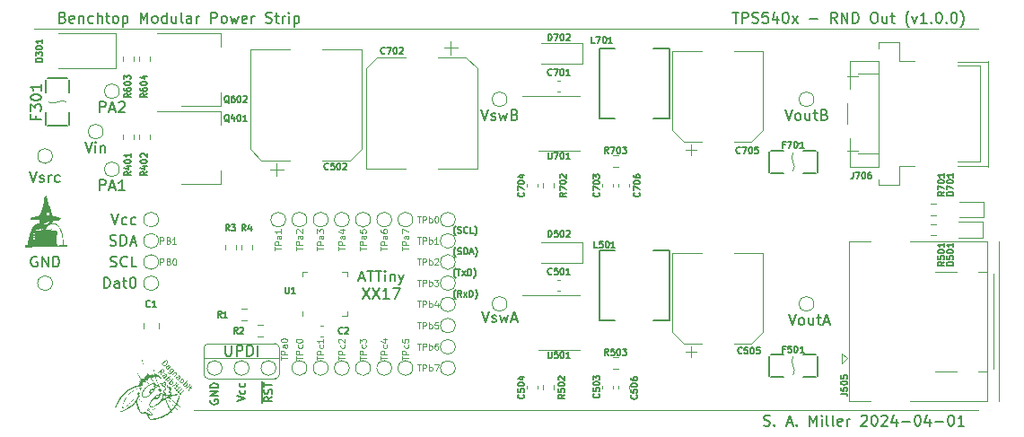
<source format=gbr>
%TF.GenerationSoftware,KiCad,Pcbnew,6.0.11+dfsg-1~bpo11+1*%
%TF.CreationDate,2024-04-01T13:46:52-04:00*%
%TF.ProjectId,Module - TPS540x,4d6f6475-6c65-4202-9d20-545053353430,1.0.0*%
%TF.SameCoordinates,Original*%
%TF.FileFunction,Legend,Top*%
%TF.FilePolarity,Positive*%
%FSLAX46Y46*%
G04 Gerber Fmt 4.6, Leading zero omitted, Abs format (unit mm)*
G04 Created by KiCad (PCBNEW 6.0.11+dfsg-1~bpo11+1) date 2024-04-01 13:46:52*
%MOMM*%
%LPD*%
G01*
G04 APERTURE LIST*
%ADD10C,0.120000*%
%ADD11C,0.100000*%
%ADD12C,0.150000*%
%ADD13C,0.080000*%
G04 APERTURE END LIST*
D10*
X76000000Y-112100000D02*
X76000000Y-113030000D01*
X82700000Y-111700000D02*
X76400000Y-111700000D01*
X76400000Y-115000000D02*
X82700000Y-115000000D01*
X76000000Y-113030000D02*
X76000000Y-114600000D01*
D11*
X60000000Y-82000000D02*
X149000000Y-82000000D01*
D10*
X83100000Y-112100000D02*
G75*
G03*
X82700000Y-111700000I-400000J0D01*
G01*
D11*
X75000000Y-118000000D02*
X149000000Y-118000000D01*
D10*
X83100000Y-114600000D02*
X83100000Y-113030000D01*
X76400000Y-111700000D02*
G75*
G03*
X76000000Y-112100000I0J-400000D01*
G01*
X76000000Y-114600000D02*
G75*
G03*
X76400000Y-115000000I400000J0D01*
G01*
X82700000Y-115000000D02*
G75*
G03*
X83100000Y-114600000I0J400000D01*
G01*
X83100000Y-113030000D02*
X76000000Y-113030000D01*
X83100000Y-113030000D02*
X83100000Y-112100000D01*
D12*
X62668928Y-80928571D02*
X62811785Y-80976190D01*
X62859404Y-81023809D01*
X62907023Y-81119047D01*
X62907023Y-81261904D01*
X62859404Y-81357142D01*
X62811785Y-81404761D01*
X62716547Y-81452380D01*
X62335595Y-81452380D01*
X62335595Y-80452380D01*
X62668928Y-80452380D01*
X62764166Y-80500000D01*
X62811785Y-80547619D01*
X62859404Y-80642857D01*
X62859404Y-80738095D01*
X62811785Y-80833333D01*
X62764166Y-80880952D01*
X62668928Y-80928571D01*
X62335595Y-80928571D01*
X63716547Y-81404761D02*
X63621309Y-81452380D01*
X63430833Y-81452380D01*
X63335595Y-81404761D01*
X63287976Y-81309523D01*
X63287976Y-80928571D01*
X63335595Y-80833333D01*
X63430833Y-80785714D01*
X63621309Y-80785714D01*
X63716547Y-80833333D01*
X63764166Y-80928571D01*
X63764166Y-81023809D01*
X63287976Y-81119047D01*
X64192738Y-80785714D02*
X64192738Y-81452380D01*
X64192738Y-80880952D02*
X64240357Y-80833333D01*
X64335595Y-80785714D01*
X64478452Y-80785714D01*
X64573690Y-80833333D01*
X64621309Y-80928571D01*
X64621309Y-81452380D01*
X65526071Y-81404761D02*
X65430833Y-81452380D01*
X65240357Y-81452380D01*
X65145119Y-81404761D01*
X65097500Y-81357142D01*
X65049880Y-81261904D01*
X65049880Y-80976190D01*
X65097500Y-80880952D01*
X65145119Y-80833333D01*
X65240357Y-80785714D01*
X65430833Y-80785714D01*
X65526071Y-80833333D01*
X65954642Y-81452380D02*
X65954642Y-80452380D01*
X66383214Y-81452380D02*
X66383214Y-80928571D01*
X66335595Y-80833333D01*
X66240357Y-80785714D01*
X66097500Y-80785714D01*
X66002261Y-80833333D01*
X65954642Y-80880952D01*
X66716547Y-80785714D02*
X67097500Y-80785714D01*
X66859404Y-80452380D02*
X66859404Y-81309523D01*
X66907023Y-81404761D01*
X67002261Y-81452380D01*
X67097500Y-81452380D01*
X67573690Y-81452380D02*
X67478452Y-81404761D01*
X67430833Y-81357142D01*
X67383214Y-81261904D01*
X67383214Y-80976190D01*
X67430833Y-80880952D01*
X67478452Y-80833333D01*
X67573690Y-80785714D01*
X67716547Y-80785714D01*
X67811785Y-80833333D01*
X67859404Y-80880952D01*
X67907023Y-80976190D01*
X67907023Y-81261904D01*
X67859404Y-81357142D01*
X67811785Y-81404761D01*
X67716547Y-81452380D01*
X67573690Y-81452380D01*
X68335595Y-80785714D02*
X68335595Y-81785714D01*
X68335595Y-80833333D02*
X68430833Y-80785714D01*
X68621309Y-80785714D01*
X68716547Y-80833333D01*
X68764166Y-80880952D01*
X68811785Y-80976190D01*
X68811785Y-81261904D01*
X68764166Y-81357142D01*
X68716547Y-81404761D01*
X68621309Y-81452380D01*
X68430833Y-81452380D01*
X68335595Y-81404761D01*
X70002261Y-81452380D02*
X70002261Y-80452380D01*
X70335595Y-81166666D01*
X70668928Y-80452380D01*
X70668928Y-81452380D01*
X71287976Y-81452380D02*
X71192738Y-81404761D01*
X71145119Y-81357142D01*
X71097500Y-81261904D01*
X71097500Y-80976190D01*
X71145119Y-80880952D01*
X71192738Y-80833333D01*
X71287976Y-80785714D01*
X71430833Y-80785714D01*
X71526071Y-80833333D01*
X71573690Y-80880952D01*
X71621309Y-80976190D01*
X71621309Y-81261904D01*
X71573690Y-81357142D01*
X71526071Y-81404761D01*
X71430833Y-81452380D01*
X71287976Y-81452380D01*
X72478452Y-81452380D02*
X72478452Y-80452380D01*
X72478452Y-81404761D02*
X72383214Y-81452380D01*
X72192738Y-81452380D01*
X72097500Y-81404761D01*
X72049880Y-81357142D01*
X72002261Y-81261904D01*
X72002261Y-80976190D01*
X72049880Y-80880952D01*
X72097500Y-80833333D01*
X72192738Y-80785714D01*
X72383214Y-80785714D01*
X72478452Y-80833333D01*
X73383214Y-80785714D02*
X73383214Y-81452380D01*
X72954642Y-80785714D02*
X72954642Y-81309523D01*
X73002261Y-81404761D01*
X73097500Y-81452380D01*
X73240357Y-81452380D01*
X73335595Y-81404761D01*
X73383214Y-81357142D01*
X74002261Y-81452380D02*
X73907023Y-81404761D01*
X73859404Y-81309523D01*
X73859404Y-80452380D01*
X74811785Y-81452380D02*
X74811785Y-80928571D01*
X74764166Y-80833333D01*
X74668928Y-80785714D01*
X74478452Y-80785714D01*
X74383214Y-80833333D01*
X74811785Y-81404761D02*
X74716547Y-81452380D01*
X74478452Y-81452380D01*
X74383214Y-81404761D01*
X74335595Y-81309523D01*
X74335595Y-81214285D01*
X74383214Y-81119047D01*
X74478452Y-81071428D01*
X74716547Y-81071428D01*
X74811785Y-81023809D01*
X75287976Y-81452380D02*
X75287976Y-80785714D01*
X75287976Y-80976190D02*
X75335595Y-80880952D01*
X75383214Y-80833333D01*
X75478452Y-80785714D01*
X75573690Y-80785714D01*
X76668928Y-81452380D02*
X76668928Y-80452380D01*
X77049880Y-80452380D01*
X77145119Y-80500000D01*
X77192738Y-80547619D01*
X77240357Y-80642857D01*
X77240357Y-80785714D01*
X77192738Y-80880952D01*
X77145119Y-80928571D01*
X77049880Y-80976190D01*
X76668928Y-80976190D01*
X77811785Y-81452380D02*
X77716547Y-81404761D01*
X77668928Y-81357142D01*
X77621309Y-81261904D01*
X77621309Y-80976190D01*
X77668928Y-80880952D01*
X77716547Y-80833333D01*
X77811785Y-80785714D01*
X77954642Y-80785714D01*
X78049880Y-80833333D01*
X78097500Y-80880952D01*
X78145119Y-80976190D01*
X78145119Y-81261904D01*
X78097500Y-81357142D01*
X78049880Y-81404761D01*
X77954642Y-81452380D01*
X77811785Y-81452380D01*
X78478452Y-80785714D02*
X78668928Y-81452380D01*
X78859404Y-80976190D01*
X79049880Y-81452380D01*
X79240357Y-80785714D01*
X80002261Y-81404761D02*
X79907023Y-81452380D01*
X79716547Y-81452380D01*
X79621309Y-81404761D01*
X79573690Y-81309523D01*
X79573690Y-80928571D01*
X79621309Y-80833333D01*
X79716547Y-80785714D01*
X79907023Y-80785714D01*
X80002261Y-80833333D01*
X80049880Y-80928571D01*
X80049880Y-81023809D01*
X79573690Y-81119047D01*
X80478452Y-81452380D02*
X80478452Y-80785714D01*
X80478452Y-80976190D02*
X80526071Y-80880952D01*
X80573690Y-80833333D01*
X80668928Y-80785714D01*
X80764166Y-80785714D01*
X81811785Y-81404761D02*
X81954642Y-81452380D01*
X82192738Y-81452380D01*
X82287976Y-81404761D01*
X82335595Y-81357142D01*
X82383214Y-81261904D01*
X82383214Y-81166666D01*
X82335595Y-81071428D01*
X82287976Y-81023809D01*
X82192738Y-80976190D01*
X82002261Y-80928571D01*
X81907023Y-80880952D01*
X81859404Y-80833333D01*
X81811785Y-80738095D01*
X81811785Y-80642857D01*
X81859404Y-80547619D01*
X81907023Y-80500000D01*
X82002261Y-80452380D01*
X82240357Y-80452380D01*
X82383214Y-80500000D01*
X82668928Y-80785714D02*
X83049880Y-80785714D01*
X82811785Y-80452380D02*
X82811785Y-81309523D01*
X82859404Y-81404761D01*
X82954642Y-81452380D01*
X83049880Y-81452380D01*
X83383214Y-81452380D02*
X83383214Y-80785714D01*
X83383214Y-80976190D02*
X83430833Y-80880952D01*
X83478452Y-80833333D01*
X83573690Y-80785714D01*
X83668928Y-80785714D01*
X84002261Y-81452380D02*
X84002261Y-80785714D01*
X84002261Y-80452380D02*
X83954642Y-80500000D01*
X84002261Y-80547619D01*
X84049880Y-80500000D01*
X84002261Y-80452380D01*
X84002261Y-80547619D01*
X84478452Y-80785714D02*
X84478452Y-81785714D01*
X84478452Y-80833333D02*
X84573690Y-80785714D01*
X84764166Y-80785714D01*
X84859404Y-80833333D01*
X84907023Y-80880952D01*
X84954642Y-80976190D01*
X84954642Y-81261904D01*
X84907023Y-81357142D01*
X84859404Y-81404761D01*
X84764166Y-81452380D01*
X84573690Y-81452380D01*
X84478452Y-81404761D01*
X125854880Y-80452380D02*
X126426309Y-80452380D01*
X126140595Y-81452380D02*
X126140595Y-80452380D01*
X126759642Y-81452380D02*
X126759642Y-80452380D01*
X127140595Y-80452380D01*
X127235833Y-80500000D01*
X127283452Y-80547619D01*
X127331071Y-80642857D01*
X127331071Y-80785714D01*
X127283452Y-80880952D01*
X127235833Y-80928571D01*
X127140595Y-80976190D01*
X126759642Y-80976190D01*
X127712023Y-81404761D02*
X127854880Y-81452380D01*
X128092976Y-81452380D01*
X128188214Y-81404761D01*
X128235833Y-81357142D01*
X128283452Y-81261904D01*
X128283452Y-81166666D01*
X128235833Y-81071428D01*
X128188214Y-81023809D01*
X128092976Y-80976190D01*
X127902500Y-80928571D01*
X127807261Y-80880952D01*
X127759642Y-80833333D01*
X127712023Y-80738095D01*
X127712023Y-80642857D01*
X127759642Y-80547619D01*
X127807261Y-80500000D01*
X127902500Y-80452380D01*
X128140595Y-80452380D01*
X128283452Y-80500000D01*
X129188214Y-80452380D02*
X128712023Y-80452380D01*
X128664404Y-80928571D01*
X128712023Y-80880952D01*
X128807261Y-80833333D01*
X129045357Y-80833333D01*
X129140595Y-80880952D01*
X129188214Y-80928571D01*
X129235833Y-81023809D01*
X129235833Y-81261904D01*
X129188214Y-81357142D01*
X129140595Y-81404761D01*
X129045357Y-81452380D01*
X128807261Y-81452380D01*
X128712023Y-81404761D01*
X128664404Y-81357142D01*
X130092976Y-80785714D02*
X130092976Y-81452380D01*
X129854880Y-80404761D02*
X129616785Y-81119047D01*
X130235833Y-81119047D01*
X130807261Y-80452380D02*
X130902500Y-80452380D01*
X130997738Y-80500000D01*
X131045357Y-80547619D01*
X131092976Y-80642857D01*
X131140595Y-80833333D01*
X131140595Y-81071428D01*
X131092976Y-81261904D01*
X131045357Y-81357142D01*
X130997738Y-81404761D01*
X130902500Y-81452380D01*
X130807261Y-81452380D01*
X130712023Y-81404761D01*
X130664404Y-81357142D01*
X130616785Y-81261904D01*
X130569166Y-81071428D01*
X130569166Y-80833333D01*
X130616785Y-80642857D01*
X130664404Y-80547619D01*
X130712023Y-80500000D01*
X130807261Y-80452380D01*
X131473928Y-81452380D02*
X131997738Y-80785714D01*
X131473928Y-80785714D02*
X131997738Y-81452380D01*
X133140595Y-81071428D02*
X133902500Y-81071428D01*
X135712023Y-81452380D02*
X135378690Y-80976190D01*
X135140595Y-81452380D02*
X135140595Y-80452380D01*
X135521547Y-80452380D01*
X135616785Y-80500000D01*
X135664404Y-80547619D01*
X135712023Y-80642857D01*
X135712023Y-80785714D01*
X135664404Y-80880952D01*
X135616785Y-80928571D01*
X135521547Y-80976190D01*
X135140595Y-80976190D01*
X136140595Y-81452380D02*
X136140595Y-80452380D01*
X136712023Y-81452380D01*
X136712023Y-80452380D01*
X137188214Y-81452380D02*
X137188214Y-80452380D01*
X137426309Y-80452380D01*
X137569166Y-80500000D01*
X137664404Y-80595238D01*
X137712023Y-80690476D01*
X137759642Y-80880952D01*
X137759642Y-81023809D01*
X137712023Y-81214285D01*
X137664404Y-81309523D01*
X137569166Y-81404761D01*
X137426309Y-81452380D01*
X137188214Y-81452380D01*
X139140595Y-80452380D02*
X139331071Y-80452380D01*
X139426309Y-80500000D01*
X139521547Y-80595238D01*
X139569166Y-80785714D01*
X139569166Y-81119047D01*
X139521547Y-81309523D01*
X139426309Y-81404761D01*
X139331071Y-81452380D01*
X139140595Y-81452380D01*
X139045357Y-81404761D01*
X138950119Y-81309523D01*
X138902500Y-81119047D01*
X138902500Y-80785714D01*
X138950119Y-80595238D01*
X139045357Y-80500000D01*
X139140595Y-80452380D01*
X140426309Y-80785714D02*
X140426309Y-81452380D01*
X139997738Y-80785714D02*
X139997738Y-81309523D01*
X140045357Y-81404761D01*
X140140595Y-81452380D01*
X140283452Y-81452380D01*
X140378690Y-81404761D01*
X140426309Y-81357142D01*
X140759642Y-80785714D02*
X141140595Y-80785714D01*
X140902500Y-80452380D02*
X140902500Y-81309523D01*
X140950119Y-81404761D01*
X141045357Y-81452380D01*
X141140595Y-81452380D01*
X142521547Y-81833333D02*
X142473928Y-81785714D01*
X142378690Y-81642857D01*
X142331071Y-81547619D01*
X142283452Y-81404761D01*
X142235833Y-81166666D01*
X142235833Y-80976190D01*
X142283452Y-80738095D01*
X142331071Y-80595238D01*
X142378690Y-80500000D01*
X142473928Y-80357142D01*
X142521547Y-80309523D01*
X142807261Y-80785714D02*
X143045357Y-81452380D01*
X143283452Y-80785714D01*
X144188214Y-81452380D02*
X143616785Y-81452380D01*
X143902500Y-81452380D02*
X143902500Y-80452380D01*
X143807261Y-80595238D01*
X143712023Y-80690476D01*
X143616785Y-80738095D01*
X144616785Y-81357142D02*
X144664404Y-81404761D01*
X144616785Y-81452380D01*
X144569166Y-81404761D01*
X144616785Y-81357142D01*
X144616785Y-81452380D01*
X145283452Y-80452380D02*
X145378690Y-80452380D01*
X145473928Y-80500000D01*
X145521547Y-80547619D01*
X145569166Y-80642857D01*
X145616785Y-80833333D01*
X145616785Y-81071428D01*
X145569166Y-81261904D01*
X145521547Y-81357142D01*
X145473928Y-81404761D01*
X145378690Y-81452380D01*
X145283452Y-81452380D01*
X145188214Y-81404761D01*
X145140595Y-81357142D01*
X145092976Y-81261904D01*
X145045357Y-81071428D01*
X145045357Y-80833333D01*
X145092976Y-80642857D01*
X145140595Y-80547619D01*
X145188214Y-80500000D01*
X145283452Y-80452380D01*
X146045357Y-81357142D02*
X146092976Y-81404761D01*
X146045357Y-81452380D01*
X145997738Y-81404761D01*
X146045357Y-81357142D01*
X146045357Y-81452380D01*
X146712023Y-80452380D02*
X146807261Y-80452380D01*
X146902500Y-80500000D01*
X146950119Y-80547619D01*
X146997738Y-80642857D01*
X147045357Y-80833333D01*
X147045357Y-81071428D01*
X146997738Y-81261904D01*
X146950119Y-81357142D01*
X146902500Y-81404761D01*
X146807261Y-81452380D01*
X146712023Y-81452380D01*
X146616785Y-81404761D01*
X146569166Y-81357142D01*
X146521547Y-81261904D01*
X146473928Y-81071428D01*
X146473928Y-80833333D01*
X146521547Y-80642857D01*
X146569166Y-80547619D01*
X146616785Y-80500000D01*
X146712023Y-80452380D01*
X147378690Y-81833333D02*
X147426309Y-81785714D01*
X147521547Y-81642857D01*
X147569166Y-81547619D01*
X147616785Y-81404761D01*
X147664404Y-81166666D01*
X147664404Y-80976190D01*
X147616785Y-80738095D01*
X147569166Y-80595238D01*
X147521547Y-80500000D01*
X147426309Y-80357142D01*
X147378690Y-80309523D01*
X102124095Y-89622380D02*
X102457428Y-90622380D01*
X102790761Y-89622380D01*
X103076476Y-90574761D02*
X103171714Y-90622380D01*
X103362190Y-90622380D01*
X103457428Y-90574761D01*
X103505047Y-90479523D01*
X103505047Y-90431904D01*
X103457428Y-90336666D01*
X103362190Y-90289047D01*
X103219333Y-90289047D01*
X103124095Y-90241428D01*
X103076476Y-90146190D01*
X103076476Y-90098571D01*
X103124095Y-90003333D01*
X103219333Y-89955714D01*
X103362190Y-89955714D01*
X103457428Y-90003333D01*
X103838380Y-89955714D02*
X104028857Y-90622380D01*
X104219333Y-90146190D01*
X104409809Y-90622380D01*
X104600285Y-89955714D01*
X105314571Y-90098571D02*
X105457428Y-90146190D01*
X105505047Y-90193809D01*
X105552666Y-90289047D01*
X105552666Y-90431904D01*
X105505047Y-90527142D01*
X105457428Y-90574761D01*
X105362190Y-90622380D01*
X104981238Y-90622380D01*
X104981238Y-89622380D01*
X105314571Y-89622380D01*
X105409809Y-89670000D01*
X105457428Y-89717619D01*
X105505047Y-89812857D01*
X105505047Y-89908095D01*
X105457428Y-90003333D01*
X105409809Y-90050952D01*
X105314571Y-90098571D01*
X104981238Y-90098571D01*
X76625000Y-117011785D02*
X76589285Y-117083214D01*
X76589285Y-117190357D01*
X76625000Y-117297500D01*
X76696428Y-117368928D01*
X76767857Y-117404642D01*
X76910714Y-117440357D01*
X77017857Y-117440357D01*
X77160714Y-117404642D01*
X77232142Y-117368928D01*
X77303571Y-117297500D01*
X77339285Y-117190357D01*
X77339285Y-117118928D01*
X77303571Y-117011785D01*
X77267857Y-116976071D01*
X77017857Y-116976071D01*
X77017857Y-117118928D01*
X77339285Y-116654642D02*
X76589285Y-116654642D01*
X77339285Y-116226071D01*
X76589285Y-116226071D01*
X77339285Y-115868928D02*
X76589285Y-115868928D01*
X76589285Y-115690357D01*
X76625000Y-115583214D01*
X76696428Y-115511785D01*
X76767857Y-115476071D01*
X76910714Y-115440357D01*
X77017857Y-115440357D01*
X77160714Y-115476071D01*
X77232142Y-115511785D01*
X77303571Y-115583214D01*
X77339285Y-115690357D01*
X77339285Y-115868928D01*
X64762190Y-92670380D02*
X65095523Y-93670380D01*
X65428857Y-92670380D01*
X65762190Y-93670380D02*
X65762190Y-93003714D01*
X65762190Y-92670380D02*
X65714571Y-92718000D01*
X65762190Y-92765619D01*
X65809809Y-92718000D01*
X65762190Y-92670380D01*
X65762190Y-92765619D01*
X66238380Y-93003714D02*
X66238380Y-93670380D01*
X66238380Y-93098952D02*
X66286000Y-93051333D01*
X66381238Y-93003714D01*
X66524095Y-93003714D01*
X66619333Y-93051333D01*
X66666952Y-93146571D01*
X66666952Y-93670380D01*
X66143333Y-89860380D02*
X66143333Y-88860380D01*
X66524285Y-88860380D01*
X66619523Y-88908000D01*
X66667142Y-88955619D01*
X66714761Y-89050857D01*
X66714761Y-89193714D01*
X66667142Y-89288952D01*
X66619523Y-89336571D01*
X66524285Y-89384190D01*
X66143333Y-89384190D01*
X67095714Y-89574666D02*
X67571904Y-89574666D01*
X67000476Y-89860380D02*
X67333809Y-88860380D01*
X67667142Y-89860380D01*
X67952857Y-88955619D02*
X68000476Y-88908000D01*
X68095714Y-88860380D01*
X68333809Y-88860380D01*
X68429047Y-88908000D01*
X68476666Y-88955619D01*
X68524285Y-89050857D01*
X68524285Y-89146095D01*
X68476666Y-89288952D01*
X67905238Y-89860380D01*
X68524285Y-89860380D01*
X67181071Y-104404761D02*
X67323928Y-104452380D01*
X67562023Y-104452380D01*
X67657261Y-104404761D01*
X67704880Y-104357142D01*
X67752500Y-104261904D01*
X67752500Y-104166666D01*
X67704880Y-104071428D01*
X67657261Y-104023809D01*
X67562023Y-103976190D01*
X67371547Y-103928571D01*
X67276309Y-103880952D01*
X67228690Y-103833333D01*
X67181071Y-103738095D01*
X67181071Y-103642857D01*
X67228690Y-103547619D01*
X67276309Y-103500000D01*
X67371547Y-103452380D01*
X67609642Y-103452380D01*
X67752500Y-103500000D01*
X68752500Y-104357142D02*
X68704880Y-104404761D01*
X68562023Y-104452380D01*
X68466785Y-104452380D01*
X68323928Y-104404761D01*
X68228690Y-104309523D01*
X68181071Y-104214285D01*
X68133452Y-104023809D01*
X68133452Y-103880952D01*
X68181071Y-103690476D01*
X68228690Y-103595238D01*
X68323928Y-103500000D01*
X68466785Y-103452380D01*
X68562023Y-103452380D01*
X68704880Y-103500000D01*
X68752500Y-103547619D01*
X69657261Y-104452380D02*
X69181071Y-104452380D01*
X69181071Y-103452380D01*
X81457500Y-117333214D02*
X81457500Y-116583214D01*
X82419285Y-116726071D02*
X82062142Y-116976071D01*
X82419285Y-117154642D02*
X81669285Y-117154642D01*
X81669285Y-116868928D01*
X81705000Y-116797500D01*
X81740714Y-116761785D01*
X81812142Y-116726071D01*
X81919285Y-116726071D01*
X81990714Y-116761785D01*
X82026428Y-116797500D01*
X82062142Y-116868928D01*
X82062142Y-117154642D01*
X81457500Y-116583214D02*
X81457500Y-115868928D01*
X82383571Y-116440357D02*
X82419285Y-116333214D01*
X82419285Y-116154642D01*
X82383571Y-116083214D01*
X82347857Y-116047500D01*
X82276428Y-116011785D01*
X82205000Y-116011785D01*
X82133571Y-116047500D01*
X82097857Y-116083214D01*
X82062142Y-116154642D01*
X82026428Y-116297500D01*
X81990714Y-116368928D01*
X81955000Y-116404642D01*
X81883571Y-116440357D01*
X81812142Y-116440357D01*
X81740714Y-116404642D01*
X81705000Y-116368928D01*
X81669285Y-116297500D01*
X81669285Y-116118928D01*
X81705000Y-116011785D01*
X81457500Y-115868928D02*
X81457500Y-115297500D01*
X81669285Y-115797500D02*
X81669285Y-115368928D01*
X82419285Y-115583214D02*
X81669285Y-115583214D01*
X131143619Y-108926380D02*
X131476952Y-109926380D01*
X131810285Y-108926380D01*
X132286476Y-109926380D02*
X132191238Y-109878761D01*
X132143619Y-109831142D01*
X132096000Y-109735904D01*
X132096000Y-109450190D01*
X132143619Y-109354952D01*
X132191238Y-109307333D01*
X132286476Y-109259714D01*
X132429333Y-109259714D01*
X132524571Y-109307333D01*
X132572190Y-109354952D01*
X132619809Y-109450190D01*
X132619809Y-109735904D01*
X132572190Y-109831142D01*
X132524571Y-109878761D01*
X132429333Y-109926380D01*
X132286476Y-109926380D01*
X133476952Y-109259714D02*
X133476952Y-109926380D01*
X133048380Y-109259714D02*
X133048380Y-109783523D01*
X133096000Y-109878761D01*
X133191238Y-109926380D01*
X133334095Y-109926380D01*
X133429333Y-109878761D01*
X133476952Y-109831142D01*
X133810285Y-109259714D02*
X134191238Y-109259714D01*
X133953142Y-108926380D02*
X133953142Y-109783523D01*
X134000761Y-109878761D01*
X134096000Y-109926380D01*
X134191238Y-109926380D01*
X134476952Y-109640666D02*
X134953142Y-109640666D01*
X134381714Y-109926380D02*
X134715047Y-108926380D01*
X135048380Y-109926380D01*
X67276309Y-99452380D02*
X67609642Y-100452380D01*
X67942976Y-99452380D01*
X68704880Y-100404761D02*
X68609642Y-100452380D01*
X68419166Y-100452380D01*
X68323928Y-100404761D01*
X68276309Y-100357142D01*
X68228690Y-100261904D01*
X68228690Y-99976190D01*
X68276309Y-99880952D01*
X68323928Y-99833333D01*
X68419166Y-99785714D01*
X68609642Y-99785714D01*
X68704880Y-99833333D01*
X69562023Y-100404761D02*
X69466785Y-100452380D01*
X69276309Y-100452380D01*
X69181071Y-100404761D01*
X69133452Y-100357142D01*
X69085833Y-100261904D01*
X69085833Y-99976190D01*
X69133452Y-99880952D01*
X69181071Y-99833333D01*
X69276309Y-99785714D01*
X69466785Y-99785714D01*
X69562023Y-99833333D01*
D11*
X71857857Y-102271428D02*
X71857857Y-101671428D01*
X72086428Y-101671428D01*
X72143571Y-101700000D01*
X72172142Y-101728571D01*
X72200714Y-101785714D01*
X72200714Y-101871428D01*
X72172142Y-101928571D01*
X72143571Y-101957142D01*
X72086428Y-101985714D01*
X71857857Y-101985714D01*
X72657857Y-101957142D02*
X72743571Y-101985714D01*
X72772142Y-102014285D01*
X72800714Y-102071428D01*
X72800714Y-102157142D01*
X72772142Y-102214285D01*
X72743571Y-102242857D01*
X72686428Y-102271428D01*
X72457857Y-102271428D01*
X72457857Y-101671428D01*
X72657857Y-101671428D01*
X72715000Y-101700000D01*
X72743571Y-101728571D01*
X72772142Y-101785714D01*
X72772142Y-101842857D01*
X72743571Y-101900000D01*
X72715000Y-101928571D01*
X72657857Y-101957142D01*
X72457857Y-101957142D01*
X73372142Y-102271428D02*
X73029285Y-102271428D01*
X73200714Y-102271428D02*
X73200714Y-101671428D01*
X73143571Y-101757142D01*
X73086428Y-101814285D01*
X73029285Y-101842857D01*
D12*
X67133452Y-102404761D02*
X67276309Y-102452380D01*
X67514404Y-102452380D01*
X67609642Y-102404761D01*
X67657261Y-102357142D01*
X67704880Y-102261904D01*
X67704880Y-102166666D01*
X67657261Y-102071428D01*
X67609642Y-102023809D01*
X67514404Y-101976190D01*
X67323928Y-101928571D01*
X67228690Y-101880952D01*
X67181071Y-101833333D01*
X67133452Y-101738095D01*
X67133452Y-101642857D01*
X67181071Y-101547619D01*
X67228690Y-101500000D01*
X67323928Y-101452380D01*
X67562023Y-101452380D01*
X67704880Y-101500000D01*
X68133452Y-102452380D02*
X68133452Y-101452380D01*
X68371547Y-101452380D01*
X68514404Y-101500000D01*
X68609642Y-101595238D01*
X68657261Y-101690476D01*
X68704880Y-101880952D01*
X68704880Y-102023809D01*
X68657261Y-102214285D01*
X68609642Y-102309523D01*
X68514404Y-102404761D01*
X68371547Y-102452380D01*
X68133452Y-102452380D01*
X69085833Y-102166666D02*
X69562023Y-102166666D01*
X68990595Y-102452380D02*
X69323928Y-101452380D01*
X69657261Y-102452380D01*
X99725785Y-105500000D02*
X99697214Y-105471428D01*
X99640071Y-105385714D01*
X99611500Y-105328571D01*
X99582928Y-105242857D01*
X99554357Y-105100000D01*
X99554357Y-104985714D01*
X99582928Y-104842857D01*
X99611500Y-104757142D01*
X99640071Y-104700000D01*
X99697214Y-104614285D01*
X99725785Y-104585714D01*
X99868642Y-104671428D02*
X100211500Y-104671428D01*
X100040071Y-105271428D02*
X100040071Y-104671428D01*
X100354357Y-105271428D02*
X100668642Y-104871428D01*
X100354357Y-104871428D02*
X100668642Y-105271428D01*
X100897214Y-105271428D02*
X100897214Y-104671428D01*
X101040071Y-104671428D01*
X101125785Y-104700000D01*
X101182928Y-104757142D01*
X101211500Y-104814285D01*
X101240071Y-104928571D01*
X101240071Y-105014285D01*
X101211500Y-105128571D01*
X101182928Y-105185714D01*
X101125785Y-105242857D01*
X101040071Y-105271428D01*
X100897214Y-105271428D01*
X101440071Y-105500000D02*
X101468642Y-105471428D01*
X101525785Y-105385714D01*
X101554357Y-105328571D01*
X101582928Y-105242857D01*
X101611500Y-105100000D01*
X101611500Y-104985714D01*
X101582928Y-104842857D01*
X101554357Y-104757142D01*
X101525785Y-104700000D01*
X101468642Y-104614285D01*
X101440071Y-104585714D01*
X59523809Y-95452380D02*
X59857142Y-96452380D01*
X60190476Y-95452380D01*
X60476190Y-96404761D02*
X60571428Y-96452380D01*
X60761904Y-96452380D01*
X60857142Y-96404761D01*
X60904761Y-96309523D01*
X60904761Y-96261904D01*
X60857142Y-96166666D01*
X60761904Y-96119047D01*
X60619047Y-96119047D01*
X60523809Y-96071428D01*
X60476190Y-95976190D01*
X60476190Y-95928571D01*
X60523809Y-95833333D01*
X60619047Y-95785714D01*
X60761904Y-95785714D01*
X60857142Y-95833333D01*
X61333333Y-96452380D02*
X61333333Y-95785714D01*
X61333333Y-95976190D02*
X61380952Y-95880952D01*
X61428571Y-95833333D01*
X61523809Y-95785714D01*
X61619047Y-95785714D01*
X62380952Y-96404761D02*
X62285714Y-96452380D01*
X62095238Y-96452380D01*
X62000000Y-96404761D01*
X61952380Y-96357142D01*
X61904761Y-96261904D01*
X61904761Y-95976190D01*
X61952380Y-95880952D01*
X62000000Y-95833333D01*
X62095238Y-95785714D01*
X62285714Y-95785714D01*
X62380952Y-95833333D01*
X78016190Y-111852380D02*
X78016190Y-112661904D01*
X78063809Y-112757142D01*
X78111428Y-112804761D01*
X78206666Y-112852380D01*
X78397142Y-112852380D01*
X78492380Y-112804761D01*
X78540000Y-112757142D01*
X78587619Y-112661904D01*
X78587619Y-111852380D01*
X79063809Y-112852380D02*
X79063809Y-111852380D01*
X79444761Y-111852380D01*
X79540000Y-111900000D01*
X79587619Y-111947619D01*
X79635238Y-112042857D01*
X79635238Y-112185714D01*
X79587619Y-112280952D01*
X79540000Y-112328571D01*
X79444761Y-112376190D01*
X79063809Y-112376190D01*
X80063809Y-112852380D02*
X80063809Y-111852380D01*
X80301904Y-111852380D01*
X80444761Y-111900000D01*
X80540000Y-111995238D01*
X80587619Y-112090476D01*
X80635238Y-112280952D01*
X80635238Y-112423809D01*
X80587619Y-112614285D01*
X80540000Y-112709523D01*
X80444761Y-112804761D01*
X80301904Y-112852380D01*
X80063809Y-112852380D01*
X81063809Y-112852380D02*
X81063809Y-111852380D01*
X79129285Y-117154642D02*
X79879285Y-116904642D01*
X79129285Y-116654642D01*
X79843571Y-116083214D02*
X79879285Y-116154642D01*
X79879285Y-116297500D01*
X79843571Y-116368928D01*
X79807857Y-116404642D01*
X79736428Y-116440357D01*
X79522142Y-116440357D01*
X79450714Y-116404642D01*
X79415000Y-116368928D01*
X79379285Y-116297500D01*
X79379285Y-116154642D01*
X79415000Y-116083214D01*
X79843571Y-115440357D02*
X79879285Y-115511785D01*
X79879285Y-115654642D01*
X79843571Y-115726071D01*
X79807857Y-115761785D01*
X79736428Y-115797500D01*
X79522142Y-115797500D01*
X79450714Y-115761785D01*
X79415000Y-115726071D01*
X79379285Y-115654642D01*
X79379285Y-115511785D01*
X79415000Y-115440357D01*
X99725785Y-107500000D02*
X99697214Y-107471428D01*
X99640071Y-107385714D01*
X99611500Y-107328571D01*
X99582928Y-107242857D01*
X99554357Y-107100000D01*
X99554357Y-106985714D01*
X99582928Y-106842857D01*
X99611500Y-106757142D01*
X99640071Y-106700000D01*
X99697214Y-106614285D01*
X99725785Y-106585714D01*
X100297214Y-107271428D02*
X100097214Y-106985714D01*
X99954357Y-107271428D02*
X99954357Y-106671428D01*
X100182928Y-106671428D01*
X100240071Y-106700000D01*
X100268642Y-106728571D01*
X100297214Y-106785714D01*
X100297214Y-106871428D01*
X100268642Y-106928571D01*
X100240071Y-106957142D01*
X100182928Y-106985714D01*
X99954357Y-106985714D01*
X100497214Y-107271428D02*
X100811500Y-106871428D01*
X100497214Y-106871428D02*
X100811500Y-107271428D01*
X101040071Y-107271428D02*
X101040071Y-106671428D01*
X101182928Y-106671428D01*
X101268642Y-106700000D01*
X101325785Y-106757142D01*
X101354357Y-106814285D01*
X101382928Y-106928571D01*
X101382928Y-107014285D01*
X101354357Y-107128571D01*
X101325785Y-107185714D01*
X101268642Y-107242857D01*
X101182928Y-107271428D01*
X101040071Y-107271428D01*
X101582928Y-107500000D02*
X101611500Y-107471428D01*
X101668642Y-107385714D01*
X101697214Y-107328571D01*
X101725785Y-107242857D01*
X101754357Y-107100000D01*
X101754357Y-106985714D01*
X101725785Y-106842857D01*
X101697214Y-106757142D01*
X101668642Y-106700000D01*
X101611500Y-106614285D01*
X101582928Y-106585714D01*
X99725785Y-103500000D02*
X99697214Y-103471428D01*
X99640071Y-103385714D01*
X99611500Y-103328571D01*
X99582928Y-103242857D01*
X99554357Y-103100000D01*
X99554357Y-102985714D01*
X99582928Y-102842857D01*
X99611500Y-102757142D01*
X99640071Y-102700000D01*
X99697214Y-102614285D01*
X99725785Y-102585714D01*
X99925785Y-103242857D02*
X100011500Y-103271428D01*
X100154357Y-103271428D01*
X100211500Y-103242857D01*
X100240071Y-103214285D01*
X100268642Y-103157142D01*
X100268642Y-103100000D01*
X100240071Y-103042857D01*
X100211500Y-103014285D01*
X100154357Y-102985714D01*
X100040071Y-102957142D01*
X99982928Y-102928571D01*
X99954357Y-102900000D01*
X99925785Y-102842857D01*
X99925785Y-102785714D01*
X99954357Y-102728571D01*
X99982928Y-102700000D01*
X100040071Y-102671428D01*
X100182928Y-102671428D01*
X100268642Y-102700000D01*
X100525785Y-103271428D02*
X100525785Y-102671428D01*
X100668642Y-102671428D01*
X100754357Y-102700000D01*
X100811500Y-102757142D01*
X100840071Y-102814285D01*
X100868642Y-102928571D01*
X100868642Y-103014285D01*
X100840071Y-103128571D01*
X100811500Y-103185714D01*
X100754357Y-103242857D01*
X100668642Y-103271428D01*
X100525785Y-103271428D01*
X101097214Y-103100000D02*
X101382928Y-103100000D01*
X101040071Y-103271428D02*
X101240071Y-102671428D01*
X101440071Y-103271428D01*
X101582928Y-103500000D02*
X101611500Y-103471428D01*
X101668642Y-103385714D01*
X101697214Y-103328571D01*
X101725785Y-103242857D01*
X101754357Y-103100000D01*
X101754357Y-102985714D01*
X101725785Y-102842857D01*
X101697214Y-102757142D01*
X101668642Y-102700000D01*
X101611500Y-102614285D01*
X101582928Y-102585714D01*
X99725785Y-101500000D02*
X99697214Y-101471428D01*
X99640071Y-101385714D01*
X99611500Y-101328571D01*
X99582928Y-101242857D01*
X99554357Y-101100000D01*
X99554357Y-100985714D01*
X99582928Y-100842857D01*
X99611500Y-100757142D01*
X99640071Y-100700000D01*
X99697214Y-100614285D01*
X99725785Y-100585714D01*
X99925785Y-101242857D02*
X100011500Y-101271428D01*
X100154357Y-101271428D01*
X100211500Y-101242857D01*
X100240071Y-101214285D01*
X100268642Y-101157142D01*
X100268642Y-101100000D01*
X100240071Y-101042857D01*
X100211500Y-101014285D01*
X100154357Y-100985714D01*
X100040071Y-100957142D01*
X99982928Y-100928571D01*
X99954357Y-100900000D01*
X99925785Y-100842857D01*
X99925785Y-100785714D01*
X99954357Y-100728571D01*
X99982928Y-100700000D01*
X100040071Y-100671428D01*
X100182928Y-100671428D01*
X100268642Y-100700000D01*
X100868642Y-101214285D02*
X100840071Y-101242857D01*
X100754357Y-101271428D01*
X100697214Y-101271428D01*
X100611500Y-101242857D01*
X100554357Y-101185714D01*
X100525785Y-101128571D01*
X100497214Y-101014285D01*
X100497214Y-100928571D01*
X100525785Y-100814285D01*
X100554357Y-100757142D01*
X100611500Y-100700000D01*
X100697214Y-100671428D01*
X100754357Y-100671428D01*
X100840071Y-100700000D01*
X100868642Y-100728571D01*
X101411500Y-101271428D02*
X101125785Y-101271428D01*
X101125785Y-100671428D01*
X101554357Y-101500000D02*
X101582928Y-101471428D01*
X101640071Y-101385714D01*
X101668642Y-101328571D01*
X101697214Y-101242857D01*
X101725785Y-101100000D01*
X101725785Y-100985714D01*
X101697214Y-100842857D01*
X101668642Y-100757142D01*
X101640071Y-100700000D01*
X101582928Y-100614285D01*
X101554357Y-100585714D01*
X66143333Y-97226380D02*
X66143333Y-96226380D01*
X66524285Y-96226380D01*
X66619523Y-96274000D01*
X66667142Y-96321619D01*
X66714761Y-96416857D01*
X66714761Y-96559714D01*
X66667142Y-96654952D01*
X66619523Y-96702571D01*
X66524285Y-96750190D01*
X66143333Y-96750190D01*
X67095714Y-96940666D02*
X67571904Y-96940666D01*
X67000476Y-97226380D02*
X67333809Y-96226380D01*
X67667142Y-97226380D01*
X68524285Y-97226380D02*
X67952857Y-97226380D01*
X68238571Y-97226380D02*
X68238571Y-96226380D01*
X68143333Y-96369238D01*
X68048095Y-96464476D01*
X67952857Y-96512095D01*
X130818190Y-89622380D02*
X131151523Y-90622380D01*
X131484857Y-89622380D01*
X131961047Y-90622380D02*
X131865809Y-90574761D01*
X131818190Y-90527142D01*
X131770571Y-90431904D01*
X131770571Y-90146190D01*
X131818190Y-90050952D01*
X131865809Y-90003333D01*
X131961047Y-89955714D01*
X132103904Y-89955714D01*
X132199142Y-90003333D01*
X132246761Y-90050952D01*
X132294380Y-90146190D01*
X132294380Y-90431904D01*
X132246761Y-90527142D01*
X132199142Y-90574761D01*
X132103904Y-90622380D01*
X131961047Y-90622380D01*
X133151523Y-89955714D02*
X133151523Y-90622380D01*
X132722952Y-89955714D02*
X132722952Y-90479523D01*
X132770571Y-90574761D01*
X132865809Y-90622380D01*
X133008666Y-90622380D01*
X133103904Y-90574761D01*
X133151523Y-90527142D01*
X133484857Y-89955714D02*
X133865809Y-89955714D01*
X133627714Y-89622380D02*
X133627714Y-90479523D01*
X133675333Y-90574761D01*
X133770571Y-90622380D01*
X133865809Y-90622380D01*
X134532476Y-90098571D02*
X134675333Y-90146190D01*
X134722952Y-90193809D01*
X134770571Y-90289047D01*
X134770571Y-90431904D01*
X134722952Y-90527142D01*
X134675333Y-90574761D01*
X134580095Y-90622380D01*
X134199142Y-90622380D01*
X134199142Y-89622380D01*
X134532476Y-89622380D01*
X134627714Y-89670000D01*
X134675333Y-89717619D01*
X134722952Y-89812857D01*
X134722952Y-89908095D01*
X134675333Y-90003333D01*
X134627714Y-90050952D01*
X134532476Y-90098571D01*
X134199142Y-90098571D01*
X102195523Y-108672380D02*
X102528857Y-109672380D01*
X102862190Y-108672380D01*
X103147904Y-109624761D02*
X103243142Y-109672380D01*
X103433619Y-109672380D01*
X103528857Y-109624761D01*
X103576476Y-109529523D01*
X103576476Y-109481904D01*
X103528857Y-109386666D01*
X103433619Y-109339047D01*
X103290761Y-109339047D01*
X103195523Y-109291428D01*
X103147904Y-109196190D01*
X103147904Y-109148571D01*
X103195523Y-109053333D01*
X103290761Y-109005714D01*
X103433619Y-109005714D01*
X103528857Y-109053333D01*
X103909809Y-109005714D02*
X104100285Y-109672380D01*
X104290761Y-109196190D01*
X104481238Y-109672380D01*
X104671714Y-109005714D01*
X105005047Y-109386666D02*
X105481238Y-109386666D01*
X104909809Y-109672380D02*
X105243142Y-108672380D01*
X105576476Y-109672380D01*
X66562023Y-106452380D02*
X66562023Y-105452380D01*
X66800119Y-105452380D01*
X66942976Y-105500000D01*
X67038214Y-105595238D01*
X67085833Y-105690476D01*
X67133452Y-105880952D01*
X67133452Y-106023809D01*
X67085833Y-106214285D01*
X67038214Y-106309523D01*
X66942976Y-106404761D01*
X66800119Y-106452380D01*
X66562023Y-106452380D01*
X67990595Y-106452380D02*
X67990595Y-105928571D01*
X67942976Y-105833333D01*
X67847738Y-105785714D01*
X67657261Y-105785714D01*
X67562023Y-105833333D01*
X67990595Y-106404761D02*
X67895357Y-106452380D01*
X67657261Y-106452380D01*
X67562023Y-106404761D01*
X67514404Y-106309523D01*
X67514404Y-106214285D01*
X67562023Y-106119047D01*
X67657261Y-106071428D01*
X67895357Y-106071428D01*
X67990595Y-106023809D01*
X68323928Y-105785714D02*
X68704880Y-105785714D01*
X68466785Y-105452380D02*
X68466785Y-106309523D01*
X68514404Y-106404761D01*
X68609642Y-106452380D01*
X68704880Y-106452380D01*
X69228690Y-105452380D02*
X69323928Y-105452380D01*
X69419166Y-105500000D01*
X69466785Y-105547619D01*
X69514404Y-105642857D01*
X69562023Y-105833333D01*
X69562023Y-106071428D01*
X69514404Y-106261904D01*
X69466785Y-106357142D01*
X69419166Y-106404761D01*
X69323928Y-106452380D01*
X69228690Y-106452380D01*
X69133452Y-106404761D01*
X69085833Y-106357142D01*
X69038214Y-106261904D01*
X68990595Y-106071428D01*
X68990595Y-105833333D01*
X69038214Y-105642857D01*
X69085833Y-105547619D01*
X69133452Y-105500000D01*
X69228690Y-105452380D01*
X90638571Y-105533666D02*
X91114761Y-105533666D01*
X90543333Y-105819380D02*
X90876666Y-104819380D01*
X91210000Y-105819380D01*
X91400476Y-104819380D02*
X91971904Y-104819380D01*
X91686190Y-105819380D02*
X91686190Y-104819380D01*
X92162380Y-104819380D02*
X92733809Y-104819380D01*
X92448095Y-105819380D02*
X92448095Y-104819380D01*
X93067142Y-105819380D02*
X93067142Y-105152714D01*
X93067142Y-104819380D02*
X93019523Y-104867000D01*
X93067142Y-104914619D01*
X93114761Y-104867000D01*
X93067142Y-104819380D01*
X93067142Y-104914619D01*
X93543333Y-105152714D02*
X93543333Y-105819380D01*
X93543333Y-105247952D02*
X93590952Y-105200333D01*
X93686190Y-105152714D01*
X93829047Y-105152714D01*
X93924285Y-105200333D01*
X93971904Y-105295571D01*
X93971904Y-105819380D01*
X94352857Y-105152714D02*
X94590952Y-105819380D01*
X94829047Y-105152714D02*
X94590952Y-105819380D01*
X94495714Y-106057476D01*
X94448095Y-106105095D01*
X94352857Y-106152714D01*
X90948095Y-106429380D02*
X91614761Y-107429380D01*
X91614761Y-106429380D02*
X90948095Y-107429380D01*
X91900476Y-106429380D02*
X92567142Y-107429380D01*
X92567142Y-106429380D02*
X91900476Y-107429380D01*
X93471904Y-107429380D02*
X92900476Y-107429380D01*
X93186190Y-107429380D02*
X93186190Y-106429380D01*
X93090952Y-106572238D01*
X92995714Y-106667476D01*
X92900476Y-106715095D01*
X93805238Y-106429380D02*
X94471904Y-106429380D01*
X94043333Y-107429380D01*
X128807261Y-119404761D02*
X128950119Y-119452380D01*
X129188214Y-119452380D01*
X129283452Y-119404761D01*
X129331071Y-119357142D01*
X129378690Y-119261904D01*
X129378690Y-119166666D01*
X129331071Y-119071428D01*
X129283452Y-119023809D01*
X129188214Y-118976190D01*
X128997738Y-118928571D01*
X128902500Y-118880952D01*
X128854880Y-118833333D01*
X128807261Y-118738095D01*
X128807261Y-118642857D01*
X128854880Y-118547619D01*
X128902500Y-118500000D01*
X128997738Y-118452380D01*
X129235833Y-118452380D01*
X129378690Y-118500000D01*
X129807261Y-119357142D02*
X129854880Y-119404761D01*
X129807261Y-119452380D01*
X129759642Y-119404761D01*
X129807261Y-119357142D01*
X129807261Y-119452380D01*
X130997738Y-119166666D02*
X131473928Y-119166666D01*
X130902500Y-119452380D02*
X131235833Y-118452380D01*
X131569166Y-119452380D01*
X131902500Y-119357142D02*
X131950119Y-119404761D01*
X131902500Y-119452380D01*
X131854880Y-119404761D01*
X131902500Y-119357142D01*
X131902500Y-119452380D01*
X133140595Y-119452380D02*
X133140595Y-118452380D01*
X133473928Y-119166666D01*
X133807261Y-118452380D01*
X133807261Y-119452380D01*
X134283452Y-119452380D02*
X134283452Y-118785714D01*
X134283452Y-118452380D02*
X134235833Y-118500000D01*
X134283452Y-118547619D01*
X134331071Y-118500000D01*
X134283452Y-118452380D01*
X134283452Y-118547619D01*
X134902500Y-119452380D02*
X134807261Y-119404761D01*
X134759642Y-119309523D01*
X134759642Y-118452380D01*
X135426309Y-119452380D02*
X135331071Y-119404761D01*
X135283452Y-119309523D01*
X135283452Y-118452380D01*
X136188214Y-119404761D02*
X136092976Y-119452380D01*
X135902500Y-119452380D01*
X135807261Y-119404761D01*
X135759642Y-119309523D01*
X135759642Y-118928571D01*
X135807261Y-118833333D01*
X135902500Y-118785714D01*
X136092976Y-118785714D01*
X136188214Y-118833333D01*
X136235833Y-118928571D01*
X136235833Y-119023809D01*
X135759642Y-119119047D01*
X136664404Y-119452380D02*
X136664404Y-118785714D01*
X136664404Y-118976190D02*
X136712023Y-118880952D01*
X136759642Y-118833333D01*
X136854880Y-118785714D01*
X136950119Y-118785714D01*
X137997738Y-118547619D02*
X138045357Y-118500000D01*
X138140595Y-118452380D01*
X138378690Y-118452380D01*
X138473928Y-118500000D01*
X138521547Y-118547619D01*
X138569166Y-118642857D01*
X138569166Y-118738095D01*
X138521547Y-118880952D01*
X137950119Y-119452380D01*
X138569166Y-119452380D01*
X139188214Y-118452380D02*
X139283452Y-118452380D01*
X139378690Y-118500000D01*
X139426309Y-118547619D01*
X139473928Y-118642857D01*
X139521547Y-118833333D01*
X139521547Y-119071428D01*
X139473928Y-119261904D01*
X139426309Y-119357142D01*
X139378690Y-119404761D01*
X139283452Y-119452380D01*
X139188214Y-119452380D01*
X139092976Y-119404761D01*
X139045357Y-119357142D01*
X138997738Y-119261904D01*
X138950119Y-119071428D01*
X138950119Y-118833333D01*
X138997738Y-118642857D01*
X139045357Y-118547619D01*
X139092976Y-118500000D01*
X139188214Y-118452380D01*
X139902500Y-118547619D02*
X139950119Y-118500000D01*
X140045357Y-118452380D01*
X140283452Y-118452380D01*
X140378690Y-118500000D01*
X140426309Y-118547619D01*
X140473928Y-118642857D01*
X140473928Y-118738095D01*
X140426309Y-118880952D01*
X139854880Y-119452380D01*
X140473928Y-119452380D01*
X141331071Y-118785714D02*
X141331071Y-119452380D01*
X141092976Y-118404761D02*
X140854880Y-119119047D01*
X141473928Y-119119047D01*
X141854880Y-119071428D02*
X142616785Y-119071428D01*
X143283452Y-118452380D02*
X143378690Y-118452380D01*
X143473928Y-118500000D01*
X143521547Y-118547619D01*
X143569166Y-118642857D01*
X143616785Y-118833333D01*
X143616785Y-119071428D01*
X143569166Y-119261904D01*
X143521547Y-119357142D01*
X143473928Y-119404761D01*
X143378690Y-119452380D01*
X143283452Y-119452380D01*
X143188214Y-119404761D01*
X143140595Y-119357142D01*
X143092976Y-119261904D01*
X143045357Y-119071428D01*
X143045357Y-118833333D01*
X143092976Y-118642857D01*
X143140595Y-118547619D01*
X143188214Y-118500000D01*
X143283452Y-118452380D01*
X144473928Y-118785714D02*
X144473928Y-119452380D01*
X144235833Y-118404761D02*
X143997738Y-119119047D01*
X144616785Y-119119047D01*
X144997738Y-119071428D02*
X145759642Y-119071428D01*
X146426309Y-118452380D02*
X146521547Y-118452380D01*
X146616785Y-118500000D01*
X146664404Y-118547619D01*
X146712023Y-118642857D01*
X146759642Y-118833333D01*
X146759642Y-119071428D01*
X146712023Y-119261904D01*
X146664404Y-119357142D01*
X146616785Y-119404761D01*
X146521547Y-119452380D01*
X146426309Y-119452380D01*
X146331071Y-119404761D01*
X146283452Y-119357142D01*
X146235833Y-119261904D01*
X146188214Y-119071428D01*
X146188214Y-118833333D01*
X146235833Y-118642857D01*
X146283452Y-118547619D01*
X146331071Y-118500000D01*
X146426309Y-118452380D01*
X147712023Y-119452380D02*
X147140595Y-119452380D01*
X147426309Y-119452380D02*
X147426309Y-118452380D01*
X147331071Y-118595238D01*
X147235833Y-118690476D01*
X147140595Y-118738095D01*
X60238095Y-103500000D02*
X60142857Y-103452380D01*
X60000000Y-103452380D01*
X59857142Y-103500000D01*
X59761904Y-103595238D01*
X59714285Y-103690476D01*
X59666666Y-103880952D01*
X59666666Y-104023809D01*
X59714285Y-104214285D01*
X59761904Y-104309523D01*
X59857142Y-104404761D01*
X60000000Y-104452380D01*
X60095238Y-104452380D01*
X60238095Y-104404761D01*
X60285714Y-104357142D01*
X60285714Y-104023809D01*
X60095238Y-104023809D01*
X60714285Y-104452380D02*
X60714285Y-103452380D01*
X61285714Y-104452380D01*
X61285714Y-103452380D01*
X61761904Y-104452380D02*
X61761904Y-103452380D01*
X62000000Y-103452380D01*
X62142857Y-103500000D01*
X62238095Y-103595238D01*
X62285714Y-103690476D01*
X62333333Y-103880952D01*
X62333333Y-104023809D01*
X62285714Y-104214285D01*
X62238095Y-104309523D01*
X62142857Y-104404761D01*
X62000000Y-104452380D01*
X61761904Y-104452380D01*
D11*
X71857857Y-104271428D02*
X71857857Y-103671428D01*
X72086428Y-103671428D01*
X72143571Y-103700000D01*
X72172142Y-103728571D01*
X72200714Y-103785714D01*
X72200714Y-103871428D01*
X72172142Y-103928571D01*
X72143571Y-103957142D01*
X72086428Y-103985714D01*
X71857857Y-103985714D01*
X72657857Y-103957142D02*
X72743571Y-103985714D01*
X72772142Y-104014285D01*
X72800714Y-104071428D01*
X72800714Y-104157142D01*
X72772142Y-104214285D01*
X72743571Y-104242857D01*
X72686428Y-104271428D01*
X72457857Y-104271428D01*
X72457857Y-103671428D01*
X72657857Y-103671428D01*
X72715000Y-103700000D01*
X72743571Y-103728571D01*
X72772142Y-103785714D01*
X72772142Y-103842857D01*
X72743571Y-103900000D01*
X72715000Y-103928571D01*
X72657857Y-103957142D01*
X72457857Y-103957142D01*
X73172142Y-103671428D02*
X73229285Y-103671428D01*
X73286428Y-103700000D01*
X73315000Y-103728571D01*
X73343571Y-103785714D01*
X73372142Y-103900000D01*
X73372142Y-104042857D01*
X73343571Y-104157142D01*
X73315000Y-104214285D01*
X73286428Y-104242857D01*
X73229285Y-104271428D01*
X73172142Y-104271428D01*
X73115000Y-104242857D01*
X73086428Y-104214285D01*
X73057857Y-104157142D01*
X73029285Y-104042857D01*
X73029285Y-103900000D01*
X73057857Y-103785714D01*
X73086428Y-103728571D01*
X73115000Y-103700000D01*
X73172142Y-103671428D01*
%TO.C,TPc1*%
X86671428Y-113227857D02*
X86671428Y-112885000D01*
X87271428Y-113056428D02*
X86671428Y-113056428D01*
X87271428Y-112685000D02*
X86671428Y-112685000D01*
X86671428Y-112456428D01*
X86700000Y-112399285D01*
X86728571Y-112370714D01*
X86785714Y-112342142D01*
X86871428Y-112342142D01*
X86928571Y-112370714D01*
X86957142Y-112399285D01*
X86985714Y-112456428D01*
X86985714Y-112685000D01*
X87242857Y-111827857D02*
X87271428Y-111885000D01*
X87271428Y-111999285D01*
X87242857Y-112056428D01*
X87214285Y-112085000D01*
X87157142Y-112113571D01*
X86985714Y-112113571D01*
X86928571Y-112085000D01*
X86900000Y-112056428D01*
X86871428Y-111999285D01*
X86871428Y-111885000D01*
X86900000Y-111827857D01*
X87271428Y-111256428D02*
X87271428Y-111599285D01*
X87271428Y-111427857D02*
X86671428Y-111427857D01*
X86757142Y-111485000D01*
X86814285Y-111542142D01*
X86842857Y-111599285D01*
D12*
%TO.C,R702*%
X110159428Y-97445428D02*
X109873714Y-97645428D01*
X110159428Y-97788285D02*
X109559428Y-97788285D01*
X109559428Y-97559714D01*
X109588000Y-97502571D01*
X109616571Y-97474000D01*
X109673714Y-97445428D01*
X109759428Y-97445428D01*
X109816571Y-97474000D01*
X109845142Y-97502571D01*
X109873714Y-97559714D01*
X109873714Y-97788285D01*
X109559428Y-97245428D02*
X109559428Y-96845428D01*
X110159428Y-97102571D01*
X109559428Y-96502571D02*
X109559428Y-96445428D01*
X109588000Y-96388285D01*
X109616571Y-96359714D01*
X109673714Y-96331142D01*
X109788000Y-96302571D01*
X109930857Y-96302571D01*
X110045142Y-96331142D01*
X110102285Y-96359714D01*
X110130857Y-96388285D01*
X110159428Y-96445428D01*
X110159428Y-96502571D01*
X110130857Y-96559714D01*
X110102285Y-96588285D01*
X110045142Y-96616857D01*
X109930857Y-96645428D01*
X109788000Y-96645428D01*
X109673714Y-96616857D01*
X109616571Y-96588285D01*
X109588000Y-96559714D01*
X109559428Y-96502571D01*
X109616571Y-96074000D02*
X109588000Y-96045428D01*
X109559428Y-95988285D01*
X109559428Y-95845428D01*
X109588000Y-95788285D01*
X109616571Y-95759714D01*
X109673714Y-95731142D01*
X109730857Y-95731142D01*
X109816571Y-95759714D01*
X110159428Y-96102571D01*
X110159428Y-95731142D01*
%TO.C,D502*%
X108459714Y-101617428D02*
X108459714Y-101017428D01*
X108602571Y-101017428D01*
X108688285Y-101046000D01*
X108745428Y-101103142D01*
X108774000Y-101160285D01*
X108802571Y-101274571D01*
X108802571Y-101360285D01*
X108774000Y-101474571D01*
X108745428Y-101531714D01*
X108688285Y-101588857D01*
X108602571Y-101617428D01*
X108459714Y-101617428D01*
X109345428Y-101017428D02*
X109059714Y-101017428D01*
X109031142Y-101303142D01*
X109059714Y-101274571D01*
X109116857Y-101246000D01*
X109259714Y-101246000D01*
X109316857Y-101274571D01*
X109345428Y-101303142D01*
X109374000Y-101360285D01*
X109374000Y-101503142D01*
X109345428Y-101560285D01*
X109316857Y-101588857D01*
X109259714Y-101617428D01*
X109116857Y-101617428D01*
X109059714Y-101588857D01*
X109031142Y-101560285D01*
X109745428Y-101017428D02*
X109802571Y-101017428D01*
X109859714Y-101046000D01*
X109888285Y-101074571D01*
X109916857Y-101131714D01*
X109945428Y-101246000D01*
X109945428Y-101388857D01*
X109916857Y-101503142D01*
X109888285Y-101560285D01*
X109859714Y-101588857D01*
X109802571Y-101617428D01*
X109745428Y-101617428D01*
X109688285Y-101588857D01*
X109659714Y-101560285D01*
X109631142Y-101503142D01*
X109602571Y-101388857D01*
X109602571Y-101246000D01*
X109631142Y-101131714D01*
X109659714Y-101074571D01*
X109688285Y-101046000D01*
X109745428Y-101017428D01*
X110174000Y-101074571D02*
X110202571Y-101046000D01*
X110259714Y-101017428D01*
X110402571Y-101017428D01*
X110459714Y-101046000D01*
X110488285Y-101074571D01*
X110516857Y-101131714D01*
X110516857Y-101188857D01*
X110488285Y-101274571D01*
X110145428Y-101617428D01*
X110516857Y-101617428D01*
%TO.C,C702*%
X93054571Y-84288285D02*
X93026000Y-84316857D01*
X92940285Y-84345428D01*
X92883142Y-84345428D01*
X92797428Y-84316857D01*
X92740285Y-84259714D01*
X92711714Y-84202571D01*
X92683142Y-84088285D01*
X92683142Y-84002571D01*
X92711714Y-83888285D01*
X92740285Y-83831142D01*
X92797428Y-83774000D01*
X92883142Y-83745428D01*
X92940285Y-83745428D01*
X93026000Y-83774000D01*
X93054571Y-83802571D01*
X93254571Y-83745428D02*
X93654571Y-83745428D01*
X93397428Y-84345428D01*
X93997428Y-83745428D02*
X94054571Y-83745428D01*
X94111714Y-83774000D01*
X94140285Y-83802571D01*
X94168857Y-83859714D01*
X94197428Y-83974000D01*
X94197428Y-84116857D01*
X94168857Y-84231142D01*
X94140285Y-84288285D01*
X94111714Y-84316857D01*
X94054571Y-84345428D01*
X93997428Y-84345428D01*
X93940285Y-84316857D01*
X93911714Y-84288285D01*
X93883142Y-84231142D01*
X93854571Y-84116857D01*
X93854571Y-83974000D01*
X93883142Y-83859714D01*
X93911714Y-83802571D01*
X93940285Y-83774000D01*
X93997428Y-83745428D01*
X94426000Y-83802571D02*
X94454571Y-83774000D01*
X94511714Y-83745428D01*
X94654571Y-83745428D01*
X94711714Y-83774000D01*
X94740285Y-83802571D01*
X94768857Y-83859714D01*
X94768857Y-83916857D01*
X94740285Y-84002571D01*
X94397428Y-84345428D01*
X94768857Y-84345428D01*
%TO.C,C1*%
X70900000Y-108164285D02*
X70871428Y-108192857D01*
X70785714Y-108221428D01*
X70728571Y-108221428D01*
X70642857Y-108192857D01*
X70585714Y-108135714D01*
X70557142Y-108078571D01*
X70528571Y-107964285D01*
X70528571Y-107878571D01*
X70557142Y-107764285D01*
X70585714Y-107707142D01*
X70642857Y-107650000D01*
X70728571Y-107621428D01*
X70785714Y-107621428D01*
X70871428Y-107650000D01*
X70900000Y-107678571D01*
X71471428Y-108221428D02*
X71128571Y-108221428D01*
X71300000Y-108221428D02*
X71300000Y-107621428D01*
X71242857Y-107707142D01*
X71185714Y-107764285D01*
X71128571Y-107792857D01*
%TO.C,R1*%
X77624000Y-109237428D02*
X77424000Y-108951714D01*
X77281142Y-109237428D02*
X77281142Y-108637428D01*
X77509714Y-108637428D01*
X77566857Y-108666000D01*
X77595428Y-108694571D01*
X77624000Y-108751714D01*
X77624000Y-108837428D01*
X77595428Y-108894571D01*
X77566857Y-108923142D01*
X77509714Y-108951714D01*
X77281142Y-108951714D01*
X78195428Y-109237428D02*
X77852571Y-109237428D01*
X78024000Y-109237428D02*
X78024000Y-108637428D01*
X77966857Y-108723142D01*
X77909714Y-108780285D01*
X77852571Y-108808857D01*
%TO.C,R401*%
X69075428Y-95477428D02*
X68789714Y-95677428D01*
X69075428Y-95820285D02*
X68475428Y-95820285D01*
X68475428Y-95591714D01*
X68504000Y-95534571D01*
X68532571Y-95506000D01*
X68589714Y-95477428D01*
X68675428Y-95477428D01*
X68732571Y-95506000D01*
X68761142Y-95534571D01*
X68789714Y-95591714D01*
X68789714Y-95820285D01*
X68675428Y-94963142D02*
X69075428Y-94963142D01*
X68446857Y-95106000D02*
X68875428Y-95248857D01*
X68875428Y-94877428D01*
X68475428Y-94534571D02*
X68475428Y-94477428D01*
X68504000Y-94420285D01*
X68532571Y-94391714D01*
X68589714Y-94363142D01*
X68704000Y-94334571D01*
X68846857Y-94334571D01*
X68961142Y-94363142D01*
X69018285Y-94391714D01*
X69046857Y-94420285D01*
X69075428Y-94477428D01*
X69075428Y-94534571D01*
X69046857Y-94591714D01*
X69018285Y-94620285D01*
X68961142Y-94648857D01*
X68846857Y-94677428D01*
X68704000Y-94677428D01*
X68589714Y-94648857D01*
X68532571Y-94620285D01*
X68504000Y-94591714D01*
X68475428Y-94534571D01*
X69075428Y-93763142D02*
X69075428Y-94106000D01*
X69075428Y-93934571D02*
X68475428Y-93934571D01*
X68561142Y-93991714D01*
X68618285Y-94048857D01*
X68646857Y-94106000D01*
%TO.C,J706*%
X137228571Y-95521428D02*
X137228571Y-95950000D01*
X137200000Y-96035714D01*
X137142857Y-96092857D01*
X137057142Y-96121428D01*
X137000000Y-96121428D01*
X137457142Y-95521428D02*
X137857142Y-95521428D01*
X137600000Y-96121428D01*
X138200000Y-95521428D02*
X138257142Y-95521428D01*
X138314285Y-95550000D01*
X138342857Y-95578571D01*
X138371428Y-95635714D01*
X138400000Y-95750000D01*
X138400000Y-95892857D01*
X138371428Y-96007142D01*
X138342857Y-96064285D01*
X138314285Y-96092857D01*
X138257142Y-96121428D01*
X138200000Y-96121428D01*
X138142857Y-96092857D01*
X138114285Y-96064285D01*
X138085714Y-96007142D01*
X138057142Y-95892857D01*
X138057142Y-95750000D01*
X138085714Y-95635714D01*
X138114285Y-95578571D01*
X138142857Y-95550000D01*
X138200000Y-95521428D01*
X138914285Y-95521428D02*
X138800000Y-95521428D01*
X138742857Y-95550000D01*
X138714285Y-95578571D01*
X138657142Y-95664285D01*
X138628571Y-95778571D01*
X138628571Y-96007142D01*
X138657142Y-96064285D01*
X138685714Y-96092857D01*
X138742857Y-96121428D01*
X138857142Y-96121428D01*
X138914285Y-96092857D01*
X138942857Y-96064285D01*
X138971428Y-96007142D01*
X138971428Y-95864285D01*
X138942857Y-95807142D01*
X138914285Y-95778571D01*
X138857142Y-95750000D01*
X138742857Y-95750000D01*
X138685714Y-95778571D01*
X138657142Y-95807142D01*
X138628571Y-95864285D01*
%TO.C,U701*%
X108445428Y-93651428D02*
X108445428Y-94137142D01*
X108474000Y-94194285D01*
X108502571Y-94222857D01*
X108559714Y-94251428D01*
X108674000Y-94251428D01*
X108731142Y-94222857D01*
X108759714Y-94194285D01*
X108788285Y-94137142D01*
X108788285Y-93651428D01*
X109016857Y-93651428D02*
X109416857Y-93651428D01*
X109159714Y-94251428D01*
X109759714Y-93651428D02*
X109816857Y-93651428D01*
X109874000Y-93680000D01*
X109902571Y-93708571D01*
X109931142Y-93765714D01*
X109959714Y-93880000D01*
X109959714Y-94022857D01*
X109931142Y-94137142D01*
X109902571Y-94194285D01*
X109874000Y-94222857D01*
X109816857Y-94251428D01*
X109759714Y-94251428D01*
X109702571Y-94222857D01*
X109674000Y-94194285D01*
X109645428Y-94137142D01*
X109616857Y-94022857D01*
X109616857Y-93880000D01*
X109645428Y-93765714D01*
X109674000Y-93708571D01*
X109702571Y-93680000D01*
X109759714Y-93651428D01*
X110531142Y-94251428D02*
X110188285Y-94251428D01*
X110359714Y-94251428D02*
X110359714Y-93651428D01*
X110302571Y-93737142D01*
X110245428Y-93794285D01*
X110188285Y-93822857D01*
D11*
%TO.C,TPc4*%
X92671428Y-113227857D02*
X92671428Y-112885000D01*
X93271428Y-113056428D02*
X92671428Y-113056428D01*
X93271428Y-112685000D02*
X92671428Y-112685000D01*
X92671428Y-112456428D01*
X92700000Y-112399285D01*
X92728571Y-112370714D01*
X92785714Y-112342142D01*
X92871428Y-112342142D01*
X92928571Y-112370714D01*
X92957142Y-112399285D01*
X92985714Y-112456428D01*
X92985714Y-112685000D01*
X93242857Y-111827857D02*
X93271428Y-111885000D01*
X93271428Y-111999285D01*
X93242857Y-112056428D01*
X93214285Y-112085000D01*
X93157142Y-112113571D01*
X92985714Y-112113571D01*
X92928571Y-112085000D01*
X92900000Y-112056428D01*
X92871428Y-111999285D01*
X92871428Y-111885000D01*
X92900000Y-111827857D01*
X92871428Y-111313571D02*
X93271428Y-111313571D01*
X92642857Y-111456428D02*
X93071428Y-111599285D01*
X93071428Y-111227857D01*
D12*
%TO.C,C2*%
X89070000Y-110704285D02*
X89041428Y-110732857D01*
X88955714Y-110761428D01*
X88898571Y-110761428D01*
X88812857Y-110732857D01*
X88755714Y-110675714D01*
X88727142Y-110618571D01*
X88698571Y-110504285D01*
X88698571Y-110418571D01*
X88727142Y-110304285D01*
X88755714Y-110247142D01*
X88812857Y-110190000D01*
X88898571Y-110161428D01*
X88955714Y-110161428D01*
X89041428Y-110190000D01*
X89070000Y-110218571D01*
X89298571Y-110218571D02*
X89327142Y-110190000D01*
X89384285Y-110161428D01*
X89527142Y-110161428D01*
X89584285Y-110190000D01*
X89612857Y-110218571D01*
X89641428Y-110275714D01*
X89641428Y-110332857D01*
X89612857Y-110418571D01*
X89270000Y-110761428D01*
X89641428Y-110761428D01*
%TO.C,Q401*%
X78365428Y-90752571D02*
X78308285Y-90724000D01*
X78251142Y-90666857D01*
X78165428Y-90581142D01*
X78108285Y-90552571D01*
X78051142Y-90552571D01*
X78079714Y-90695428D02*
X78022571Y-90666857D01*
X77965428Y-90609714D01*
X77936857Y-90495428D01*
X77936857Y-90295428D01*
X77965428Y-90181142D01*
X78022571Y-90124000D01*
X78079714Y-90095428D01*
X78194000Y-90095428D01*
X78251142Y-90124000D01*
X78308285Y-90181142D01*
X78336857Y-90295428D01*
X78336857Y-90495428D01*
X78308285Y-90609714D01*
X78251142Y-90666857D01*
X78194000Y-90695428D01*
X78079714Y-90695428D01*
X78851142Y-90295428D02*
X78851142Y-90695428D01*
X78708285Y-90066857D02*
X78565428Y-90495428D01*
X78936857Y-90495428D01*
X79279714Y-90095428D02*
X79336857Y-90095428D01*
X79394000Y-90124000D01*
X79422571Y-90152571D01*
X79451142Y-90209714D01*
X79479714Y-90324000D01*
X79479714Y-90466857D01*
X79451142Y-90581142D01*
X79422571Y-90638285D01*
X79394000Y-90666857D01*
X79336857Y-90695428D01*
X79279714Y-90695428D01*
X79222571Y-90666857D01*
X79194000Y-90638285D01*
X79165428Y-90581142D01*
X79136857Y-90466857D01*
X79136857Y-90324000D01*
X79165428Y-90209714D01*
X79194000Y-90152571D01*
X79222571Y-90124000D01*
X79279714Y-90095428D01*
X80051142Y-90695428D02*
X79708285Y-90695428D01*
X79879714Y-90695428D02*
X79879714Y-90095428D01*
X79822571Y-90181142D01*
X79765428Y-90238285D01*
X79708285Y-90266857D01*
D11*
%TO.C,TPb4*%
X96090714Y-107671428D02*
X96433571Y-107671428D01*
X96262142Y-108271428D02*
X96262142Y-107671428D01*
X96633571Y-108271428D02*
X96633571Y-107671428D01*
X96862142Y-107671428D01*
X96919285Y-107700000D01*
X96947857Y-107728571D01*
X96976428Y-107785714D01*
X96976428Y-107871428D01*
X96947857Y-107928571D01*
X96919285Y-107957142D01*
X96862142Y-107985714D01*
X96633571Y-107985714D01*
X97233571Y-108271428D02*
X97233571Y-107671428D01*
X97233571Y-107900000D02*
X97290714Y-107871428D01*
X97405000Y-107871428D01*
X97462142Y-107900000D01*
X97490714Y-107928571D01*
X97519285Y-107985714D01*
X97519285Y-108157142D01*
X97490714Y-108214285D01*
X97462142Y-108242857D01*
X97405000Y-108271428D01*
X97290714Y-108271428D01*
X97233571Y-108242857D01*
X98033571Y-107871428D02*
X98033571Y-108271428D01*
X97890714Y-107642857D02*
X97747857Y-108071428D01*
X98119285Y-108071428D01*
D12*
%TO.C,F301*%
X60104571Y-90185714D02*
X60104571Y-90519047D01*
X60628380Y-90519047D02*
X59628380Y-90519047D01*
X59628380Y-90042857D01*
X59628380Y-89757142D02*
X59628380Y-89138095D01*
X60009333Y-89471428D01*
X60009333Y-89328571D01*
X60056952Y-89233333D01*
X60104571Y-89185714D01*
X60199809Y-89138095D01*
X60437904Y-89138095D01*
X60533142Y-89185714D01*
X60580761Y-89233333D01*
X60628380Y-89328571D01*
X60628380Y-89614285D01*
X60580761Y-89709523D01*
X60533142Y-89757142D01*
X59628380Y-88519047D02*
X59628380Y-88423809D01*
X59676000Y-88328571D01*
X59723619Y-88280952D01*
X59818857Y-88233333D01*
X60009333Y-88185714D01*
X60247428Y-88185714D01*
X60437904Y-88233333D01*
X60533142Y-88280952D01*
X60580761Y-88328571D01*
X60628380Y-88423809D01*
X60628380Y-88519047D01*
X60580761Y-88614285D01*
X60533142Y-88661904D01*
X60437904Y-88709523D01*
X60247428Y-88757142D01*
X60009333Y-88757142D01*
X59818857Y-88709523D01*
X59723619Y-88661904D01*
X59676000Y-88614285D01*
X59628380Y-88519047D01*
X60628380Y-87233333D02*
X60628380Y-87804761D01*
X60628380Y-87519047D02*
X59628380Y-87519047D01*
X59771238Y-87614285D01*
X59866476Y-87709523D01*
X59914095Y-87804761D01*
%TO.C,U501*%
X108445428Y-112447428D02*
X108445428Y-112933142D01*
X108474000Y-112990285D01*
X108502571Y-113018857D01*
X108559714Y-113047428D01*
X108674000Y-113047428D01*
X108731142Y-113018857D01*
X108759714Y-112990285D01*
X108788285Y-112933142D01*
X108788285Y-112447428D01*
X109359714Y-112447428D02*
X109074000Y-112447428D01*
X109045428Y-112733142D01*
X109074000Y-112704571D01*
X109131142Y-112676000D01*
X109274000Y-112676000D01*
X109331142Y-112704571D01*
X109359714Y-112733142D01*
X109388285Y-112790285D01*
X109388285Y-112933142D01*
X109359714Y-112990285D01*
X109331142Y-113018857D01*
X109274000Y-113047428D01*
X109131142Y-113047428D01*
X109074000Y-113018857D01*
X109045428Y-112990285D01*
X109759714Y-112447428D02*
X109816857Y-112447428D01*
X109874000Y-112476000D01*
X109902571Y-112504571D01*
X109931142Y-112561714D01*
X109959714Y-112676000D01*
X109959714Y-112818857D01*
X109931142Y-112933142D01*
X109902571Y-112990285D01*
X109874000Y-113018857D01*
X109816857Y-113047428D01*
X109759714Y-113047428D01*
X109702571Y-113018857D01*
X109674000Y-112990285D01*
X109645428Y-112933142D01*
X109616857Y-112818857D01*
X109616857Y-112676000D01*
X109645428Y-112561714D01*
X109674000Y-112504571D01*
X109702571Y-112476000D01*
X109759714Y-112447428D01*
X110531142Y-113047428D02*
X110188285Y-113047428D01*
X110359714Y-113047428D02*
X110359714Y-112447428D01*
X110302571Y-112533142D01*
X110245428Y-112590285D01*
X110188285Y-112618857D01*
%TO.C,R3*%
X78386000Y-101033428D02*
X78186000Y-100747714D01*
X78043142Y-101033428D02*
X78043142Y-100433428D01*
X78271714Y-100433428D01*
X78328857Y-100462000D01*
X78357428Y-100490571D01*
X78386000Y-100547714D01*
X78386000Y-100633428D01*
X78357428Y-100690571D01*
X78328857Y-100719142D01*
X78271714Y-100747714D01*
X78043142Y-100747714D01*
X78586000Y-100433428D02*
X78957428Y-100433428D01*
X78757428Y-100662000D01*
X78843142Y-100662000D01*
X78900285Y-100690571D01*
X78928857Y-100719142D01*
X78957428Y-100776285D01*
X78957428Y-100919142D01*
X78928857Y-100976285D01*
X78900285Y-101004857D01*
X78843142Y-101033428D01*
X78671714Y-101033428D01*
X78614571Y-101004857D01*
X78586000Y-100976285D01*
D11*
%TO.C,TPa2*%
X84671428Y-102909285D02*
X84671428Y-102566428D01*
X85271428Y-102737857D02*
X84671428Y-102737857D01*
X85271428Y-102366428D02*
X84671428Y-102366428D01*
X84671428Y-102137857D01*
X84700000Y-102080714D01*
X84728571Y-102052142D01*
X84785714Y-102023571D01*
X84871428Y-102023571D01*
X84928571Y-102052142D01*
X84957142Y-102080714D01*
X84985714Y-102137857D01*
X84985714Y-102366428D01*
X85271428Y-101509285D02*
X84957142Y-101509285D01*
X84900000Y-101537857D01*
X84871428Y-101595000D01*
X84871428Y-101709285D01*
X84900000Y-101766428D01*
X85242857Y-101509285D02*
X85271428Y-101566428D01*
X85271428Y-101709285D01*
X85242857Y-101766428D01*
X85185714Y-101795000D01*
X85128571Y-101795000D01*
X85071428Y-101766428D01*
X85042857Y-101709285D01*
X85042857Y-101566428D01*
X85014285Y-101509285D01*
X84728571Y-101252142D02*
X84700000Y-101223571D01*
X84671428Y-101166428D01*
X84671428Y-101023571D01*
X84700000Y-100966428D01*
X84728571Y-100937857D01*
X84785714Y-100909285D01*
X84842857Y-100909285D01*
X84928571Y-100937857D01*
X85271428Y-101280714D01*
X85271428Y-100909285D01*
%TO.C,TPc5*%
X94671428Y-113227857D02*
X94671428Y-112885000D01*
X95271428Y-113056428D02*
X94671428Y-113056428D01*
X95271428Y-112685000D02*
X94671428Y-112685000D01*
X94671428Y-112456428D01*
X94700000Y-112399285D01*
X94728571Y-112370714D01*
X94785714Y-112342142D01*
X94871428Y-112342142D01*
X94928571Y-112370714D01*
X94957142Y-112399285D01*
X94985714Y-112456428D01*
X94985714Y-112685000D01*
X95242857Y-111827857D02*
X95271428Y-111885000D01*
X95271428Y-111999285D01*
X95242857Y-112056428D01*
X95214285Y-112085000D01*
X95157142Y-112113571D01*
X94985714Y-112113571D01*
X94928571Y-112085000D01*
X94900000Y-112056428D01*
X94871428Y-111999285D01*
X94871428Y-111885000D01*
X94900000Y-111827857D01*
X94671428Y-111285000D02*
X94671428Y-111570714D01*
X94957142Y-111599285D01*
X94928571Y-111570714D01*
X94900000Y-111513571D01*
X94900000Y-111370714D01*
X94928571Y-111313571D01*
X94957142Y-111285000D01*
X95014285Y-111256428D01*
X95157142Y-111256428D01*
X95214285Y-111285000D01*
X95242857Y-111313571D01*
X95271428Y-111370714D01*
X95271428Y-111513571D01*
X95242857Y-111570714D01*
X95214285Y-111599285D01*
D12*
%TO.C,R2*%
X79148000Y-110761428D02*
X78948000Y-110475714D01*
X78805142Y-110761428D02*
X78805142Y-110161428D01*
X79033714Y-110161428D01*
X79090857Y-110190000D01*
X79119428Y-110218571D01*
X79148000Y-110275714D01*
X79148000Y-110361428D01*
X79119428Y-110418571D01*
X79090857Y-110447142D01*
X79033714Y-110475714D01*
X78805142Y-110475714D01*
X79376571Y-110218571D02*
X79405142Y-110190000D01*
X79462285Y-110161428D01*
X79605142Y-110161428D01*
X79662285Y-110190000D01*
X79690857Y-110218571D01*
X79719428Y-110275714D01*
X79719428Y-110332857D01*
X79690857Y-110418571D01*
X79348000Y-110761428D01*
X79719428Y-110761428D01*
%TO.C,F701*%
X130800571Y-92918943D02*
X130600571Y-92918943D01*
X130600571Y-93233229D02*
X130600571Y-92633229D01*
X130886285Y-92633229D01*
X131057714Y-92633229D02*
X131457714Y-92633229D01*
X131200571Y-93233229D01*
X131800571Y-92633229D02*
X131857714Y-92633229D01*
X131914857Y-92661801D01*
X131943428Y-92690372D01*
X131972000Y-92747515D01*
X132000571Y-92861801D01*
X132000571Y-93004658D01*
X131972000Y-93118943D01*
X131943428Y-93176086D01*
X131914857Y-93204658D01*
X131857714Y-93233229D01*
X131800571Y-93233229D01*
X131743428Y-93204658D01*
X131714857Y-93176086D01*
X131686285Y-93118943D01*
X131657714Y-93004658D01*
X131657714Y-92861801D01*
X131686285Y-92747515D01*
X131714857Y-92690372D01*
X131743428Y-92661801D01*
X131800571Y-92633229D01*
X132572000Y-93233229D02*
X132229142Y-93233229D01*
X132400571Y-93233229D02*
X132400571Y-92633229D01*
X132343428Y-92718943D01*
X132286285Y-92776086D01*
X132229142Y-92804658D01*
%TO.C,R604*%
X70599428Y-88111428D02*
X70313714Y-88311428D01*
X70599428Y-88454285D02*
X69999428Y-88454285D01*
X69999428Y-88225714D01*
X70028000Y-88168571D01*
X70056571Y-88140000D01*
X70113714Y-88111428D01*
X70199428Y-88111428D01*
X70256571Y-88140000D01*
X70285142Y-88168571D01*
X70313714Y-88225714D01*
X70313714Y-88454285D01*
X69999428Y-87597142D02*
X69999428Y-87711428D01*
X70028000Y-87768571D01*
X70056571Y-87797142D01*
X70142285Y-87854285D01*
X70256571Y-87882857D01*
X70485142Y-87882857D01*
X70542285Y-87854285D01*
X70570857Y-87825714D01*
X70599428Y-87768571D01*
X70599428Y-87654285D01*
X70570857Y-87597142D01*
X70542285Y-87568571D01*
X70485142Y-87540000D01*
X70342285Y-87540000D01*
X70285142Y-87568571D01*
X70256571Y-87597142D01*
X70228000Y-87654285D01*
X70228000Y-87768571D01*
X70256571Y-87825714D01*
X70285142Y-87854285D01*
X70342285Y-87882857D01*
X69999428Y-87168571D02*
X69999428Y-87111428D01*
X70028000Y-87054285D01*
X70056571Y-87025714D01*
X70113714Y-86997142D01*
X70228000Y-86968571D01*
X70370857Y-86968571D01*
X70485142Y-86997142D01*
X70542285Y-87025714D01*
X70570857Y-87054285D01*
X70599428Y-87111428D01*
X70599428Y-87168571D01*
X70570857Y-87225714D01*
X70542285Y-87254285D01*
X70485142Y-87282857D01*
X70370857Y-87311428D01*
X70228000Y-87311428D01*
X70113714Y-87282857D01*
X70056571Y-87254285D01*
X70028000Y-87225714D01*
X69999428Y-87168571D01*
X70199428Y-86454285D02*
X70599428Y-86454285D01*
X69970857Y-86597142D02*
X70399428Y-86740000D01*
X70399428Y-86368571D01*
D11*
%TO.C,TPa4*%
X88671428Y-102909285D02*
X88671428Y-102566428D01*
X89271428Y-102737857D02*
X88671428Y-102737857D01*
X89271428Y-102366428D02*
X88671428Y-102366428D01*
X88671428Y-102137857D01*
X88700000Y-102080714D01*
X88728571Y-102052142D01*
X88785714Y-102023571D01*
X88871428Y-102023571D01*
X88928571Y-102052142D01*
X88957142Y-102080714D01*
X88985714Y-102137857D01*
X88985714Y-102366428D01*
X89271428Y-101509285D02*
X88957142Y-101509285D01*
X88900000Y-101537857D01*
X88871428Y-101595000D01*
X88871428Y-101709285D01*
X88900000Y-101766428D01*
X89242857Y-101509285D02*
X89271428Y-101566428D01*
X89271428Y-101709285D01*
X89242857Y-101766428D01*
X89185714Y-101795000D01*
X89128571Y-101795000D01*
X89071428Y-101766428D01*
X89042857Y-101709285D01*
X89042857Y-101566428D01*
X89014285Y-101509285D01*
X88871428Y-100966428D02*
X89271428Y-100966428D01*
X88642857Y-101109285D02*
X89071428Y-101252142D01*
X89071428Y-100880714D01*
D12*
%TO.C,Q602*%
X78365428Y-88974571D02*
X78308285Y-88946000D01*
X78251142Y-88888857D01*
X78165428Y-88803142D01*
X78108285Y-88774571D01*
X78051142Y-88774571D01*
X78079714Y-88917428D02*
X78022571Y-88888857D01*
X77965428Y-88831714D01*
X77936857Y-88717428D01*
X77936857Y-88517428D01*
X77965428Y-88403142D01*
X78022571Y-88346000D01*
X78079714Y-88317428D01*
X78194000Y-88317428D01*
X78251142Y-88346000D01*
X78308285Y-88403142D01*
X78336857Y-88517428D01*
X78336857Y-88717428D01*
X78308285Y-88831714D01*
X78251142Y-88888857D01*
X78194000Y-88917428D01*
X78079714Y-88917428D01*
X78851142Y-88317428D02*
X78736857Y-88317428D01*
X78679714Y-88346000D01*
X78651142Y-88374571D01*
X78594000Y-88460285D01*
X78565428Y-88574571D01*
X78565428Y-88803142D01*
X78594000Y-88860285D01*
X78622571Y-88888857D01*
X78679714Y-88917428D01*
X78794000Y-88917428D01*
X78851142Y-88888857D01*
X78879714Y-88860285D01*
X78908285Y-88803142D01*
X78908285Y-88660285D01*
X78879714Y-88603142D01*
X78851142Y-88574571D01*
X78794000Y-88546000D01*
X78679714Y-88546000D01*
X78622571Y-88574571D01*
X78594000Y-88603142D01*
X78565428Y-88660285D01*
X79279714Y-88317428D02*
X79336857Y-88317428D01*
X79394000Y-88346000D01*
X79422571Y-88374571D01*
X79451142Y-88431714D01*
X79479714Y-88546000D01*
X79479714Y-88688857D01*
X79451142Y-88803142D01*
X79422571Y-88860285D01*
X79394000Y-88888857D01*
X79336857Y-88917428D01*
X79279714Y-88917428D01*
X79222571Y-88888857D01*
X79194000Y-88860285D01*
X79165428Y-88803142D01*
X79136857Y-88688857D01*
X79136857Y-88546000D01*
X79165428Y-88431714D01*
X79194000Y-88374571D01*
X79222571Y-88346000D01*
X79279714Y-88317428D01*
X79708285Y-88374571D02*
X79736857Y-88346000D01*
X79794000Y-88317428D01*
X79936857Y-88317428D01*
X79994000Y-88346000D01*
X80022571Y-88374571D01*
X80051142Y-88431714D01*
X80051142Y-88488857D01*
X80022571Y-88574571D01*
X79679714Y-88917428D01*
X80051142Y-88917428D01*
%TO.C,R703*%
X114136571Y-93743428D02*
X113936571Y-93457714D01*
X113793714Y-93743428D02*
X113793714Y-93143428D01*
X114022285Y-93143428D01*
X114079428Y-93172000D01*
X114108000Y-93200571D01*
X114136571Y-93257714D01*
X114136571Y-93343428D01*
X114108000Y-93400571D01*
X114079428Y-93429142D01*
X114022285Y-93457714D01*
X113793714Y-93457714D01*
X114336571Y-93143428D02*
X114736571Y-93143428D01*
X114479428Y-93743428D01*
X115079428Y-93143428D02*
X115136571Y-93143428D01*
X115193714Y-93172000D01*
X115222285Y-93200571D01*
X115250857Y-93257714D01*
X115279428Y-93372000D01*
X115279428Y-93514857D01*
X115250857Y-93629142D01*
X115222285Y-93686285D01*
X115193714Y-93714857D01*
X115136571Y-93743428D01*
X115079428Y-93743428D01*
X115022285Y-93714857D01*
X114993714Y-93686285D01*
X114965142Y-93629142D01*
X114936571Y-93514857D01*
X114936571Y-93372000D01*
X114965142Y-93257714D01*
X114993714Y-93200571D01*
X115022285Y-93172000D01*
X115079428Y-93143428D01*
X115479428Y-93143428D02*
X115850857Y-93143428D01*
X115650857Y-93372000D01*
X115736571Y-93372000D01*
X115793714Y-93400571D01*
X115822285Y-93429142D01*
X115850857Y-93486285D01*
X115850857Y-93629142D01*
X115822285Y-93686285D01*
X115793714Y-93714857D01*
X115736571Y-93743428D01*
X115565142Y-93743428D01*
X115508000Y-93714857D01*
X115479428Y-93686285D01*
%TO.C,C504*%
X106132285Y-116495428D02*
X106160857Y-116524000D01*
X106189428Y-116609714D01*
X106189428Y-116666857D01*
X106160857Y-116752571D01*
X106103714Y-116809714D01*
X106046571Y-116838285D01*
X105932285Y-116866857D01*
X105846571Y-116866857D01*
X105732285Y-116838285D01*
X105675142Y-116809714D01*
X105618000Y-116752571D01*
X105589428Y-116666857D01*
X105589428Y-116609714D01*
X105618000Y-116524000D01*
X105646571Y-116495428D01*
X105589428Y-115952571D02*
X105589428Y-116238285D01*
X105875142Y-116266857D01*
X105846571Y-116238285D01*
X105818000Y-116181142D01*
X105818000Y-116038285D01*
X105846571Y-115981142D01*
X105875142Y-115952571D01*
X105932285Y-115924000D01*
X106075142Y-115924000D01*
X106132285Y-115952571D01*
X106160857Y-115981142D01*
X106189428Y-116038285D01*
X106189428Y-116181142D01*
X106160857Y-116238285D01*
X106132285Y-116266857D01*
X105589428Y-115552571D02*
X105589428Y-115495428D01*
X105618000Y-115438285D01*
X105646571Y-115409714D01*
X105703714Y-115381142D01*
X105818000Y-115352571D01*
X105960857Y-115352571D01*
X106075142Y-115381142D01*
X106132285Y-115409714D01*
X106160857Y-115438285D01*
X106189428Y-115495428D01*
X106189428Y-115552571D01*
X106160857Y-115609714D01*
X106132285Y-115638285D01*
X106075142Y-115666857D01*
X105960857Y-115695428D01*
X105818000Y-115695428D01*
X105703714Y-115666857D01*
X105646571Y-115638285D01*
X105618000Y-115609714D01*
X105589428Y-115552571D01*
X105789428Y-114838285D02*
X106189428Y-114838285D01*
X105560857Y-114981142D02*
X105989428Y-115124000D01*
X105989428Y-114752571D01*
D11*
%TO.C,TPb1*%
X96090714Y-101671428D02*
X96433571Y-101671428D01*
X96262142Y-102271428D02*
X96262142Y-101671428D01*
X96633571Y-102271428D02*
X96633571Y-101671428D01*
X96862142Y-101671428D01*
X96919285Y-101700000D01*
X96947857Y-101728571D01*
X96976428Y-101785714D01*
X96976428Y-101871428D01*
X96947857Y-101928571D01*
X96919285Y-101957142D01*
X96862142Y-101985714D01*
X96633571Y-101985714D01*
X97233571Y-102271428D02*
X97233571Y-101671428D01*
X97233571Y-101900000D02*
X97290714Y-101871428D01*
X97405000Y-101871428D01*
X97462142Y-101900000D01*
X97490714Y-101928571D01*
X97519285Y-101985714D01*
X97519285Y-102157142D01*
X97490714Y-102214285D01*
X97462142Y-102242857D01*
X97405000Y-102271428D01*
X97290714Y-102271428D01*
X97233571Y-102242857D01*
X98090714Y-102271428D02*
X97747857Y-102271428D01*
X97919285Y-102271428D02*
X97919285Y-101671428D01*
X97862142Y-101757142D01*
X97805000Y-101814285D01*
X97747857Y-101842857D01*
%TO.C,TPc2*%
X88671428Y-113227857D02*
X88671428Y-112885000D01*
X89271428Y-113056428D02*
X88671428Y-113056428D01*
X89271428Y-112685000D02*
X88671428Y-112685000D01*
X88671428Y-112456428D01*
X88700000Y-112399285D01*
X88728571Y-112370714D01*
X88785714Y-112342142D01*
X88871428Y-112342142D01*
X88928571Y-112370714D01*
X88957142Y-112399285D01*
X88985714Y-112456428D01*
X88985714Y-112685000D01*
X89242857Y-111827857D02*
X89271428Y-111885000D01*
X89271428Y-111999285D01*
X89242857Y-112056428D01*
X89214285Y-112085000D01*
X89157142Y-112113571D01*
X88985714Y-112113571D01*
X88928571Y-112085000D01*
X88900000Y-112056428D01*
X88871428Y-111999285D01*
X88871428Y-111885000D01*
X88900000Y-111827857D01*
X88728571Y-111599285D02*
X88700000Y-111570714D01*
X88671428Y-111513571D01*
X88671428Y-111370714D01*
X88700000Y-111313571D01*
X88728571Y-111285000D01*
X88785714Y-111256428D01*
X88842857Y-111256428D01*
X88928571Y-111285000D01*
X89271428Y-111627857D01*
X89271428Y-111256428D01*
%TO.C,TPa7*%
X94671428Y-102909285D02*
X94671428Y-102566428D01*
X95271428Y-102737857D02*
X94671428Y-102737857D01*
X95271428Y-102366428D02*
X94671428Y-102366428D01*
X94671428Y-102137857D01*
X94700000Y-102080714D01*
X94728571Y-102052142D01*
X94785714Y-102023571D01*
X94871428Y-102023571D01*
X94928571Y-102052142D01*
X94957142Y-102080714D01*
X94985714Y-102137857D01*
X94985714Y-102366428D01*
X95271428Y-101509285D02*
X94957142Y-101509285D01*
X94900000Y-101537857D01*
X94871428Y-101595000D01*
X94871428Y-101709285D01*
X94900000Y-101766428D01*
X95242857Y-101509285D02*
X95271428Y-101566428D01*
X95271428Y-101709285D01*
X95242857Y-101766428D01*
X95185714Y-101795000D01*
X95128571Y-101795000D01*
X95071428Y-101766428D01*
X95042857Y-101709285D01*
X95042857Y-101566428D01*
X95014285Y-101509285D01*
X94671428Y-101280714D02*
X94671428Y-100880714D01*
X95271428Y-101137857D01*
D12*
%TO.C,U1*%
X83668857Y-106351428D02*
X83668857Y-106837142D01*
X83697428Y-106894285D01*
X83726000Y-106922857D01*
X83783142Y-106951428D01*
X83897428Y-106951428D01*
X83954571Y-106922857D01*
X83983142Y-106894285D01*
X84011714Y-106837142D01*
X84011714Y-106351428D01*
X84611714Y-106951428D02*
X84268857Y-106951428D01*
X84440285Y-106951428D02*
X84440285Y-106351428D01*
X84383142Y-106437142D01*
X84326000Y-106494285D01*
X84268857Y-106522857D01*
D11*
%TO.C,TPc0*%
X84671428Y-113227857D02*
X84671428Y-112885000D01*
X85271428Y-113056428D02*
X84671428Y-113056428D01*
X85271428Y-112685000D02*
X84671428Y-112685000D01*
X84671428Y-112456428D01*
X84700000Y-112399285D01*
X84728571Y-112370714D01*
X84785714Y-112342142D01*
X84871428Y-112342142D01*
X84928571Y-112370714D01*
X84957142Y-112399285D01*
X84985714Y-112456428D01*
X84985714Y-112685000D01*
X85242857Y-111827857D02*
X85271428Y-111885000D01*
X85271428Y-111999285D01*
X85242857Y-112056428D01*
X85214285Y-112085000D01*
X85157142Y-112113571D01*
X84985714Y-112113571D01*
X84928571Y-112085000D01*
X84900000Y-112056428D01*
X84871428Y-111999285D01*
X84871428Y-111885000D01*
X84900000Y-111827857D01*
X84671428Y-111456428D02*
X84671428Y-111399285D01*
X84700000Y-111342142D01*
X84728571Y-111313571D01*
X84785714Y-111285000D01*
X84900000Y-111256428D01*
X85042857Y-111256428D01*
X85157142Y-111285000D01*
X85214285Y-111313571D01*
X85242857Y-111342142D01*
X85271428Y-111399285D01*
X85271428Y-111456428D01*
X85242857Y-111513571D01*
X85214285Y-111542142D01*
X85157142Y-111570714D01*
X85042857Y-111599285D01*
X84900000Y-111599285D01*
X84785714Y-111570714D01*
X84728571Y-111542142D01*
X84700000Y-111513571D01*
X84671428Y-111456428D01*
D12*
%TO.C,L701*%
X112866571Y-83329428D02*
X112580857Y-83329428D01*
X112580857Y-82729428D01*
X113009428Y-82729428D02*
X113409428Y-82729428D01*
X113152285Y-83329428D01*
X113752285Y-82729428D02*
X113809428Y-82729428D01*
X113866571Y-82758000D01*
X113895142Y-82786571D01*
X113923714Y-82843714D01*
X113952285Y-82958000D01*
X113952285Y-83100857D01*
X113923714Y-83215142D01*
X113895142Y-83272285D01*
X113866571Y-83300857D01*
X113809428Y-83329428D01*
X113752285Y-83329428D01*
X113695142Y-83300857D01*
X113666571Y-83272285D01*
X113638000Y-83215142D01*
X113609428Y-83100857D01*
X113609428Y-82958000D01*
X113638000Y-82843714D01*
X113666571Y-82786571D01*
X113695142Y-82758000D01*
X113752285Y-82729428D01*
X114523714Y-83329428D02*
X114180857Y-83329428D01*
X114352285Y-83329428D02*
X114352285Y-82729428D01*
X114295142Y-82815142D01*
X114238000Y-82872285D01*
X114180857Y-82900857D01*
%TO.C,C704*%
X106132285Y-97445428D02*
X106160857Y-97474000D01*
X106189428Y-97559714D01*
X106189428Y-97616857D01*
X106160857Y-97702571D01*
X106103714Y-97759714D01*
X106046571Y-97788285D01*
X105932285Y-97816857D01*
X105846571Y-97816857D01*
X105732285Y-97788285D01*
X105675142Y-97759714D01*
X105618000Y-97702571D01*
X105589428Y-97616857D01*
X105589428Y-97559714D01*
X105618000Y-97474000D01*
X105646571Y-97445428D01*
X105589428Y-97245428D02*
X105589428Y-96845428D01*
X106189428Y-97102571D01*
X105589428Y-96502571D02*
X105589428Y-96445428D01*
X105618000Y-96388285D01*
X105646571Y-96359714D01*
X105703714Y-96331142D01*
X105818000Y-96302571D01*
X105960857Y-96302571D01*
X106075142Y-96331142D01*
X106132285Y-96359714D01*
X106160857Y-96388285D01*
X106189428Y-96445428D01*
X106189428Y-96502571D01*
X106160857Y-96559714D01*
X106132285Y-96588285D01*
X106075142Y-96616857D01*
X105960857Y-96645428D01*
X105818000Y-96645428D01*
X105703714Y-96616857D01*
X105646571Y-96588285D01*
X105618000Y-96559714D01*
X105589428Y-96502571D01*
X105789428Y-95788285D02*
X106189428Y-95788285D01*
X105560857Y-95931142D02*
X105989428Y-96074000D01*
X105989428Y-95702571D01*
%TO.C,R503*%
X114136571Y-112793428D02*
X113936571Y-112507714D01*
X113793714Y-112793428D02*
X113793714Y-112193428D01*
X114022285Y-112193428D01*
X114079428Y-112222000D01*
X114108000Y-112250571D01*
X114136571Y-112307714D01*
X114136571Y-112393428D01*
X114108000Y-112450571D01*
X114079428Y-112479142D01*
X114022285Y-112507714D01*
X113793714Y-112507714D01*
X114679428Y-112193428D02*
X114393714Y-112193428D01*
X114365142Y-112479142D01*
X114393714Y-112450571D01*
X114450857Y-112422000D01*
X114593714Y-112422000D01*
X114650857Y-112450571D01*
X114679428Y-112479142D01*
X114708000Y-112536285D01*
X114708000Y-112679142D01*
X114679428Y-112736285D01*
X114650857Y-112764857D01*
X114593714Y-112793428D01*
X114450857Y-112793428D01*
X114393714Y-112764857D01*
X114365142Y-112736285D01*
X115079428Y-112193428D02*
X115136571Y-112193428D01*
X115193714Y-112222000D01*
X115222285Y-112250571D01*
X115250857Y-112307714D01*
X115279428Y-112422000D01*
X115279428Y-112564857D01*
X115250857Y-112679142D01*
X115222285Y-112736285D01*
X115193714Y-112764857D01*
X115136571Y-112793428D01*
X115079428Y-112793428D01*
X115022285Y-112764857D01*
X114993714Y-112736285D01*
X114965142Y-112679142D01*
X114936571Y-112564857D01*
X114936571Y-112422000D01*
X114965142Y-112307714D01*
X114993714Y-112250571D01*
X115022285Y-112222000D01*
X115079428Y-112193428D01*
X115479428Y-112193428D02*
X115850857Y-112193428D01*
X115650857Y-112422000D01*
X115736571Y-112422000D01*
X115793714Y-112450571D01*
X115822285Y-112479142D01*
X115850857Y-112536285D01*
X115850857Y-112679142D01*
X115822285Y-112736285D01*
X115793714Y-112764857D01*
X115736571Y-112793428D01*
X115565142Y-112793428D01*
X115508000Y-112764857D01*
X115479428Y-112736285D01*
D11*
%TO.C,TPb5*%
X96090714Y-109671428D02*
X96433571Y-109671428D01*
X96262142Y-110271428D02*
X96262142Y-109671428D01*
X96633571Y-110271428D02*
X96633571Y-109671428D01*
X96862142Y-109671428D01*
X96919285Y-109700000D01*
X96947857Y-109728571D01*
X96976428Y-109785714D01*
X96976428Y-109871428D01*
X96947857Y-109928571D01*
X96919285Y-109957142D01*
X96862142Y-109985714D01*
X96633571Y-109985714D01*
X97233571Y-110271428D02*
X97233571Y-109671428D01*
X97233571Y-109900000D02*
X97290714Y-109871428D01*
X97405000Y-109871428D01*
X97462142Y-109900000D01*
X97490714Y-109928571D01*
X97519285Y-109985714D01*
X97519285Y-110157142D01*
X97490714Y-110214285D01*
X97462142Y-110242857D01*
X97405000Y-110271428D01*
X97290714Y-110271428D01*
X97233571Y-110242857D01*
X98062142Y-109671428D02*
X97776428Y-109671428D01*
X97747857Y-109957142D01*
X97776428Y-109928571D01*
X97833571Y-109900000D01*
X97976428Y-109900000D01*
X98033571Y-109928571D01*
X98062142Y-109957142D01*
X98090714Y-110014285D01*
X98090714Y-110157142D01*
X98062142Y-110214285D01*
X98033571Y-110242857D01*
X97976428Y-110271428D01*
X97833571Y-110271428D01*
X97776428Y-110242857D01*
X97747857Y-110214285D01*
D12*
%TO.C,R502*%
X109999428Y-116495428D02*
X109713714Y-116695428D01*
X109999428Y-116838285D02*
X109399428Y-116838285D01*
X109399428Y-116609714D01*
X109428000Y-116552571D01*
X109456571Y-116524000D01*
X109513714Y-116495428D01*
X109599428Y-116495428D01*
X109656571Y-116524000D01*
X109685142Y-116552571D01*
X109713714Y-116609714D01*
X109713714Y-116838285D01*
X109399428Y-115952571D02*
X109399428Y-116238285D01*
X109685142Y-116266857D01*
X109656571Y-116238285D01*
X109628000Y-116181142D01*
X109628000Y-116038285D01*
X109656571Y-115981142D01*
X109685142Y-115952571D01*
X109742285Y-115924000D01*
X109885142Y-115924000D01*
X109942285Y-115952571D01*
X109970857Y-115981142D01*
X109999428Y-116038285D01*
X109999428Y-116181142D01*
X109970857Y-116238285D01*
X109942285Y-116266857D01*
X109399428Y-115552571D02*
X109399428Y-115495428D01*
X109428000Y-115438285D01*
X109456571Y-115409714D01*
X109513714Y-115381142D01*
X109628000Y-115352571D01*
X109770857Y-115352571D01*
X109885142Y-115381142D01*
X109942285Y-115409714D01*
X109970857Y-115438285D01*
X109999428Y-115495428D01*
X109999428Y-115552571D01*
X109970857Y-115609714D01*
X109942285Y-115638285D01*
X109885142Y-115666857D01*
X109770857Y-115695428D01*
X109628000Y-115695428D01*
X109513714Y-115666857D01*
X109456571Y-115638285D01*
X109428000Y-115609714D01*
X109399428Y-115552571D01*
X109456571Y-115124000D02*
X109428000Y-115095428D01*
X109399428Y-115038285D01*
X109399428Y-114895428D01*
X109428000Y-114838285D01*
X109456571Y-114809714D01*
X109513714Y-114781142D01*
X109570857Y-114781142D01*
X109656571Y-114809714D01*
X109999428Y-115152571D01*
X109999428Y-114781142D01*
%TO.C,C502*%
X87720571Y-95210285D02*
X87692000Y-95238857D01*
X87606285Y-95267428D01*
X87549142Y-95267428D01*
X87463428Y-95238857D01*
X87406285Y-95181714D01*
X87377714Y-95124571D01*
X87349142Y-95010285D01*
X87349142Y-94924571D01*
X87377714Y-94810285D01*
X87406285Y-94753142D01*
X87463428Y-94696000D01*
X87549142Y-94667428D01*
X87606285Y-94667428D01*
X87692000Y-94696000D01*
X87720571Y-94724571D01*
X88263428Y-94667428D02*
X87977714Y-94667428D01*
X87949142Y-94953142D01*
X87977714Y-94924571D01*
X88034857Y-94896000D01*
X88177714Y-94896000D01*
X88234857Y-94924571D01*
X88263428Y-94953142D01*
X88292000Y-95010285D01*
X88292000Y-95153142D01*
X88263428Y-95210285D01*
X88234857Y-95238857D01*
X88177714Y-95267428D01*
X88034857Y-95267428D01*
X87977714Y-95238857D01*
X87949142Y-95210285D01*
X88663428Y-94667428D02*
X88720571Y-94667428D01*
X88777714Y-94696000D01*
X88806285Y-94724571D01*
X88834857Y-94781714D01*
X88863428Y-94896000D01*
X88863428Y-95038857D01*
X88834857Y-95153142D01*
X88806285Y-95210285D01*
X88777714Y-95238857D01*
X88720571Y-95267428D01*
X88663428Y-95267428D01*
X88606285Y-95238857D01*
X88577714Y-95210285D01*
X88549142Y-95153142D01*
X88520571Y-95038857D01*
X88520571Y-94896000D01*
X88549142Y-94781714D01*
X88577714Y-94724571D01*
X88606285Y-94696000D01*
X88663428Y-94667428D01*
X89092000Y-94724571D02*
X89120571Y-94696000D01*
X89177714Y-94667428D01*
X89320571Y-94667428D01*
X89377714Y-94696000D01*
X89406285Y-94724571D01*
X89434857Y-94781714D01*
X89434857Y-94838857D01*
X89406285Y-94924571D01*
X89063428Y-95267428D01*
X89434857Y-95267428D01*
D11*
%TO.C,REF\u002A\u002A*%
X72028518Y-113605655D02*
X72382072Y-113252102D01*
X72466251Y-113336281D01*
X72499923Y-113403624D01*
X72499923Y-113470968D01*
X72483087Y-113521476D01*
X72432579Y-113605655D01*
X72382072Y-113656163D01*
X72297892Y-113706670D01*
X72247385Y-113723506D01*
X72180041Y-113723506D01*
X72112698Y-113689834D01*
X72028518Y-113605655D01*
X72533595Y-114110731D02*
X72718789Y-113925537D01*
X72735625Y-113875029D01*
X72718789Y-113824521D01*
X72651446Y-113757178D01*
X72600938Y-113740342D01*
X72550430Y-114093895D02*
X72499923Y-114077059D01*
X72415743Y-113992880D01*
X72398908Y-113942372D01*
X72415743Y-113891865D01*
X72449415Y-113858193D01*
X72499923Y-113841357D01*
X72550430Y-113858193D01*
X72634610Y-113942372D01*
X72685117Y-113959208D01*
X73089178Y-114194911D02*
X72802969Y-114481121D01*
X72752461Y-114497956D01*
X72718789Y-114497956D01*
X72668282Y-114481121D01*
X72617774Y-114430613D01*
X72600938Y-114380105D01*
X72870312Y-114413777D02*
X72819804Y-114396941D01*
X72752461Y-114329598D01*
X72735625Y-114279090D01*
X72735625Y-114245418D01*
X72752461Y-114194911D01*
X72853476Y-114093895D01*
X72903984Y-114077059D01*
X72937656Y-114077059D01*
X72988163Y-114093895D01*
X73055507Y-114161239D01*
X73072343Y-114211746D01*
X73257537Y-114363269D02*
X73021835Y-114598972D01*
X73223865Y-114396941D02*
X73257537Y-114396941D01*
X73308045Y-114413777D01*
X73358552Y-114464285D01*
X73375388Y-114514792D01*
X73358552Y-114565300D01*
X73173358Y-114750495D01*
X73493239Y-115070376D02*
X73678434Y-114885182D01*
X73695270Y-114834674D01*
X73678434Y-114784166D01*
X73611091Y-114716823D01*
X73560583Y-114699987D01*
X73510075Y-115053540D02*
X73459568Y-115036704D01*
X73375388Y-114952525D01*
X73358552Y-114902017D01*
X73375388Y-114851510D01*
X73409060Y-114817838D01*
X73459568Y-114801002D01*
X73510075Y-114817838D01*
X73594255Y-114902017D01*
X73644762Y-114918853D01*
X73661598Y-115238735D02*
X74015152Y-114885182D01*
X73880465Y-115019869D02*
X73930972Y-115036704D01*
X73998316Y-115104048D01*
X74015152Y-115154556D01*
X74015152Y-115188227D01*
X73998316Y-115238735D01*
X73897301Y-115339750D01*
X73846793Y-115356586D01*
X73813121Y-115356586D01*
X73762613Y-115339750D01*
X73695270Y-115272407D01*
X73678434Y-115221899D01*
X73981480Y-115558617D02*
X74335033Y-115205063D01*
X74200346Y-115339750D02*
X74250854Y-115356586D01*
X74318197Y-115423930D01*
X74335033Y-115474437D01*
X74335033Y-115508109D01*
X74318197Y-115558617D01*
X74217182Y-115659632D01*
X74166675Y-115676468D01*
X74133003Y-115676468D01*
X74082495Y-115659632D01*
X74015152Y-115592288D01*
X73998316Y-115541781D01*
X74301362Y-115878498D02*
X74537064Y-115642796D01*
X74654915Y-115524945D02*
X74621243Y-115524945D01*
X74621243Y-115558617D01*
X74654915Y-115558617D01*
X74654915Y-115524945D01*
X74621243Y-115558617D01*
X74654915Y-115760647D02*
X74789602Y-115895334D01*
X74823274Y-115693304D02*
X74520228Y-115996349D01*
X74503392Y-116046857D01*
X74520228Y-116097365D01*
X74553900Y-116131036D01*
X71888612Y-114604191D02*
X71939120Y-114317981D01*
X71686582Y-114402160D02*
X72040135Y-114048607D01*
X72174822Y-114183294D01*
X72191658Y-114233801D01*
X72191658Y-114267473D01*
X72174822Y-114317981D01*
X72124314Y-114368489D01*
X72073807Y-114385324D01*
X72040135Y-114385324D01*
X71989627Y-114368489D01*
X71854940Y-114233801D01*
X72191658Y-114907237D02*
X72376853Y-114722042D01*
X72393688Y-114671534D01*
X72376853Y-114621027D01*
X72309509Y-114553683D01*
X72259001Y-114536847D01*
X72208494Y-114890401D02*
X72157986Y-114873565D01*
X72073807Y-114789385D01*
X72056971Y-114738878D01*
X72073807Y-114688370D01*
X72107479Y-114654698D01*
X72157986Y-114637863D01*
X72208494Y-114654698D01*
X72292673Y-114738878D01*
X72343181Y-114755714D01*
X72360017Y-115075595D02*
X72713570Y-114722042D01*
X72578883Y-114856729D02*
X72629391Y-114873565D01*
X72696734Y-114940908D01*
X72713570Y-114991416D01*
X72713570Y-115025088D01*
X72696734Y-115075595D01*
X72595719Y-115176611D01*
X72545211Y-115193446D01*
X72511540Y-115193446D01*
X72461032Y-115176611D01*
X72393688Y-115109267D01*
X72376853Y-115058759D01*
X72679898Y-115395477D02*
X73033452Y-115041924D01*
X72898765Y-115176611D02*
X72949272Y-115193446D01*
X73016616Y-115260790D01*
X73033452Y-115311298D01*
X73033452Y-115344969D01*
X73016616Y-115395477D01*
X72915601Y-115496492D01*
X72865093Y-115513328D01*
X72831421Y-115513328D01*
X72780914Y-115496492D01*
X72713570Y-115429149D01*
X72696734Y-115378641D01*
X72999780Y-115715359D02*
X73235482Y-115479656D01*
X73353333Y-115361805D02*
X73319662Y-115361805D01*
X73319662Y-115395477D01*
X73353333Y-115395477D01*
X73353333Y-115361805D01*
X73319662Y-115395477D01*
X73353333Y-115597507D02*
X73488020Y-115732194D01*
X73521692Y-115530164D02*
X73218646Y-115833210D01*
X73201810Y-115883717D01*
X73218646Y-115934225D01*
X73252318Y-115967897D01*
X73403841Y-116052076D02*
X73403841Y-116085748D01*
X73370169Y-116085748D01*
X73370169Y-116052076D01*
X73403841Y-116052076D01*
X73370169Y-116085748D01*
X73504856Y-115951061D02*
X73690051Y-115732194D01*
X73723723Y-115732194D01*
X73723723Y-115765866D01*
X73504856Y-115951061D01*
X73723723Y-115732194D01*
X73572200Y-116220435D02*
X73572200Y-116254107D01*
X73538528Y-116254107D01*
X73538528Y-116220435D01*
X73572200Y-116220435D01*
X73538528Y-116254107D01*
X73673215Y-116119420D02*
X73858410Y-115900553D01*
X73892081Y-115900553D01*
X73892081Y-115934225D01*
X73673215Y-116119420D01*
X73892081Y-115900553D01*
X73740558Y-116388794D02*
X73740558Y-116422465D01*
X73706887Y-116422465D01*
X73706887Y-116388794D01*
X73740558Y-116388794D01*
X73706887Y-116422465D01*
X73841574Y-116287778D02*
X74026768Y-116068912D01*
X74060440Y-116068912D01*
X74060440Y-116102584D01*
X73841574Y-116287778D01*
X74060440Y-116068912D01*
D12*
%TO.C,R603*%
X69075428Y-88111428D02*
X68789714Y-88311428D01*
X69075428Y-88454285D02*
X68475428Y-88454285D01*
X68475428Y-88225714D01*
X68504000Y-88168571D01*
X68532571Y-88140000D01*
X68589714Y-88111428D01*
X68675428Y-88111428D01*
X68732571Y-88140000D01*
X68761142Y-88168571D01*
X68789714Y-88225714D01*
X68789714Y-88454285D01*
X68475428Y-87597142D02*
X68475428Y-87711428D01*
X68504000Y-87768571D01*
X68532571Y-87797142D01*
X68618285Y-87854285D01*
X68732571Y-87882857D01*
X68961142Y-87882857D01*
X69018285Y-87854285D01*
X69046857Y-87825714D01*
X69075428Y-87768571D01*
X69075428Y-87654285D01*
X69046857Y-87597142D01*
X69018285Y-87568571D01*
X68961142Y-87540000D01*
X68818285Y-87540000D01*
X68761142Y-87568571D01*
X68732571Y-87597142D01*
X68704000Y-87654285D01*
X68704000Y-87768571D01*
X68732571Y-87825714D01*
X68761142Y-87854285D01*
X68818285Y-87882857D01*
X68475428Y-87168571D02*
X68475428Y-87111428D01*
X68504000Y-87054285D01*
X68532571Y-87025714D01*
X68589714Y-86997142D01*
X68704000Y-86968571D01*
X68846857Y-86968571D01*
X68961142Y-86997142D01*
X69018285Y-87025714D01*
X69046857Y-87054285D01*
X69075428Y-87111428D01*
X69075428Y-87168571D01*
X69046857Y-87225714D01*
X69018285Y-87254285D01*
X68961142Y-87282857D01*
X68846857Y-87311428D01*
X68704000Y-87311428D01*
X68589714Y-87282857D01*
X68532571Y-87254285D01*
X68504000Y-87225714D01*
X68475428Y-87168571D01*
X68475428Y-86768571D02*
X68475428Y-86397142D01*
X68704000Y-86597142D01*
X68704000Y-86511428D01*
X68732571Y-86454285D01*
X68761142Y-86425714D01*
X68818285Y-86397142D01*
X68961142Y-86397142D01*
X69018285Y-86425714D01*
X69046857Y-86454285D01*
X69075428Y-86511428D01*
X69075428Y-86682857D01*
X69046857Y-86740000D01*
X69018285Y-86768571D01*
%TO.C,L501*%
X113120571Y-102633428D02*
X112834857Y-102633428D01*
X112834857Y-102033428D01*
X113606285Y-102033428D02*
X113320571Y-102033428D01*
X113292000Y-102319142D01*
X113320571Y-102290571D01*
X113377714Y-102262000D01*
X113520571Y-102262000D01*
X113577714Y-102290571D01*
X113606285Y-102319142D01*
X113634857Y-102376285D01*
X113634857Y-102519142D01*
X113606285Y-102576285D01*
X113577714Y-102604857D01*
X113520571Y-102633428D01*
X113377714Y-102633428D01*
X113320571Y-102604857D01*
X113292000Y-102576285D01*
X114006285Y-102033428D02*
X114063428Y-102033428D01*
X114120571Y-102062000D01*
X114149142Y-102090571D01*
X114177714Y-102147714D01*
X114206285Y-102262000D01*
X114206285Y-102404857D01*
X114177714Y-102519142D01*
X114149142Y-102576285D01*
X114120571Y-102604857D01*
X114063428Y-102633428D01*
X114006285Y-102633428D01*
X113949142Y-102604857D01*
X113920571Y-102576285D01*
X113892000Y-102519142D01*
X113863428Y-102404857D01*
X113863428Y-102262000D01*
X113892000Y-102147714D01*
X113920571Y-102090571D01*
X113949142Y-102062000D01*
X114006285Y-102033428D01*
X114777714Y-102633428D02*
X114434857Y-102633428D01*
X114606285Y-102633428D02*
X114606285Y-102033428D01*
X114549142Y-102119142D01*
X114492000Y-102176285D01*
X114434857Y-102204857D01*
%TO.C,R402*%
X70599428Y-95477428D02*
X70313714Y-95677428D01*
X70599428Y-95820285D02*
X69999428Y-95820285D01*
X69999428Y-95591714D01*
X70028000Y-95534571D01*
X70056571Y-95506000D01*
X70113714Y-95477428D01*
X70199428Y-95477428D01*
X70256571Y-95506000D01*
X70285142Y-95534571D01*
X70313714Y-95591714D01*
X70313714Y-95820285D01*
X70199428Y-94963142D02*
X70599428Y-94963142D01*
X69970857Y-95106000D02*
X70399428Y-95248857D01*
X70399428Y-94877428D01*
X69999428Y-94534571D02*
X69999428Y-94477428D01*
X70028000Y-94420285D01*
X70056571Y-94391714D01*
X70113714Y-94363142D01*
X70228000Y-94334571D01*
X70370857Y-94334571D01*
X70485142Y-94363142D01*
X70542285Y-94391714D01*
X70570857Y-94420285D01*
X70599428Y-94477428D01*
X70599428Y-94534571D01*
X70570857Y-94591714D01*
X70542285Y-94620285D01*
X70485142Y-94648857D01*
X70370857Y-94677428D01*
X70228000Y-94677428D01*
X70113714Y-94648857D01*
X70056571Y-94620285D01*
X70028000Y-94591714D01*
X69999428Y-94534571D01*
X70056571Y-94106000D02*
X70028000Y-94077428D01*
X69999428Y-94020285D01*
X69999428Y-93877428D01*
X70028000Y-93820285D01*
X70056571Y-93791714D01*
X70113714Y-93763142D01*
X70170857Y-93763142D01*
X70256571Y-93791714D01*
X70599428Y-94134571D01*
X70599428Y-93763142D01*
D11*
%TO.C,TPa0*%
X83237428Y-113227857D02*
X83237428Y-112885000D01*
X83837428Y-113056428D02*
X83237428Y-113056428D01*
X83837428Y-112685000D02*
X83237428Y-112685000D01*
X83237428Y-112456428D01*
X83266000Y-112399285D01*
X83294571Y-112370714D01*
X83351714Y-112342142D01*
X83437428Y-112342142D01*
X83494571Y-112370714D01*
X83523142Y-112399285D01*
X83551714Y-112456428D01*
X83551714Y-112685000D01*
X83837428Y-111827857D02*
X83523142Y-111827857D01*
X83466000Y-111856428D01*
X83437428Y-111913571D01*
X83437428Y-112027857D01*
X83466000Y-112085000D01*
X83808857Y-111827857D02*
X83837428Y-111885000D01*
X83837428Y-112027857D01*
X83808857Y-112085000D01*
X83751714Y-112113571D01*
X83694571Y-112113571D01*
X83637428Y-112085000D01*
X83608857Y-112027857D01*
X83608857Y-111885000D01*
X83580285Y-111827857D01*
X83237428Y-111427857D02*
X83237428Y-111370714D01*
X83266000Y-111313571D01*
X83294571Y-111285000D01*
X83351714Y-111256428D01*
X83466000Y-111227857D01*
X83608857Y-111227857D01*
X83723142Y-111256428D01*
X83780285Y-111285000D01*
X83808857Y-111313571D01*
X83837428Y-111370714D01*
X83837428Y-111427857D01*
X83808857Y-111485000D01*
X83780285Y-111513571D01*
X83723142Y-111542142D01*
X83608857Y-111570714D01*
X83466000Y-111570714D01*
X83351714Y-111542142D01*
X83294571Y-111513571D01*
X83266000Y-111485000D01*
X83237428Y-111427857D01*
%TO.C,TPa6*%
X92671428Y-102909285D02*
X92671428Y-102566428D01*
X93271428Y-102737857D02*
X92671428Y-102737857D01*
X93271428Y-102366428D02*
X92671428Y-102366428D01*
X92671428Y-102137857D01*
X92700000Y-102080714D01*
X92728571Y-102052142D01*
X92785714Y-102023571D01*
X92871428Y-102023571D01*
X92928571Y-102052142D01*
X92957142Y-102080714D01*
X92985714Y-102137857D01*
X92985714Y-102366428D01*
X93271428Y-101509285D02*
X92957142Y-101509285D01*
X92900000Y-101537857D01*
X92871428Y-101595000D01*
X92871428Y-101709285D01*
X92900000Y-101766428D01*
X93242857Y-101509285D02*
X93271428Y-101566428D01*
X93271428Y-101709285D01*
X93242857Y-101766428D01*
X93185714Y-101795000D01*
X93128571Y-101795000D01*
X93071428Y-101766428D01*
X93042857Y-101709285D01*
X93042857Y-101566428D01*
X93014285Y-101509285D01*
X92671428Y-100966428D02*
X92671428Y-101080714D01*
X92700000Y-101137857D01*
X92728571Y-101166428D01*
X92814285Y-101223571D01*
X92928571Y-101252142D01*
X93157142Y-101252142D01*
X93214285Y-101223571D01*
X93242857Y-101195000D01*
X93271428Y-101137857D01*
X93271428Y-101023571D01*
X93242857Y-100966428D01*
X93214285Y-100937857D01*
X93157142Y-100909285D01*
X93014285Y-100909285D01*
X92957142Y-100937857D01*
X92928571Y-100966428D01*
X92900000Y-101023571D01*
X92900000Y-101137857D01*
X92928571Y-101195000D01*
X92957142Y-101223571D01*
X93014285Y-101252142D01*
D12*
%TO.C,C703*%
X113244285Y-97445428D02*
X113272857Y-97474000D01*
X113301428Y-97559714D01*
X113301428Y-97616857D01*
X113272857Y-97702571D01*
X113215714Y-97759714D01*
X113158571Y-97788285D01*
X113044285Y-97816857D01*
X112958571Y-97816857D01*
X112844285Y-97788285D01*
X112787142Y-97759714D01*
X112730000Y-97702571D01*
X112701428Y-97616857D01*
X112701428Y-97559714D01*
X112730000Y-97474000D01*
X112758571Y-97445428D01*
X112701428Y-97245428D02*
X112701428Y-96845428D01*
X113301428Y-97102571D01*
X112701428Y-96502571D02*
X112701428Y-96445428D01*
X112730000Y-96388285D01*
X112758571Y-96359714D01*
X112815714Y-96331142D01*
X112930000Y-96302571D01*
X113072857Y-96302571D01*
X113187142Y-96331142D01*
X113244285Y-96359714D01*
X113272857Y-96388285D01*
X113301428Y-96445428D01*
X113301428Y-96502571D01*
X113272857Y-96559714D01*
X113244285Y-96588285D01*
X113187142Y-96616857D01*
X113072857Y-96645428D01*
X112930000Y-96645428D01*
X112815714Y-96616857D01*
X112758571Y-96588285D01*
X112730000Y-96559714D01*
X112701428Y-96502571D01*
X112701428Y-96102571D02*
X112701428Y-95731142D01*
X112930000Y-95931142D01*
X112930000Y-95845428D01*
X112958571Y-95788285D01*
X112987142Y-95759714D01*
X113044285Y-95731142D01*
X113187142Y-95731142D01*
X113244285Y-95759714D01*
X113272857Y-95788285D01*
X113301428Y-95845428D01*
X113301428Y-96016857D01*
X113272857Y-96074000D01*
X113244285Y-96102571D01*
D11*
%TO.C,TPa1*%
X82671428Y-102909285D02*
X82671428Y-102566428D01*
X83271428Y-102737857D02*
X82671428Y-102737857D01*
X83271428Y-102366428D02*
X82671428Y-102366428D01*
X82671428Y-102137857D01*
X82700000Y-102080714D01*
X82728571Y-102052142D01*
X82785714Y-102023571D01*
X82871428Y-102023571D01*
X82928571Y-102052142D01*
X82957142Y-102080714D01*
X82985714Y-102137857D01*
X82985714Y-102366428D01*
X83271428Y-101509285D02*
X82957142Y-101509285D01*
X82900000Y-101537857D01*
X82871428Y-101595000D01*
X82871428Y-101709285D01*
X82900000Y-101766428D01*
X83242857Y-101509285D02*
X83271428Y-101566428D01*
X83271428Y-101709285D01*
X83242857Y-101766428D01*
X83185714Y-101795000D01*
X83128571Y-101795000D01*
X83071428Y-101766428D01*
X83042857Y-101709285D01*
X83042857Y-101566428D01*
X83014285Y-101509285D01*
X83271428Y-100909285D02*
X83271428Y-101252142D01*
X83271428Y-101080714D02*
X82671428Y-101080714D01*
X82757142Y-101137857D01*
X82814285Y-101195000D01*
X82842857Y-101252142D01*
D12*
%TO.C,C701*%
X108782571Y-86320285D02*
X108754000Y-86348857D01*
X108668285Y-86377428D01*
X108611142Y-86377428D01*
X108525428Y-86348857D01*
X108468285Y-86291714D01*
X108439714Y-86234571D01*
X108411142Y-86120285D01*
X108411142Y-86034571D01*
X108439714Y-85920285D01*
X108468285Y-85863142D01*
X108525428Y-85806000D01*
X108611142Y-85777428D01*
X108668285Y-85777428D01*
X108754000Y-85806000D01*
X108782571Y-85834571D01*
X108982571Y-85777428D02*
X109382571Y-85777428D01*
X109125428Y-86377428D01*
X109725428Y-85777428D02*
X109782571Y-85777428D01*
X109839714Y-85806000D01*
X109868285Y-85834571D01*
X109896857Y-85891714D01*
X109925428Y-86006000D01*
X109925428Y-86148857D01*
X109896857Y-86263142D01*
X109868285Y-86320285D01*
X109839714Y-86348857D01*
X109782571Y-86377428D01*
X109725428Y-86377428D01*
X109668285Y-86348857D01*
X109639714Y-86320285D01*
X109611142Y-86263142D01*
X109582571Y-86148857D01*
X109582571Y-86006000D01*
X109611142Y-85891714D01*
X109639714Y-85834571D01*
X109668285Y-85806000D01*
X109725428Y-85777428D01*
X110496857Y-86377428D02*
X110154000Y-86377428D01*
X110325428Y-86377428D02*
X110325428Y-85777428D01*
X110268285Y-85863142D01*
X110211142Y-85920285D01*
X110154000Y-85948857D01*
%TO.C,R501*%
X145813428Y-103971428D02*
X145527714Y-104171428D01*
X145813428Y-104314285D02*
X145213428Y-104314285D01*
X145213428Y-104085714D01*
X145242000Y-104028571D01*
X145270571Y-104000000D01*
X145327714Y-103971428D01*
X145413428Y-103971428D01*
X145470571Y-104000000D01*
X145499142Y-104028571D01*
X145527714Y-104085714D01*
X145527714Y-104314285D01*
X145213428Y-103428571D02*
X145213428Y-103714285D01*
X145499142Y-103742857D01*
X145470571Y-103714285D01*
X145442000Y-103657142D01*
X145442000Y-103514285D01*
X145470571Y-103457142D01*
X145499142Y-103428571D01*
X145556285Y-103400000D01*
X145699142Y-103400000D01*
X145756285Y-103428571D01*
X145784857Y-103457142D01*
X145813428Y-103514285D01*
X145813428Y-103657142D01*
X145784857Y-103714285D01*
X145756285Y-103742857D01*
X145213428Y-103028571D02*
X145213428Y-102971428D01*
X145242000Y-102914285D01*
X145270571Y-102885714D01*
X145327714Y-102857142D01*
X145442000Y-102828571D01*
X145584857Y-102828571D01*
X145699142Y-102857142D01*
X145756285Y-102885714D01*
X145784857Y-102914285D01*
X145813428Y-102971428D01*
X145813428Y-103028571D01*
X145784857Y-103085714D01*
X145756285Y-103114285D01*
X145699142Y-103142857D01*
X145584857Y-103171428D01*
X145442000Y-103171428D01*
X145327714Y-103142857D01*
X145270571Y-103114285D01*
X145242000Y-103085714D01*
X145213428Y-103028571D01*
X145813428Y-102257142D02*
X145813428Y-102600000D01*
X145813428Y-102428571D02*
X145213428Y-102428571D01*
X145299142Y-102485714D01*
X145356285Y-102542857D01*
X145384857Y-102600000D01*
%TO.C,C506*%
X116800285Y-116560428D02*
X116828857Y-116589000D01*
X116857428Y-116674714D01*
X116857428Y-116731857D01*
X116828857Y-116817571D01*
X116771714Y-116874714D01*
X116714571Y-116903285D01*
X116600285Y-116931857D01*
X116514571Y-116931857D01*
X116400285Y-116903285D01*
X116343142Y-116874714D01*
X116286000Y-116817571D01*
X116257428Y-116731857D01*
X116257428Y-116674714D01*
X116286000Y-116589000D01*
X116314571Y-116560428D01*
X116257428Y-116017571D02*
X116257428Y-116303285D01*
X116543142Y-116331857D01*
X116514571Y-116303285D01*
X116486000Y-116246142D01*
X116486000Y-116103285D01*
X116514571Y-116046142D01*
X116543142Y-116017571D01*
X116600285Y-115989000D01*
X116743142Y-115989000D01*
X116800285Y-116017571D01*
X116828857Y-116046142D01*
X116857428Y-116103285D01*
X116857428Y-116246142D01*
X116828857Y-116303285D01*
X116800285Y-116331857D01*
X116257428Y-115617571D02*
X116257428Y-115560428D01*
X116286000Y-115503285D01*
X116314571Y-115474714D01*
X116371714Y-115446142D01*
X116486000Y-115417571D01*
X116628857Y-115417571D01*
X116743142Y-115446142D01*
X116800285Y-115474714D01*
X116828857Y-115503285D01*
X116857428Y-115560428D01*
X116857428Y-115617571D01*
X116828857Y-115674714D01*
X116800285Y-115703285D01*
X116743142Y-115731857D01*
X116628857Y-115760428D01*
X116486000Y-115760428D01*
X116371714Y-115731857D01*
X116314571Y-115703285D01*
X116286000Y-115674714D01*
X116257428Y-115617571D01*
X116257428Y-114903285D02*
X116257428Y-115017571D01*
X116286000Y-115074714D01*
X116314571Y-115103285D01*
X116400285Y-115160428D01*
X116514571Y-115189000D01*
X116743142Y-115189000D01*
X116800285Y-115160428D01*
X116828857Y-115131857D01*
X116857428Y-115074714D01*
X116857428Y-114960428D01*
X116828857Y-114903285D01*
X116800285Y-114874714D01*
X116743142Y-114846142D01*
X116600285Y-114846142D01*
X116543142Y-114874714D01*
X116514571Y-114903285D01*
X116486000Y-114960428D01*
X116486000Y-115074714D01*
X116514571Y-115131857D01*
X116543142Y-115160428D01*
X116600285Y-115189000D01*
%TO.C,D702*%
X108459714Y-83075428D02*
X108459714Y-82475428D01*
X108602571Y-82475428D01*
X108688285Y-82504000D01*
X108745428Y-82561142D01*
X108774000Y-82618285D01*
X108802571Y-82732571D01*
X108802571Y-82818285D01*
X108774000Y-82932571D01*
X108745428Y-82989714D01*
X108688285Y-83046857D01*
X108602571Y-83075428D01*
X108459714Y-83075428D01*
X109002571Y-82475428D02*
X109402571Y-82475428D01*
X109145428Y-83075428D01*
X109745428Y-82475428D02*
X109802571Y-82475428D01*
X109859714Y-82504000D01*
X109888285Y-82532571D01*
X109916857Y-82589714D01*
X109945428Y-82704000D01*
X109945428Y-82846857D01*
X109916857Y-82961142D01*
X109888285Y-83018285D01*
X109859714Y-83046857D01*
X109802571Y-83075428D01*
X109745428Y-83075428D01*
X109688285Y-83046857D01*
X109659714Y-83018285D01*
X109631142Y-82961142D01*
X109602571Y-82846857D01*
X109602571Y-82704000D01*
X109631142Y-82589714D01*
X109659714Y-82532571D01*
X109688285Y-82504000D01*
X109745428Y-82475428D01*
X110174000Y-82532571D02*
X110202571Y-82504000D01*
X110259714Y-82475428D01*
X110402571Y-82475428D01*
X110459714Y-82504000D01*
X110488285Y-82532571D01*
X110516857Y-82589714D01*
X110516857Y-82646857D01*
X110488285Y-82732571D01*
X110145428Y-83075428D01*
X110516857Y-83075428D01*
%TO.C,D501*%
X146671428Y-104314285D02*
X146071428Y-104314285D01*
X146071428Y-104171428D01*
X146100000Y-104085714D01*
X146157142Y-104028571D01*
X146214285Y-104000000D01*
X146328571Y-103971428D01*
X146414285Y-103971428D01*
X146528571Y-104000000D01*
X146585714Y-104028571D01*
X146642857Y-104085714D01*
X146671428Y-104171428D01*
X146671428Y-104314285D01*
X146071428Y-103428571D02*
X146071428Y-103714285D01*
X146357142Y-103742857D01*
X146328571Y-103714285D01*
X146300000Y-103657142D01*
X146300000Y-103514285D01*
X146328571Y-103457142D01*
X146357142Y-103428571D01*
X146414285Y-103400000D01*
X146557142Y-103400000D01*
X146614285Y-103428571D01*
X146642857Y-103457142D01*
X146671428Y-103514285D01*
X146671428Y-103657142D01*
X146642857Y-103714285D01*
X146614285Y-103742857D01*
X146071428Y-103028571D02*
X146071428Y-102971428D01*
X146100000Y-102914285D01*
X146128571Y-102885714D01*
X146185714Y-102857142D01*
X146300000Y-102828571D01*
X146442857Y-102828571D01*
X146557142Y-102857142D01*
X146614285Y-102885714D01*
X146642857Y-102914285D01*
X146671428Y-102971428D01*
X146671428Y-103028571D01*
X146642857Y-103085714D01*
X146614285Y-103114285D01*
X146557142Y-103142857D01*
X146442857Y-103171428D01*
X146300000Y-103171428D01*
X146185714Y-103142857D01*
X146128571Y-103114285D01*
X146100000Y-103085714D01*
X146071428Y-103028571D01*
X146671428Y-102257142D02*
X146671428Y-102600000D01*
X146671428Y-102428571D02*
X146071428Y-102428571D01*
X146157142Y-102485714D01*
X146214285Y-102542857D01*
X146242857Y-102600000D01*
D11*
%TO.C,TPb2*%
X96090714Y-103671428D02*
X96433571Y-103671428D01*
X96262142Y-104271428D02*
X96262142Y-103671428D01*
X96633571Y-104271428D02*
X96633571Y-103671428D01*
X96862142Y-103671428D01*
X96919285Y-103700000D01*
X96947857Y-103728571D01*
X96976428Y-103785714D01*
X96976428Y-103871428D01*
X96947857Y-103928571D01*
X96919285Y-103957142D01*
X96862142Y-103985714D01*
X96633571Y-103985714D01*
X97233571Y-104271428D02*
X97233571Y-103671428D01*
X97233571Y-103900000D02*
X97290714Y-103871428D01*
X97405000Y-103871428D01*
X97462142Y-103900000D01*
X97490714Y-103928571D01*
X97519285Y-103985714D01*
X97519285Y-104157142D01*
X97490714Y-104214285D01*
X97462142Y-104242857D01*
X97405000Y-104271428D01*
X97290714Y-104271428D01*
X97233571Y-104242857D01*
X97747857Y-103728571D02*
X97776428Y-103700000D01*
X97833571Y-103671428D01*
X97976428Y-103671428D01*
X98033571Y-103700000D01*
X98062142Y-103728571D01*
X98090714Y-103785714D01*
X98090714Y-103842857D01*
X98062142Y-103928571D01*
X97719285Y-104271428D01*
X98090714Y-104271428D01*
D12*
%TO.C,C505*%
X126740571Y-112581285D02*
X126712000Y-112609857D01*
X126626285Y-112638428D01*
X126569142Y-112638428D01*
X126483428Y-112609857D01*
X126426285Y-112552714D01*
X126397714Y-112495571D01*
X126369142Y-112381285D01*
X126369142Y-112295571D01*
X126397714Y-112181285D01*
X126426285Y-112124142D01*
X126483428Y-112067000D01*
X126569142Y-112038428D01*
X126626285Y-112038428D01*
X126712000Y-112067000D01*
X126740571Y-112095571D01*
X127283428Y-112038428D02*
X126997714Y-112038428D01*
X126969142Y-112324142D01*
X126997714Y-112295571D01*
X127054857Y-112267000D01*
X127197714Y-112267000D01*
X127254857Y-112295571D01*
X127283428Y-112324142D01*
X127312000Y-112381285D01*
X127312000Y-112524142D01*
X127283428Y-112581285D01*
X127254857Y-112609857D01*
X127197714Y-112638428D01*
X127054857Y-112638428D01*
X126997714Y-112609857D01*
X126969142Y-112581285D01*
X127683428Y-112038428D02*
X127740571Y-112038428D01*
X127797714Y-112067000D01*
X127826285Y-112095571D01*
X127854857Y-112152714D01*
X127883428Y-112267000D01*
X127883428Y-112409857D01*
X127854857Y-112524142D01*
X127826285Y-112581285D01*
X127797714Y-112609857D01*
X127740571Y-112638428D01*
X127683428Y-112638428D01*
X127626285Y-112609857D01*
X127597714Y-112581285D01*
X127569142Y-112524142D01*
X127540571Y-112409857D01*
X127540571Y-112267000D01*
X127569142Y-112152714D01*
X127597714Y-112095571D01*
X127626285Y-112067000D01*
X127683428Y-112038428D01*
X128426285Y-112038428D02*
X128140571Y-112038428D01*
X128112000Y-112324142D01*
X128140571Y-112295571D01*
X128197714Y-112267000D01*
X128340571Y-112267000D01*
X128397714Y-112295571D01*
X128426285Y-112324142D01*
X128454857Y-112381285D01*
X128454857Y-112524142D01*
X128426285Y-112581285D01*
X128397714Y-112609857D01*
X128340571Y-112638428D01*
X128197714Y-112638428D01*
X128140571Y-112609857D01*
X128112000Y-112581285D01*
%TO.C,R4*%
X79910000Y-101033428D02*
X79710000Y-100747714D01*
X79567142Y-101033428D02*
X79567142Y-100433428D01*
X79795714Y-100433428D01*
X79852857Y-100462000D01*
X79881428Y-100490571D01*
X79910000Y-100547714D01*
X79910000Y-100633428D01*
X79881428Y-100690571D01*
X79852857Y-100719142D01*
X79795714Y-100747714D01*
X79567142Y-100747714D01*
X80424285Y-100633428D02*
X80424285Y-101033428D01*
X80281428Y-100404857D02*
X80138571Y-100833428D01*
X80510000Y-100833428D01*
%TO.C,D701*%
X146671428Y-97714285D02*
X146071428Y-97714285D01*
X146071428Y-97571428D01*
X146100000Y-97485714D01*
X146157142Y-97428571D01*
X146214285Y-97400000D01*
X146328571Y-97371428D01*
X146414285Y-97371428D01*
X146528571Y-97400000D01*
X146585714Y-97428571D01*
X146642857Y-97485714D01*
X146671428Y-97571428D01*
X146671428Y-97714285D01*
X146071428Y-97171428D02*
X146071428Y-96771428D01*
X146671428Y-97028571D01*
X146071428Y-96428571D02*
X146071428Y-96371428D01*
X146100000Y-96314285D01*
X146128571Y-96285714D01*
X146185714Y-96257142D01*
X146300000Y-96228571D01*
X146442857Y-96228571D01*
X146557142Y-96257142D01*
X146614285Y-96285714D01*
X146642857Y-96314285D01*
X146671428Y-96371428D01*
X146671428Y-96428571D01*
X146642857Y-96485714D01*
X146614285Y-96514285D01*
X146557142Y-96542857D01*
X146442857Y-96571428D01*
X146300000Y-96571428D01*
X146185714Y-96542857D01*
X146128571Y-96514285D01*
X146100000Y-96485714D01*
X146071428Y-96428571D01*
X146671428Y-95657142D02*
X146671428Y-96000000D01*
X146671428Y-95828571D02*
X146071428Y-95828571D01*
X146157142Y-95885714D01*
X146214285Y-95942857D01*
X146242857Y-96000000D01*
%TO.C,C501*%
X108802571Y-105116285D02*
X108774000Y-105144857D01*
X108688285Y-105173428D01*
X108631142Y-105173428D01*
X108545428Y-105144857D01*
X108488285Y-105087714D01*
X108459714Y-105030571D01*
X108431142Y-104916285D01*
X108431142Y-104830571D01*
X108459714Y-104716285D01*
X108488285Y-104659142D01*
X108545428Y-104602000D01*
X108631142Y-104573428D01*
X108688285Y-104573428D01*
X108774000Y-104602000D01*
X108802571Y-104630571D01*
X109345428Y-104573428D02*
X109059714Y-104573428D01*
X109031142Y-104859142D01*
X109059714Y-104830571D01*
X109116857Y-104802000D01*
X109259714Y-104802000D01*
X109316857Y-104830571D01*
X109345428Y-104859142D01*
X109374000Y-104916285D01*
X109374000Y-105059142D01*
X109345428Y-105116285D01*
X109316857Y-105144857D01*
X109259714Y-105173428D01*
X109116857Y-105173428D01*
X109059714Y-105144857D01*
X109031142Y-105116285D01*
X109745428Y-104573428D02*
X109802571Y-104573428D01*
X109859714Y-104602000D01*
X109888285Y-104630571D01*
X109916857Y-104687714D01*
X109945428Y-104802000D01*
X109945428Y-104944857D01*
X109916857Y-105059142D01*
X109888285Y-105116285D01*
X109859714Y-105144857D01*
X109802571Y-105173428D01*
X109745428Y-105173428D01*
X109688285Y-105144857D01*
X109659714Y-105116285D01*
X109631142Y-105059142D01*
X109602571Y-104944857D01*
X109602571Y-104802000D01*
X109631142Y-104687714D01*
X109659714Y-104630571D01*
X109688285Y-104602000D01*
X109745428Y-104573428D01*
X110516857Y-105173428D02*
X110174000Y-105173428D01*
X110345428Y-105173428D02*
X110345428Y-104573428D01*
X110288285Y-104659142D01*
X110231142Y-104716285D01*
X110174000Y-104744857D01*
%TO.C,J505*%
X136071428Y-116411428D02*
X136500000Y-116411428D01*
X136585714Y-116440000D01*
X136642857Y-116497142D01*
X136671428Y-116582857D01*
X136671428Y-116640000D01*
X136071428Y-115840000D02*
X136071428Y-116125714D01*
X136357142Y-116154285D01*
X136328571Y-116125714D01*
X136300000Y-116068571D01*
X136300000Y-115925714D01*
X136328571Y-115868571D01*
X136357142Y-115840000D01*
X136414285Y-115811428D01*
X136557142Y-115811428D01*
X136614285Y-115840000D01*
X136642857Y-115868571D01*
X136671428Y-115925714D01*
X136671428Y-116068571D01*
X136642857Y-116125714D01*
X136614285Y-116154285D01*
X136071428Y-115440000D02*
X136071428Y-115382857D01*
X136100000Y-115325714D01*
X136128571Y-115297142D01*
X136185714Y-115268571D01*
X136300000Y-115240000D01*
X136442857Y-115240000D01*
X136557142Y-115268571D01*
X136614285Y-115297142D01*
X136642857Y-115325714D01*
X136671428Y-115382857D01*
X136671428Y-115440000D01*
X136642857Y-115497142D01*
X136614285Y-115525714D01*
X136557142Y-115554285D01*
X136442857Y-115582857D01*
X136300000Y-115582857D01*
X136185714Y-115554285D01*
X136128571Y-115525714D01*
X136100000Y-115497142D01*
X136071428Y-115440000D01*
X136071428Y-114697142D02*
X136071428Y-114982857D01*
X136357142Y-115011428D01*
X136328571Y-114982857D01*
X136300000Y-114925714D01*
X136300000Y-114782857D01*
X136328571Y-114725714D01*
X136357142Y-114697142D01*
X136414285Y-114668571D01*
X136557142Y-114668571D01*
X136614285Y-114697142D01*
X136642857Y-114725714D01*
X136671428Y-114782857D01*
X136671428Y-114925714D01*
X136642857Y-114982857D01*
X136614285Y-115011428D01*
D11*
%TO.C,TPa5*%
X90671428Y-102909285D02*
X90671428Y-102566428D01*
X91271428Y-102737857D02*
X90671428Y-102737857D01*
X91271428Y-102366428D02*
X90671428Y-102366428D01*
X90671428Y-102137857D01*
X90700000Y-102080714D01*
X90728571Y-102052142D01*
X90785714Y-102023571D01*
X90871428Y-102023571D01*
X90928571Y-102052142D01*
X90957142Y-102080714D01*
X90985714Y-102137857D01*
X90985714Y-102366428D01*
X91271428Y-101509285D02*
X90957142Y-101509285D01*
X90900000Y-101537857D01*
X90871428Y-101595000D01*
X90871428Y-101709285D01*
X90900000Y-101766428D01*
X91242857Y-101509285D02*
X91271428Y-101566428D01*
X91271428Y-101709285D01*
X91242857Y-101766428D01*
X91185714Y-101795000D01*
X91128571Y-101795000D01*
X91071428Y-101766428D01*
X91042857Y-101709285D01*
X91042857Y-101566428D01*
X91014285Y-101509285D01*
X90671428Y-100937857D02*
X90671428Y-101223571D01*
X90957142Y-101252142D01*
X90928571Y-101223571D01*
X90900000Y-101166428D01*
X90900000Y-101023571D01*
X90928571Y-100966428D01*
X90957142Y-100937857D01*
X91014285Y-100909285D01*
X91157142Y-100909285D01*
X91214285Y-100937857D01*
X91242857Y-100966428D01*
X91271428Y-101023571D01*
X91271428Y-101166428D01*
X91242857Y-101223571D01*
X91214285Y-101252142D01*
%TO.C,TPb7*%
X96090714Y-113671428D02*
X96433571Y-113671428D01*
X96262142Y-114271428D02*
X96262142Y-113671428D01*
X96633571Y-114271428D02*
X96633571Y-113671428D01*
X96862142Y-113671428D01*
X96919285Y-113700000D01*
X96947857Y-113728571D01*
X96976428Y-113785714D01*
X96976428Y-113871428D01*
X96947857Y-113928571D01*
X96919285Y-113957142D01*
X96862142Y-113985714D01*
X96633571Y-113985714D01*
X97233571Y-114271428D02*
X97233571Y-113671428D01*
X97233571Y-113900000D02*
X97290714Y-113871428D01*
X97405000Y-113871428D01*
X97462142Y-113900000D01*
X97490714Y-113928571D01*
X97519285Y-113985714D01*
X97519285Y-114157142D01*
X97490714Y-114214285D01*
X97462142Y-114242857D01*
X97405000Y-114271428D01*
X97290714Y-114271428D01*
X97233571Y-114242857D01*
X97719285Y-113671428D02*
X98119285Y-113671428D01*
X97862142Y-114271428D01*
%TO.C,TPb0*%
X96090714Y-99671428D02*
X96433571Y-99671428D01*
X96262142Y-100271428D02*
X96262142Y-99671428D01*
X96633571Y-100271428D02*
X96633571Y-99671428D01*
X96862142Y-99671428D01*
X96919285Y-99700000D01*
X96947857Y-99728571D01*
X96976428Y-99785714D01*
X96976428Y-99871428D01*
X96947857Y-99928571D01*
X96919285Y-99957142D01*
X96862142Y-99985714D01*
X96633571Y-99985714D01*
X97233571Y-100271428D02*
X97233571Y-99671428D01*
X97233571Y-99900000D02*
X97290714Y-99871428D01*
X97405000Y-99871428D01*
X97462142Y-99900000D01*
X97490714Y-99928571D01*
X97519285Y-99985714D01*
X97519285Y-100157142D01*
X97490714Y-100214285D01*
X97462142Y-100242857D01*
X97405000Y-100271428D01*
X97290714Y-100271428D01*
X97233571Y-100242857D01*
X97890714Y-99671428D02*
X97947857Y-99671428D01*
X98005000Y-99700000D01*
X98033571Y-99728571D01*
X98062142Y-99785714D01*
X98090714Y-99900000D01*
X98090714Y-100042857D01*
X98062142Y-100157142D01*
X98033571Y-100214285D01*
X98005000Y-100242857D01*
X97947857Y-100271428D01*
X97890714Y-100271428D01*
X97833571Y-100242857D01*
X97805000Y-100214285D01*
X97776428Y-100157142D01*
X97747857Y-100042857D01*
X97747857Y-99900000D01*
X97776428Y-99785714D01*
X97805000Y-99728571D01*
X97833571Y-99700000D01*
X97890714Y-99671428D01*
D12*
%TO.C,C705*%
X126582571Y-93686285D02*
X126554000Y-93714857D01*
X126468285Y-93743428D01*
X126411142Y-93743428D01*
X126325428Y-93714857D01*
X126268285Y-93657714D01*
X126239714Y-93600571D01*
X126211142Y-93486285D01*
X126211142Y-93400571D01*
X126239714Y-93286285D01*
X126268285Y-93229142D01*
X126325428Y-93172000D01*
X126411142Y-93143428D01*
X126468285Y-93143428D01*
X126554000Y-93172000D01*
X126582571Y-93200571D01*
X126782571Y-93143428D02*
X127182571Y-93143428D01*
X126925428Y-93743428D01*
X127525428Y-93143428D02*
X127582571Y-93143428D01*
X127639714Y-93172000D01*
X127668285Y-93200571D01*
X127696857Y-93257714D01*
X127725428Y-93372000D01*
X127725428Y-93514857D01*
X127696857Y-93629142D01*
X127668285Y-93686285D01*
X127639714Y-93714857D01*
X127582571Y-93743428D01*
X127525428Y-93743428D01*
X127468285Y-93714857D01*
X127439714Y-93686285D01*
X127411142Y-93629142D01*
X127382571Y-93514857D01*
X127382571Y-93372000D01*
X127411142Y-93257714D01*
X127439714Y-93200571D01*
X127468285Y-93172000D01*
X127525428Y-93143428D01*
X128268285Y-93143428D02*
X127982571Y-93143428D01*
X127954000Y-93429142D01*
X127982571Y-93400571D01*
X128039714Y-93372000D01*
X128182571Y-93372000D01*
X128239714Y-93400571D01*
X128268285Y-93429142D01*
X128296857Y-93486285D01*
X128296857Y-93629142D01*
X128268285Y-93686285D01*
X128239714Y-93714857D01*
X128182571Y-93743428D01*
X128039714Y-93743428D01*
X127982571Y-93714857D01*
X127954000Y-93686285D01*
%TO.C,R701*%
X145813428Y-97371428D02*
X145527714Y-97571428D01*
X145813428Y-97714285D02*
X145213428Y-97714285D01*
X145213428Y-97485714D01*
X145242000Y-97428571D01*
X145270571Y-97400000D01*
X145327714Y-97371428D01*
X145413428Y-97371428D01*
X145470571Y-97400000D01*
X145499142Y-97428571D01*
X145527714Y-97485714D01*
X145527714Y-97714285D01*
X145213428Y-97171428D02*
X145213428Y-96771428D01*
X145813428Y-97028571D01*
X145213428Y-96428571D02*
X145213428Y-96371428D01*
X145242000Y-96314285D01*
X145270571Y-96285714D01*
X145327714Y-96257142D01*
X145442000Y-96228571D01*
X145584857Y-96228571D01*
X145699142Y-96257142D01*
X145756285Y-96285714D01*
X145784857Y-96314285D01*
X145813428Y-96371428D01*
X145813428Y-96428571D01*
X145784857Y-96485714D01*
X145756285Y-96514285D01*
X145699142Y-96542857D01*
X145584857Y-96571428D01*
X145442000Y-96571428D01*
X145327714Y-96542857D01*
X145270571Y-96514285D01*
X145242000Y-96485714D01*
X145213428Y-96428571D01*
X145813428Y-95657142D02*
X145813428Y-96000000D01*
X145813428Y-95828571D02*
X145213428Y-95828571D01*
X145299142Y-95885714D01*
X145356285Y-95942857D01*
X145384857Y-96000000D01*
%TO.C,C706*%
X117054285Y-97445428D02*
X117082857Y-97474000D01*
X117111428Y-97559714D01*
X117111428Y-97616857D01*
X117082857Y-97702571D01*
X117025714Y-97759714D01*
X116968571Y-97788285D01*
X116854285Y-97816857D01*
X116768571Y-97816857D01*
X116654285Y-97788285D01*
X116597142Y-97759714D01*
X116540000Y-97702571D01*
X116511428Y-97616857D01*
X116511428Y-97559714D01*
X116540000Y-97474000D01*
X116568571Y-97445428D01*
X116511428Y-97245428D02*
X116511428Y-96845428D01*
X117111428Y-97102571D01*
X116511428Y-96502571D02*
X116511428Y-96445428D01*
X116540000Y-96388285D01*
X116568571Y-96359714D01*
X116625714Y-96331142D01*
X116740000Y-96302571D01*
X116882857Y-96302571D01*
X116997142Y-96331142D01*
X117054285Y-96359714D01*
X117082857Y-96388285D01*
X117111428Y-96445428D01*
X117111428Y-96502571D01*
X117082857Y-96559714D01*
X117054285Y-96588285D01*
X116997142Y-96616857D01*
X116882857Y-96645428D01*
X116740000Y-96645428D01*
X116625714Y-96616857D01*
X116568571Y-96588285D01*
X116540000Y-96559714D01*
X116511428Y-96502571D01*
X116511428Y-95788285D02*
X116511428Y-95902571D01*
X116540000Y-95959714D01*
X116568571Y-95988285D01*
X116654285Y-96045428D01*
X116768571Y-96074000D01*
X116997142Y-96074000D01*
X117054285Y-96045428D01*
X117082857Y-96016857D01*
X117111428Y-95959714D01*
X117111428Y-95845428D01*
X117082857Y-95788285D01*
X117054285Y-95759714D01*
X116997142Y-95731142D01*
X116854285Y-95731142D01*
X116797142Y-95759714D01*
X116768571Y-95788285D01*
X116740000Y-95845428D01*
X116740000Y-95959714D01*
X116768571Y-96016857D01*
X116797142Y-96045428D01*
X116854285Y-96074000D01*
%TO.C,D301*%
X60723428Y-85088285D02*
X60123428Y-85088285D01*
X60123428Y-84945428D01*
X60152000Y-84859714D01*
X60209142Y-84802571D01*
X60266285Y-84774000D01*
X60380571Y-84745428D01*
X60466285Y-84745428D01*
X60580571Y-84774000D01*
X60637714Y-84802571D01*
X60694857Y-84859714D01*
X60723428Y-84945428D01*
X60723428Y-85088285D01*
X60123428Y-84545428D02*
X60123428Y-84174000D01*
X60352000Y-84374000D01*
X60352000Y-84288285D01*
X60380571Y-84231142D01*
X60409142Y-84202571D01*
X60466285Y-84174000D01*
X60609142Y-84174000D01*
X60666285Y-84202571D01*
X60694857Y-84231142D01*
X60723428Y-84288285D01*
X60723428Y-84459714D01*
X60694857Y-84516857D01*
X60666285Y-84545428D01*
X60123428Y-83802571D02*
X60123428Y-83745428D01*
X60152000Y-83688285D01*
X60180571Y-83659714D01*
X60237714Y-83631142D01*
X60352000Y-83602571D01*
X60494857Y-83602571D01*
X60609142Y-83631142D01*
X60666285Y-83659714D01*
X60694857Y-83688285D01*
X60723428Y-83745428D01*
X60723428Y-83802571D01*
X60694857Y-83859714D01*
X60666285Y-83888285D01*
X60609142Y-83916857D01*
X60494857Y-83945428D01*
X60352000Y-83945428D01*
X60237714Y-83916857D01*
X60180571Y-83888285D01*
X60152000Y-83859714D01*
X60123428Y-83802571D01*
X60723428Y-83031142D02*
X60723428Y-83374000D01*
X60723428Y-83202571D02*
X60123428Y-83202571D01*
X60209142Y-83259714D01*
X60266285Y-83316857D01*
X60294857Y-83374000D01*
D11*
%TO.C,TPb3*%
X96090714Y-105671428D02*
X96433571Y-105671428D01*
X96262142Y-106271428D02*
X96262142Y-105671428D01*
X96633571Y-106271428D02*
X96633571Y-105671428D01*
X96862142Y-105671428D01*
X96919285Y-105700000D01*
X96947857Y-105728571D01*
X96976428Y-105785714D01*
X96976428Y-105871428D01*
X96947857Y-105928571D01*
X96919285Y-105957142D01*
X96862142Y-105985714D01*
X96633571Y-105985714D01*
X97233571Y-106271428D02*
X97233571Y-105671428D01*
X97233571Y-105900000D02*
X97290714Y-105871428D01*
X97405000Y-105871428D01*
X97462142Y-105900000D01*
X97490714Y-105928571D01*
X97519285Y-105985714D01*
X97519285Y-106157142D01*
X97490714Y-106214285D01*
X97462142Y-106242857D01*
X97405000Y-106271428D01*
X97290714Y-106271428D01*
X97233571Y-106242857D01*
X97719285Y-105671428D02*
X98090714Y-105671428D01*
X97890714Y-105900000D01*
X97976428Y-105900000D01*
X98033571Y-105928571D01*
X98062142Y-105957142D01*
X98090714Y-106014285D01*
X98090714Y-106157142D01*
X98062142Y-106214285D01*
X98033571Y-106242857D01*
X97976428Y-106271428D01*
X97805000Y-106271428D01*
X97747857Y-106242857D01*
X97719285Y-106214285D01*
D12*
%TO.C,F501*%
X130801840Y-112222943D02*
X130601840Y-112222943D01*
X130601840Y-112537229D02*
X130601840Y-111937229D01*
X130887554Y-111937229D01*
X131401840Y-111937229D02*
X131116126Y-111937229D01*
X131087554Y-112222943D01*
X131116126Y-112194372D01*
X131173269Y-112165801D01*
X131316126Y-112165801D01*
X131373269Y-112194372D01*
X131401840Y-112222943D01*
X131430411Y-112280086D01*
X131430411Y-112422943D01*
X131401840Y-112480086D01*
X131373269Y-112508658D01*
X131316126Y-112537229D01*
X131173269Y-112537229D01*
X131116126Y-112508658D01*
X131087554Y-112480086D01*
X131801840Y-111937229D02*
X131858983Y-111937229D01*
X131916126Y-111965801D01*
X131944697Y-111994372D01*
X131973269Y-112051515D01*
X132001840Y-112165801D01*
X132001840Y-112308658D01*
X131973269Y-112422943D01*
X131944697Y-112480086D01*
X131916126Y-112508658D01*
X131858983Y-112537229D01*
X131801840Y-112537229D01*
X131744697Y-112508658D01*
X131716126Y-112480086D01*
X131687554Y-112422943D01*
X131658983Y-112308658D01*
X131658983Y-112165801D01*
X131687554Y-112051515D01*
X131716126Y-111994372D01*
X131744697Y-111965801D01*
X131801840Y-111937229D01*
X132573269Y-112537229D02*
X132230411Y-112537229D01*
X132401840Y-112537229D02*
X132401840Y-111937229D01*
X132344697Y-112022943D01*
X132287554Y-112080086D01*
X132230411Y-112108658D01*
D11*
%TO.C,TPc3*%
X90671428Y-113227857D02*
X90671428Y-112885000D01*
X91271428Y-113056428D02*
X90671428Y-113056428D01*
X91271428Y-112685000D02*
X90671428Y-112685000D01*
X90671428Y-112456428D01*
X90700000Y-112399285D01*
X90728571Y-112370714D01*
X90785714Y-112342142D01*
X90871428Y-112342142D01*
X90928571Y-112370714D01*
X90957142Y-112399285D01*
X90985714Y-112456428D01*
X90985714Y-112685000D01*
X91242857Y-111827857D02*
X91271428Y-111885000D01*
X91271428Y-111999285D01*
X91242857Y-112056428D01*
X91214285Y-112085000D01*
X91157142Y-112113571D01*
X90985714Y-112113571D01*
X90928571Y-112085000D01*
X90900000Y-112056428D01*
X90871428Y-111999285D01*
X90871428Y-111885000D01*
X90900000Y-111827857D01*
X90671428Y-111627857D02*
X90671428Y-111256428D01*
X90900000Y-111456428D01*
X90900000Y-111370714D01*
X90928571Y-111313571D01*
X90957142Y-111285000D01*
X91014285Y-111256428D01*
X91157142Y-111256428D01*
X91214285Y-111285000D01*
X91242857Y-111313571D01*
X91271428Y-111370714D01*
X91271428Y-111542142D01*
X91242857Y-111599285D01*
X91214285Y-111627857D01*
%TO.C,TPa3*%
X86671428Y-102909285D02*
X86671428Y-102566428D01*
X87271428Y-102737857D02*
X86671428Y-102737857D01*
X87271428Y-102366428D02*
X86671428Y-102366428D01*
X86671428Y-102137857D01*
X86700000Y-102080714D01*
X86728571Y-102052142D01*
X86785714Y-102023571D01*
X86871428Y-102023571D01*
X86928571Y-102052142D01*
X86957142Y-102080714D01*
X86985714Y-102137857D01*
X86985714Y-102366428D01*
X87271428Y-101509285D02*
X86957142Y-101509285D01*
X86900000Y-101537857D01*
X86871428Y-101595000D01*
X86871428Y-101709285D01*
X86900000Y-101766428D01*
X87242857Y-101509285D02*
X87271428Y-101566428D01*
X87271428Y-101709285D01*
X87242857Y-101766428D01*
X87185714Y-101795000D01*
X87128571Y-101795000D01*
X87071428Y-101766428D01*
X87042857Y-101709285D01*
X87042857Y-101566428D01*
X87014285Y-101509285D01*
X86671428Y-101280714D02*
X86671428Y-100909285D01*
X86900000Y-101109285D01*
X86900000Y-101023571D01*
X86928571Y-100966428D01*
X86957142Y-100937857D01*
X87014285Y-100909285D01*
X87157142Y-100909285D01*
X87214285Y-100937857D01*
X87242857Y-100966428D01*
X87271428Y-101023571D01*
X87271428Y-101195000D01*
X87242857Y-101252142D01*
X87214285Y-101280714D01*
D12*
%TO.C,C503*%
X113244285Y-116430428D02*
X113272857Y-116459000D01*
X113301428Y-116544714D01*
X113301428Y-116601857D01*
X113272857Y-116687571D01*
X113215714Y-116744714D01*
X113158571Y-116773285D01*
X113044285Y-116801857D01*
X112958571Y-116801857D01*
X112844285Y-116773285D01*
X112787142Y-116744714D01*
X112730000Y-116687571D01*
X112701428Y-116601857D01*
X112701428Y-116544714D01*
X112730000Y-116459000D01*
X112758571Y-116430428D01*
X112701428Y-115887571D02*
X112701428Y-116173285D01*
X112987142Y-116201857D01*
X112958571Y-116173285D01*
X112930000Y-116116142D01*
X112930000Y-115973285D01*
X112958571Y-115916142D01*
X112987142Y-115887571D01*
X113044285Y-115859000D01*
X113187142Y-115859000D01*
X113244285Y-115887571D01*
X113272857Y-115916142D01*
X113301428Y-115973285D01*
X113301428Y-116116142D01*
X113272857Y-116173285D01*
X113244285Y-116201857D01*
X112701428Y-115487571D02*
X112701428Y-115430428D01*
X112730000Y-115373285D01*
X112758571Y-115344714D01*
X112815714Y-115316142D01*
X112930000Y-115287571D01*
X113072857Y-115287571D01*
X113187142Y-115316142D01*
X113244285Y-115344714D01*
X113272857Y-115373285D01*
X113301428Y-115430428D01*
X113301428Y-115487571D01*
X113272857Y-115544714D01*
X113244285Y-115573285D01*
X113187142Y-115601857D01*
X113072857Y-115630428D01*
X112930000Y-115630428D01*
X112815714Y-115601857D01*
X112758571Y-115573285D01*
X112730000Y-115544714D01*
X112701428Y-115487571D01*
X112701428Y-115087571D02*
X112701428Y-114716142D01*
X112930000Y-114916142D01*
X112930000Y-114830428D01*
X112958571Y-114773285D01*
X112987142Y-114744714D01*
X113044285Y-114716142D01*
X113187142Y-114716142D01*
X113244285Y-114744714D01*
X113272857Y-114773285D01*
X113301428Y-114830428D01*
X113301428Y-115001857D01*
X113272857Y-115059000D01*
X113244285Y-115087571D01*
D11*
%TO.C,TPb6*%
X96090714Y-111671428D02*
X96433571Y-111671428D01*
X96262142Y-112271428D02*
X96262142Y-111671428D01*
X96633571Y-112271428D02*
X96633571Y-111671428D01*
X96862142Y-111671428D01*
X96919285Y-111700000D01*
X96947857Y-111728571D01*
X96976428Y-111785714D01*
X96976428Y-111871428D01*
X96947857Y-111928571D01*
X96919285Y-111957142D01*
X96862142Y-111985714D01*
X96633571Y-111985714D01*
X97233571Y-112271428D02*
X97233571Y-111671428D01*
X97233571Y-111900000D02*
X97290714Y-111871428D01*
X97405000Y-111871428D01*
X97462142Y-111900000D01*
X97490714Y-111928571D01*
X97519285Y-111985714D01*
X97519285Y-112157142D01*
X97490714Y-112214285D01*
X97462142Y-112242857D01*
X97405000Y-112271428D01*
X97290714Y-112271428D01*
X97233571Y-112242857D01*
X98033571Y-111671428D02*
X97919285Y-111671428D01*
X97862142Y-111700000D01*
X97833571Y-111728571D01*
X97776428Y-111814285D01*
X97747857Y-111928571D01*
X97747857Y-112157142D01*
X97776428Y-112214285D01*
X97805000Y-112242857D01*
X97862142Y-112271428D01*
X97976428Y-112271428D01*
X98033571Y-112242857D01*
X98062142Y-112214285D01*
X98090714Y-112157142D01*
X98090714Y-112014285D01*
X98062142Y-111957142D01*
X98033571Y-111928571D01*
X97976428Y-111900000D01*
X97862142Y-111900000D01*
X97805000Y-111928571D01*
X97776428Y-111957142D01*
X97747857Y-112014285D01*
D10*
%TO.C,TPc1*%
X87700000Y-114000000D02*
G75*
G03*
X87700000Y-114000000I-700000J0D01*
G01*
%TO.C,R702*%
X107935500Y-96536742D02*
X107935500Y-97011258D01*
X108980500Y-96536742D02*
X108980500Y-97011258D01*
%TO.C,D502*%
X111724000Y-104124000D02*
X107824000Y-104124000D01*
X111724000Y-104124000D02*
X111724000Y-102124000D01*
X111724000Y-102124000D02*
X107824000Y-102124000D01*
%TO.C,C702*%
X91260000Y-95176000D02*
X95010000Y-95176000D01*
X101780000Y-85720437D02*
X101780000Y-95176000D01*
X101780000Y-95176000D02*
X98030000Y-95176000D01*
X100715563Y-84656000D02*
X98030000Y-84656000D01*
X99905000Y-83791000D02*
X98655000Y-83791000D01*
X100715563Y-84656000D02*
X101780000Y-85720437D01*
X92324437Y-84656000D02*
X91260000Y-85720437D01*
X91260000Y-85720437D02*
X91260000Y-95176000D01*
X99280000Y-83166000D02*
X99280000Y-84416000D01*
X92324437Y-84656000D02*
X95010000Y-84656000D01*
%TO.C,C1*%
X70265000Y-109738748D02*
X70265000Y-110261252D01*
X71735000Y-109738748D02*
X71735000Y-110261252D01*
%TO.C,R1*%
X79518742Y-108443500D02*
X79993258Y-108443500D01*
X79518742Y-109488500D02*
X79993258Y-109488500D01*
%TO.C,R401*%
X68311500Y-92439258D02*
X68311500Y-91964742D01*
X69356500Y-92439258D02*
X69356500Y-91964742D01*
%TO.C,J706*%
X149930000Y-85000000D02*
X149930000Y-95000000D01*
X136890000Y-87700000D02*
X136890000Y-85000000D01*
X149200000Y-94500000D02*
X147050000Y-94500000D01*
X147050000Y-85100000D02*
X149930000Y-85100000D01*
X149200000Y-85500000D02*
X147050000Y-85500000D01*
X139600000Y-95000000D02*
X136890000Y-95000000D01*
X136700000Y-91000000D02*
X136700000Y-89000000D01*
X139600000Y-96180000D02*
X139600000Y-96750000D01*
X149200000Y-94500000D02*
X149200000Y-85500000D01*
X139600000Y-83810000D02*
X139600000Y-83250000D01*
X143000000Y-85050000D02*
X141600000Y-85050000D01*
X141600000Y-83250000D02*
X141600000Y-85050000D01*
X141600000Y-96750000D02*
X141600000Y-94950000D01*
X139600000Y-95000000D02*
X139600000Y-85000000D01*
X139600000Y-83250000D02*
X141600000Y-83250000D01*
X143000000Y-94950000D02*
X141600000Y-94950000D01*
X139600000Y-96750000D02*
X141600000Y-96750000D01*
X139600000Y-93750000D02*
X137650000Y-93750000D01*
X136890000Y-95000000D02*
X136890000Y-92300000D01*
X149930000Y-94900000D02*
X147050000Y-94900000D01*
X136890000Y-85000000D02*
X139600000Y-85000000D01*
X139600000Y-86250000D02*
X137650000Y-86250000D01*
X137650000Y-86500000D02*
X136710000Y-86500000D01*
X137650000Y-93500000D02*
X136650000Y-93500000D01*
%TO.C,U701*%
X109474000Y-93492000D02*
X111424000Y-93492000D01*
X109474000Y-93492000D02*
X107524000Y-93492000D01*
X109474000Y-88372000D02*
X111424000Y-88372000D01*
X109474000Y-88372000D02*
X106024000Y-88372000D01*
%TO.C,TP5*%
X71700000Y-106000000D02*
G75*
G03*
X71700000Y-106000000I-700000J0D01*
G01*
%TO.C,TP301*%
X61700000Y-94000000D02*
G75*
G03*
X61700000Y-94000000I-700000J0D01*
G01*
%TO.C,TPc4*%
X93700000Y-114000000D02*
G75*
G03*
X93700000Y-114000000I-700000J0D01*
G01*
%TO.C,C2*%
X87262580Y-111000000D02*
X86981420Y-111000000D01*
X87262580Y-109980000D02*
X86981420Y-109980000D01*
%TO.C,Q401*%
X73842000Y-96628000D02*
X77602000Y-96628000D01*
X77602000Y-89808000D02*
X77602000Y-91068000D01*
X77602000Y-96628000D02*
X77602000Y-95368000D01*
X71592000Y-89808000D02*
X77602000Y-89808000D01*
%TO.C,TPb4*%
X99700000Y-108000000D02*
G75*
G03*
X99700000Y-108000000I-700000J0D01*
G01*
D12*
%TO.C,F301*%
X61236000Y-86630000D02*
X63116000Y-86630000D01*
X63266000Y-86780000D02*
X63266000Y-87970000D01*
X61236000Y-91170000D02*
X63116000Y-91170000D01*
X63266000Y-91020000D02*
X63266000Y-89830000D01*
X61086000Y-87970000D02*
X61086000Y-86780000D01*
X61086000Y-89830000D02*
X61086000Y-91020000D01*
D13*
X61336000Y-88900000D02*
G75*
G03*
X62178199Y-88898731I420000J730000D01*
G01*
X63016000Y-88900000D02*
G75*
G03*
X62173801Y-88901269I-420001J-729999D01*
G01*
D10*
%TO.C,TP502*%
X133542000Y-107950000D02*
G75*
G03*
X133542000Y-107950000I-700000J0D01*
G01*
%TO.C,U501*%
X109474000Y-107168000D02*
X111424000Y-107168000D01*
X109474000Y-112288000D02*
X111424000Y-112288000D01*
X109474000Y-112288000D02*
X107524000Y-112288000D01*
X109474000Y-107168000D02*
X106024000Y-107168000D01*
%TO.C,R3*%
X77963500Y-102378742D02*
X77963500Y-102853258D01*
X79008500Y-102378742D02*
X79008500Y-102853258D01*
%TO.C,TPa2*%
X85700000Y-100000000D02*
G75*
G03*
X85700000Y-100000000I-700000J0D01*
G01*
%TO.C,TPc5*%
X95700000Y-114000000D02*
G75*
G03*
X95700000Y-114000000I-700000J0D01*
G01*
%TO.C,TP701*%
X104586000Y-88646000D02*
G75*
G03*
X104586000Y-88646000I-700000J0D01*
G01*
%TO.C,R2*%
X81042742Y-109967500D02*
X81517258Y-109967500D01*
X81042742Y-111012500D02*
X81517258Y-111012500D01*
D12*
%TO.C,F701*%
X129302000Y-93628472D02*
X129302000Y-95508472D01*
X133842000Y-93628472D02*
X133842000Y-95508472D01*
X132502000Y-93478472D02*
X133692000Y-93478472D01*
X130642000Y-93478472D02*
X129452000Y-93478472D01*
X133692000Y-95658472D02*
X132502000Y-95658472D01*
X129452000Y-95658472D02*
X130642000Y-95658472D01*
D13*
X131572000Y-93728472D02*
G75*
G03*
X131573269Y-94570671I730000J-420000D01*
G01*
X131572000Y-95408472D02*
G75*
G03*
X131570731Y-94566273I-729999J420001D01*
G01*
D10*
%TO.C,R604*%
X69835500Y-85073258D02*
X69835500Y-84598742D01*
X70880500Y-85073258D02*
X70880500Y-84598742D01*
%TO.C,TPa4*%
X89700000Y-100000000D02*
G75*
G03*
X89700000Y-100000000I-700000J0D01*
G01*
%TO.C,Q602*%
X77602000Y-82442000D02*
X77602000Y-83702000D01*
X71592000Y-82442000D02*
X77602000Y-82442000D01*
X73842000Y-89262000D02*
X77602000Y-89262000D01*
X77602000Y-89262000D02*
X77602000Y-88002000D01*
%TO.C,R703*%
X114570742Y-93965500D02*
X115045258Y-93965500D01*
X114570742Y-95010500D02*
X115045258Y-95010500D01*
%TO.C,C504*%
X106424000Y-115683420D02*
X106424000Y-115964580D01*
X107444000Y-115683420D02*
X107444000Y-115964580D01*
%TO.C,TP4*%
X77700000Y-114000000D02*
G75*
G03*
X77700000Y-114000000I-700000J0D01*
G01*
%TO.C,TPb1*%
X99700000Y-102000000D02*
G75*
G03*
X99700000Y-102000000I-700000J0D01*
G01*
%TO.C,TPc2*%
X89700000Y-114000000D02*
G75*
G03*
X89700000Y-114000000I-700000J0D01*
G01*
%TO.C,TPa7*%
X95700000Y-100000000D02*
G75*
G03*
X95700000Y-100000000I-700000J0D01*
G01*
%TO.C,U1*%
X85266000Y-105375000D02*
X85266000Y-104900000D01*
X85266000Y-104900000D02*
X85741000Y-104900000D01*
X89486000Y-108645000D02*
X89486000Y-109120000D01*
X89486000Y-109120000D02*
X89011000Y-109120000D01*
X89486000Y-105375000D02*
X89486000Y-104900000D01*
X89486000Y-104900000D02*
X89011000Y-104900000D01*
X85266000Y-108645000D02*
X85266000Y-109120000D01*
%TO.C,G\u002A\u002A\u002A*%
G36*
X62116680Y-100976000D02*
G01*
X62096680Y-100996000D01*
X62076680Y-100976000D01*
X62096680Y-100956000D01*
X62116680Y-100976000D01*
G37*
G36*
X62116680Y-100816000D02*
G01*
X62096680Y-100836000D01*
X62076680Y-100816000D01*
X62096680Y-100796000D01*
X62116680Y-100816000D01*
G37*
G36*
X60705846Y-100891833D02*
G01*
X60693917Y-100910013D01*
X60653346Y-100912842D01*
X60610665Y-100903073D01*
X60629180Y-100888675D01*
X60691695Y-100883906D01*
X60705846Y-100891833D01*
G37*
G36*
X61275052Y-99465036D02*
G01*
X61276680Y-99476000D01*
X61263032Y-99514960D01*
X61259040Y-99516000D01*
X61224889Y-99487970D01*
X61216680Y-99476000D01*
X61219851Y-99439140D01*
X61234319Y-99436000D01*
X61275052Y-99465036D01*
G37*
G36*
X62276680Y-101456000D02*
G01*
X62256680Y-101476000D01*
X62236680Y-101456000D01*
X62256680Y-101436000D01*
X62276680Y-101456000D01*
G37*
G36*
X59415003Y-101950126D02*
G01*
X59766822Y-101950126D01*
X59773086Y-101946000D01*
X59836533Y-101926271D01*
X59941828Y-101916297D01*
X59963391Y-101916000D01*
X60059965Y-101911664D01*
X60094466Y-101889573D01*
X60084713Y-101836098D01*
X60081076Y-101826000D01*
X60018366Y-101750251D01*
X59932365Y-101728826D01*
X59873756Y-101729501D01*
X59884549Y-101740694D01*
X59890723Y-101742538D01*
X59931851Y-101761822D01*
X59923342Y-101795203D01*
X59859475Y-101860166D01*
X59849129Y-101869711D01*
X59786524Y-101928611D01*
X59766822Y-101950126D01*
X59415003Y-101950126D01*
X59429715Y-101878947D01*
X59454095Y-101776000D01*
X59756680Y-101776000D01*
X59776680Y-101796000D01*
X59796680Y-101776000D01*
X59776680Y-101756000D01*
X59756680Y-101776000D01*
X59454095Y-101776000D01*
X59474508Y-101689805D01*
X59482234Y-101660365D01*
X61041589Y-101660365D01*
X61051519Y-101715685D01*
X61063346Y-101729333D01*
X61121893Y-101754812D01*
X61155338Y-101713180D01*
X61156680Y-101696000D01*
X61124661Y-101642969D01*
X61096680Y-101636000D01*
X61041589Y-101660365D01*
X59482234Y-101660365D01*
X59511031Y-101550639D01*
X59836680Y-101550639D01*
X59868815Y-101585561D01*
X59941685Y-101617802D01*
X60019980Y-101636091D01*
X60068395Y-101629160D01*
X60070846Y-101625375D01*
X60073942Y-101567746D01*
X60065090Y-101463005D01*
X60058395Y-101413499D01*
X60033434Y-101298906D01*
X59996867Y-101246072D01*
X59954229Y-101236000D01*
X59890093Y-101254469D01*
X59886683Y-101313365D01*
X59944132Y-101417916D01*
X59959403Y-101439825D01*
X60003270Y-101514973D01*
X60007415Y-101554313D01*
X60001764Y-101556000D01*
X59944958Y-101526759D01*
X59936276Y-101515347D01*
X59889797Y-101494504D01*
X59844433Y-101523134D01*
X59836680Y-101550639D01*
X59511031Y-101550639D01*
X59524262Y-101500224D01*
X59574223Y-101329176D01*
X59619640Y-101195632D01*
X59655761Y-101118564D01*
X59657644Y-101116000D01*
X59690044Y-101058576D01*
X60064042Y-101058576D01*
X60088349Y-101057851D01*
X60256756Y-101022176D01*
X60471168Y-100995960D01*
X60717488Y-100978959D01*
X60981620Y-100970928D01*
X61249468Y-100971622D01*
X61506935Y-100980795D01*
X61739927Y-100998203D01*
X61934346Y-101023600D01*
X62076097Y-101056741D01*
X62147673Y-101093660D01*
X62152200Y-101139438D01*
X62148836Y-101247084D01*
X62139126Y-101399023D01*
X62124616Y-101577681D01*
X62106850Y-101765482D01*
X62087374Y-101944854D01*
X62067732Y-102098222D01*
X62049885Y-102206000D01*
X62044497Y-102287817D01*
X62080080Y-102315393D01*
X62092016Y-102316000D01*
X62147982Y-102346037D01*
X62156680Y-102376000D01*
X62191442Y-102415345D01*
X62279374Y-102434843D01*
X62395941Y-102433673D01*
X62516607Y-102411017D01*
X62574029Y-102389929D01*
X62657865Y-102330513D01*
X62698175Y-102271289D01*
X62705171Y-102176948D01*
X62691098Y-102024590D01*
X62659857Y-101832201D01*
X62615352Y-101617768D01*
X62561485Y-101399275D01*
X62502160Y-101194708D01*
X62441280Y-101022053D01*
X62412747Y-100956000D01*
X62316627Y-100761448D01*
X62234858Y-100628322D01*
X62152750Y-100543504D01*
X62055613Y-100493876D01*
X61928760Y-100466321D01*
X61854215Y-100457212D01*
X61717981Y-100437135D01*
X61615784Y-100411870D01*
X61572427Y-100389119D01*
X61534182Y-100392579D01*
X61460693Y-100442758D01*
X61367707Y-100524734D01*
X61270974Y-100623585D01*
X61186244Y-100724389D01*
X61132444Y-100806000D01*
X61077290Y-100881342D01*
X60998399Y-100911925D01*
X60920550Y-100916000D01*
X60801994Y-100900514D01*
X60721609Y-100861299D01*
X60716680Y-100856000D01*
X60647113Y-100804441D01*
X60584864Y-100804447D01*
X60556718Y-100855623D01*
X60556680Y-100858360D01*
X60535874Y-100898869D01*
X60512865Y-100893642D01*
X60448713Y-100890848D01*
X60370264Y-100919433D01*
X60293367Y-100951349D01*
X60249941Y-100934939D01*
X60234691Y-100914151D01*
X60204920Y-100878025D01*
X60197350Y-100915308D01*
X60197292Y-100919887D01*
X60164659Y-100985663D01*
X60106680Y-101031124D01*
X60064042Y-101058576D01*
X59690044Y-101058576D01*
X59695895Y-101048205D01*
X59748844Y-100932336D01*
X59796170Y-100816000D01*
X59870944Y-100640797D01*
X59945423Y-100526239D01*
X60038579Y-100455329D01*
X60169385Y-100411067D01*
X60270789Y-100390764D01*
X60408183Y-100362868D01*
X60480249Y-100336151D01*
X60501246Y-100303692D01*
X60496351Y-100281290D01*
X60469366Y-100192976D01*
X60467075Y-100183226D01*
X60782786Y-100183226D01*
X60790098Y-100226068D01*
X60841816Y-100299277D01*
X60863603Y-100323226D01*
X60994024Y-100415327D01*
X61132145Y-100427853D01*
X61277313Y-100360788D01*
X61313610Y-100332444D01*
X61354434Y-100294541D01*
X61576842Y-100294541D01*
X61601532Y-100287118D01*
X61603417Y-100285262D01*
X61631615Y-100216113D01*
X61628190Y-100190531D01*
X61607581Y-100181245D01*
X61585928Y-100232793D01*
X61576842Y-100294541D01*
X61354434Y-100294541D01*
X61404987Y-100247605D01*
X61428057Y-100202568D01*
X61381611Y-100195691D01*
X61264439Y-100225330D01*
X61240332Y-100232939D01*
X61128843Y-100274275D01*
X61090734Y-100304401D01*
X61110332Y-100323188D01*
X61139975Y-100343338D01*
X61095079Y-100352328D01*
X61073100Y-100353188D01*
X60975779Y-100326640D01*
X60923958Y-100256000D01*
X60866990Y-100170685D01*
X60808071Y-100163834D01*
X60782786Y-100183226D01*
X60467075Y-100183226D01*
X60448600Y-100104610D01*
X60447548Y-100100505D01*
X61050429Y-100100505D01*
X61056680Y-100116000D01*
X61092624Y-100154159D01*
X61099040Y-100156000D01*
X61116221Y-100125052D01*
X61116680Y-100116000D01*
X61100690Y-100096000D01*
X61636680Y-100096000D01*
X61656680Y-100116000D01*
X61676680Y-100096000D01*
X61656680Y-100076000D01*
X61636680Y-100096000D01*
X61100690Y-100096000D01*
X61085929Y-100077537D01*
X61074319Y-100076000D01*
X61050429Y-100100505D01*
X60447548Y-100100505D01*
X60433028Y-100043875D01*
X60404221Y-100012946D01*
X60341963Y-100005381D01*
X60226033Y-100014740D01*
X60181402Y-100019495D01*
X60049672Y-100033851D01*
X59953198Y-100044764D01*
X59916680Y-100049334D01*
X59867620Y-100044303D01*
X59775310Y-100027255D01*
X59766680Y-100025450D01*
X59669437Y-99988411D01*
X59659455Y-99969333D01*
X60130013Y-99969333D01*
X60135504Y-99993113D01*
X60156680Y-99996000D01*
X60189604Y-99981364D01*
X60183346Y-99969333D01*
X60135876Y-99964546D01*
X60130013Y-99969333D01*
X59659455Y-99969333D01*
X59647474Y-99946436D01*
X60254028Y-99946436D01*
X60293346Y-99952842D01*
X60345227Y-99945487D01*
X60345657Y-99936000D01*
X60436680Y-99936000D01*
X60456680Y-99956000D01*
X60476680Y-99936000D01*
X60456680Y-99916000D01*
X60436680Y-99936000D01*
X60345657Y-99936000D01*
X60345846Y-99931833D01*
X60292311Y-99922284D01*
X60269180Y-99928675D01*
X60254028Y-99946436D01*
X59647474Y-99946436D01*
X59636916Y-99926257D01*
X59636679Y-99918407D01*
X59659800Y-99845422D01*
X59736436Y-99792395D01*
X59877502Y-99753233D01*
X59956680Y-99739742D01*
X60162865Y-99703295D01*
X60307203Y-99661068D01*
X60367597Y-99626436D01*
X60574028Y-99626436D01*
X60613346Y-99632842D01*
X60665227Y-99625487D01*
X60665846Y-99611833D01*
X60612311Y-99602284D01*
X60589180Y-99608675D01*
X60574028Y-99626436D01*
X60367597Y-99626436D01*
X60407756Y-99603407D01*
X60465075Y-99540020D01*
X60714230Y-99540020D01*
X60769540Y-99546333D01*
X60796680Y-99546719D01*
X60869452Y-99542549D01*
X60878029Y-99532166D01*
X60866680Y-99528426D01*
X60765230Y-99522206D01*
X60726680Y-99528426D01*
X60714230Y-99540020D01*
X60465075Y-99540020D01*
X60482582Y-99520659D01*
X60535937Y-99430139D01*
X60540422Y-99421159D01*
X61119114Y-99421159D01*
X61143535Y-99506815D01*
X61183118Y-99553273D01*
X61274979Y-99600090D01*
X61359745Y-99580011D01*
X61413290Y-99504304D01*
X61420665Y-99442319D01*
X61407967Y-99370341D01*
X61360946Y-99341007D01*
X61277227Y-99336000D01*
X61165680Y-99359600D01*
X61119114Y-99421159D01*
X60540422Y-99421159D01*
X60592290Y-99317301D01*
X60629165Y-99233759D01*
X60637460Y-99206158D01*
X60652918Y-99125620D01*
X60686926Y-99056979D01*
X60715174Y-99036000D01*
X60741168Y-99000728D01*
X60764184Y-98913249D01*
X60768388Y-98886000D01*
X60793964Y-98742587D01*
X60829740Y-98591406D01*
X60834028Y-98576000D01*
X60863400Y-98443326D01*
X60889252Y-98277012D01*
X60900264Y-98176000D01*
X60929169Y-97943762D01*
X60970234Y-97786212D01*
X61025158Y-97698728D01*
X61084061Y-97676000D01*
X61143031Y-97695273D01*
X61145808Y-97726635D01*
X61140895Y-97809248D01*
X61160062Y-97943658D01*
X61197175Y-98108250D01*
X61246096Y-98281405D01*
X61300692Y-98441508D01*
X61354827Y-98566942D01*
X61402366Y-98636089D01*
X61404361Y-98637609D01*
X61426409Y-98684642D01*
X61457383Y-98789235D01*
X61491191Y-98930373D01*
X61496799Y-98956567D01*
X61538655Y-99123124D01*
X61588903Y-99276889D01*
X61636852Y-99385254D01*
X61638014Y-99387244D01*
X61689396Y-99487674D01*
X61715758Y-99565286D01*
X61716680Y-99575184D01*
X61745185Y-99620233D01*
X61834827Y-99664268D01*
X61991791Y-99709518D01*
X62222264Y-99758215D01*
X62226680Y-99759053D01*
X62355456Y-99787170D01*
X62445710Y-99813992D01*
X62476680Y-99832303D01*
X62440395Y-99921260D01*
X62346084Y-100004766D01*
X62215563Y-100072339D01*
X62070647Y-100113495D01*
X61933152Y-100117752D01*
X61897638Y-100110549D01*
X61810147Y-100093505D01*
X61756095Y-100113923D01*
X61711012Y-100187184D01*
X61686329Y-100243378D01*
X61640784Y-100350756D01*
X61868732Y-100377613D01*
X62010622Y-100401702D01*
X62130456Y-100434751D01*
X62180645Y-100457203D01*
X62273070Y-100549704D01*
X62370631Y-100706571D01*
X62468074Y-100912850D01*
X62560141Y-101153585D01*
X62641578Y-101413822D01*
X62707128Y-101678605D01*
X62751536Y-101932979D01*
X62768763Y-102130665D01*
X62776680Y-102355863D01*
X62946680Y-102355931D01*
X63053810Y-102360714D01*
X63103061Y-102383564D01*
X63116388Y-102437405D01*
X63116680Y-102456000D01*
X63116680Y-102556000D01*
X62383203Y-102556000D01*
X62148298Y-102556917D01*
X61851835Y-102559508D01*
X61512232Y-102563528D01*
X61147907Y-102568733D01*
X60777278Y-102574880D01*
X60418765Y-102581724D01*
X60379916Y-102582528D01*
X59110107Y-102609057D01*
X59123393Y-102492528D01*
X59145666Y-102409336D01*
X59204438Y-102372891D01*
X59266803Y-102363456D01*
X59354343Y-102347730D01*
X59381337Y-102311104D01*
X59372609Y-102254022D01*
X59374013Y-102180027D01*
X59387028Y-102097123D01*
X59783441Y-102097123D01*
X59801749Y-102098681D01*
X59816680Y-102093814D01*
X59915144Y-102063186D01*
X60016680Y-102035146D01*
X60092487Y-102013833D01*
X60094142Y-102004608D01*
X60036680Y-102001511D01*
X59926704Y-102020678D01*
X59836680Y-102060180D01*
X59783441Y-102097123D01*
X59387028Y-102097123D01*
X59394633Y-102048678D01*
X59415003Y-101950126D01*
G37*
G36*
X61383346Y-99409333D02*
G01*
X61377855Y-99433113D01*
X61356680Y-99436000D01*
X61323755Y-99421364D01*
X61330013Y-99409333D01*
X61377483Y-99404546D01*
X61383346Y-99409333D01*
G37*
G36*
X61636680Y-100896000D02*
G01*
X61616680Y-100916000D01*
X61596680Y-100896000D01*
X61616680Y-100876000D01*
X61636680Y-100896000D01*
G37*
%TO.C,TPc0*%
X85700000Y-114000000D02*
G75*
G03*
X85700000Y-114000000I-700000J0D01*
G01*
%TO.C,TP302*%
X66486000Y-91694000D02*
G75*
G03*
X66486000Y-91694000I-700000J0D01*
G01*
D12*
%TO.C,L701*%
X118426000Y-90422000D02*
X119886000Y-90422000D01*
X119886000Y-90422000D02*
X119886000Y-83822000D01*
X113286000Y-83822000D02*
X113286000Y-90422000D01*
X119886000Y-83822000D02*
X118426000Y-83822000D01*
X113286000Y-90422000D02*
X114746000Y-90422000D01*
X114746000Y-83822000D02*
X113286000Y-83822000D01*
D10*
%TO.C,C704*%
X106424000Y-96633420D02*
X106424000Y-96914580D01*
X107444000Y-96633420D02*
X107444000Y-96914580D01*
%TO.C,R503*%
X114570742Y-114060500D02*
X115045258Y-114060500D01*
X114570742Y-113015500D02*
X115045258Y-113015500D01*
%TO.C,TPb5*%
X99700000Y-110000000D02*
G75*
G03*
X99700000Y-110000000I-700000J0D01*
G01*
%TO.C,TP303*%
X61700000Y-106000000D02*
G75*
G03*
X61700000Y-106000000I-700000J0D01*
G01*
%TO.C,R502*%
X107935500Y-115586742D02*
X107935500Y-116061258D01*
X108980500Y-115586742D02*
X108980500Y-116061258D01*
%TO.C,C502*%
X80338000Y-83894000D02*
X84088000Y-83894000D01*
X82213000Y-95279000D02*
X83463000Y-95279000D01*
X82838000Y-95904000D02*
X82838000Y-94654000D01*
X90858000Y-83894000D02*
X87108000Y-83894000D01*
X89793563Y-94414000D02*
X87108000Y-94414000D01*
X80338000Y-93349563D02*
X80338000Y-83894000D01*
X81402437Y-94414000D02*
X80338000Y-93349563D01*
X81402437Y-94414000D02*
X84088000Y-94414000D01*
X89793563Y-94414000D02*
X90858000Y-93349563D01*
X90858000Y-93349563D02*
X90858000Y-83894000D01*
%TO.C,REF\u002A\u002A*%
G36*
X71929862Y-116239129D02*
G01*
X71899671Y-116259539D01*
X71875318Y-116265662D01*
X71861274Y-116265990D01*
X71849221Y-116263165D01*
X71835859Y-116255104D01*
X71817889Y-116239727D01*
X71792008Y-116214953D01*
X71786772Y-116209840D01*
X71753552Y-116176605D01*
X71717760Y-116139586D01*
X71685814Y-116105446D01*
X71678255Y-116097115D01*
X71654723Y-116070433D01*
X71651306Y-116066033D01*
X71758790Y-116066033D01*
X71783106Y-116098388D01*
X71804370Y-116123522D01*
X71828119Y-116146776D01*
X71851139Y-116165571D01*
X71870217Y-116177326D01*
X71882139Y-116179462D01*
X71883182Y-116178725D01*
X71888766Y-116164884D01*
X71889117Y-116155112D01*
X71890928Y-116138405D01*
X71894259Y-116132294D01*
X71897168Y-116121079D01*
X71898007Y-116099776D01*
X71897045Y-116074801D01*
X71894546Y-116052565D01*
X71890780Y-116039485D01*
X71890369Y-116038955D01*
X71881828Y-116039388D01*
X71878396Y-116042089D01*
X71866653Y-116047164D01*
X71843447Y-116052914D01*
X71814706Y-116057949D01*
X71758790Y-116066033D01*
X71651306Y-116066033D01*
X71640662Y-116052327D01*
X71634161Y-116039201D01*
X71633307Y-116027456D01*
X71635430Y-116016543D01*
X71639921Y-116001559D01*
X71647062Y-115993820D01*
X71661633Y-115990837D01*
X71686139Y-115990152D01*
X71711826Y-115989064D01*
X71729958Y-115986842D01*
X71735080Y-115985060D01*
X71745528Y-115981175D01*
X71766054Y-115977038D01*
X71773688Y-115975913D01*
X71797313Y-115971008D01*
X71813997Y-115964470D01*
X71816429Y-115962635D01*
X71829135Y-115957170D01*
X71852453Y-115952449D01*
X71870838Y-115950393D01*
X71899215Y-115949462D01*
X71918005Y-115953531D01*
X71934023Y-115964644D01*
X71941114Y-115971451D01*
X71959574Y-115995719D01*
X71971634Y-116022145D01*
X71972312Y-116024777D01*
X71977165Y-116066890D01*
X71975433Y-116118063D01*
X71967963Y-116168929D01*
X71953685Y-116207820D01*
X71935792Y-116231335D01*
X71929862Y-116239129D01*
G37*
G36*
X70700746Y-117703354D02*
G01*
X70712533Y-117713161D01*
X70728818Y-117733921D01*
X70751348Y-117767196D01*
X70757176Y-117776136D01*
X70793454Y-117824166D01*
X70835474Y-117867003D01*
X70879324Y-117901123D01*
X70919354Y-117922343D01*
X70964175Y-117935836D01*
X71008789Y-117940892D01*
X71055103Y-117936957D01*
X71105024Y-117923479D01*
X71160459Y-117899905D01*
X71223316Y-117865680D01*
X71295502Y-117820254D01*
X71314020Y-117807897D01*
X71352306Y-117782341D01*
X71379396Y-117765110D01*
X71397790Y-117755030D01*
X71409984Y-117750924D01*
X71418477Y-117751617D01*
X71425262Y-117755550D01*
X71433452Y-117762688D01*
X71434157Y-117769427D01*
X71425556Y-117779178D01*
X71405832Y-117795349D01*
X71402713Y-117797818D01*
X71368315Y-117823283D01*
X71325726Y-117852208D01*
X71279087Y-117882028D01*
X71232540Y-117910185D01*
X71190229Y-117934115D01*
X71156296Y-117951256D01*
X71150514Y-117953799D01*
X71077714Y-117977099D01*
X71007350Y-117984599D01*
X70940395Y-117976278D01*
X70890652Y-117958556D01*
X70854829Y-117936727D01*
X70814630Y-117904104D01*
X70773895Y-117864396D01*
X70736461Y-117821311D01*
X70708995Y-117783069D01*
X70690928Y-117753660D01*
X70681301Y-117734340D01*
X70678898Y-117721616D01*
X70682502Y-117711991D01*
X70683680Y-117710338D01*
X70691710Y-117702934D01*
X70700746Y-117703354D01*
G37*
G36*
X69982796Y-116476177D02*
G01*
X69988517Y-116493054D01*
X69982076Y-116518145D01*
X69973068Y-116538600D01*
X69966264Y-116551491D01*
X69965245Y-116552813D01*
X69959011Y-116564974D01*
X69950365Y-116589501D01*
X69940387Y-116622461D01*
X69930156Y-116659922D01*
X69920750Y-116697953D01*
X69913249Y-116732620D01*
X69909012Y-116757730D01*
X69904220Y-116816307D01*
X69907025Y-116868978D01*
X69918193Y-116923106D01*
X69930293Y-116962544D01*
X69943072Y-116997797D01*
X69955662Y-117023397D01*
X69971995Y-117045840D01*
X69996011Y-117071620D01*
X69996995Y-117072619D01*
X70026318Y-117100269D01*
X70051291Y-117118253D01*
X70077369Y-117130378D01*
X70082094Y-117132059D01*
X70115260Y-117145420D01*
X70132793Y-117157656D01*
X70135611Y-117169626D01*
X70130325Y-117177335D01*
X70113740Y-117184912D01*
X70088963Y-117181573D01*
X70054688Y-117166975D01*
X70023777Y-117149532D01*
X69992067Y-117128700D01*
X69968402Y-117107887D01*
X69945619Y-117080537D01*
X69939603Y-117072428D01*
X69899341Y-117003525D01*
X69873308Y-116926997D01*
X69861622Y-116844088D01*
X69864405Y-116756044D01*
X69881777Y-116664114D01*
X69895821Y-116617521D01*
X69916915Y-116558638D01*
X69935203Y-116515391D01*
X69951124Y-116487064D01*
X69965116Y-116472946D01*
X69977619Y-116472325D01*
X69982796Y-116476177D01*
G37*
G36*
X69074117Y-117274248D02*
G01*
X69022240Y-117326622D01*
X68972347Y-117376289D01*
X68925814Y-117421857D01*
X68884021Y-117461934D01*
X68848344Y-117495125D01*
X68820161Y-117520039D01*
X68800848Y-117535282D01*
X68792654Y-117539584D01*
X68776578Y-117546048D01*
X68771096Y-117552554D01*
X68759545Y-117566365D01*
X68735844Y-117586117D01*
X68702676Y-117610149D01*
X68662722Y-117636800D01*
X68618663Y-117664409D01*
X68573184Y-117691313D01*
X68528965Y-117715854D01*
X68488687Y-117736369D01*
X68455035Y-117751198D01*
X68443833Y-117755230D01*
X68409149Y-117763969D01*
X68373936Y-117768651D01*
X68343956Y-117768785D01*
X68327246Y-117765125D01*
X68320380Y-117764070D01*
X68314872Y-117769848D01*
X68309780Y-117785036D01*
X68304165Y-117812209D01*
X68298953Y-117842544D01*
X68289683Y-117890730D01*
X68280233Y-117923075D01*
X68270188Y-117940399D01*
X68259129Y-117943526D01*
X68250617Y-117937765D01*
X68247176Y-117924494D01*
X68247764Y-117897306D01*
X68251957Y-117858342D01*
X68259333Y-117809744D01*
X68269466Y-117753657D01*
X68281931Y-117692221D01*
X68288658Y-117661977D01*
X68327425Y-117661977D01*
X68330022Y-117690653D01*
X68336463Y-117711109D01*
X68336548Y-117711252D01*
X68346262Y-117722562D01*
X68360412Y-117726092D01*
X68384629Y-117723183D01*
X68385701Y-117722987D01*
X68444003Y-117706348D01*
X68511801Y-117676280D01*
X68588879Y-117632899D01*
X68675023Y-117576322D01*
X68725263Y-117540302D01*
X68758869Y-117513714D01*
X68801735Y-117476923D01*
X68851782Y-117431941D01*
X68906928Y-117380777D01*
X68965093Y-117325443D01*
X69024197Y-117267949D01*
X69082159Y-117210303D01*
X69136898Y-117154520D01*
X69186333Y-117102605D01*
X69228385Y-117056572D01*
X69242180Y-117040827D01*
X69381922Y-116872889D01*
X69522803Y-116691889D01*
X69662482Y-116501066D01*
X69798621Y-116303659D01*
X69928877Y-116102906D01*
X69983008Y-116015521D01*
X70060270Y-115888948D01*
X70028388Y-115891843D01*
X70007217Y-115894674D01*
X69974551Y-115900098D01*
X69935206Y-115907281D01*
X69901881Y-115913788D01*
X69770699Y-115947081D01*
X69635957Y-115994343D01*
X69500607Y-116054201D01*
X69367600Y-116125282D01*
X69239889Y-116206213D01*
X69179028Y-116249880D01*
X69044416Y-116360856D01*
X68918769Y-116485419D01*
X68802592Y-116622795D01*
X68696390Y-116772214D01*
X68600668Y-116932900D01*
X68515929Y-117104082D01*
X68442680Y-117284986D01*
X68383414Y-117467868D01*
X68371076Y-117508857D01*
X68359221Y-117544582D01*
X68349044Y-117571678D01*
X68341744Y-117586780D01*
X68340649Y-117588153D01*
X68332944Y-117604574D01*
X68328468Y-117631233D01*
X68327425Y-117661977D01*
X68288658Y-117661977D01*
X68296308Y-117627580D01*
X68312172Y-117561877D01*
X68329096Y-117497254D01*
X68346659Y-117435853D01*
X68355711Y-117406515D01*
X68364680Y-117377363D01*
X68371161Y-117354582D01*
X68373886Y-117342661D01*
X68373901Y-117342210D01*
X68376671Y-117331703D01*
X68384110Y-117310804D01*
X68392293Y-117289837D01*
X68403388Y-117262393D01*
X68418469Y-117225123D01*
X68435265Y-117183650D01*
X68446626Y-117155609D01*
X68525136Y-116982075D01*
X68615930Y-116817889D01*
X68718304Y-116663744D01*
X68831558Y-116520331D01*
X68954987Y-116388342D01*
X69087889Y-116268467D01*
X69229562Y-116161400D01*
X69379303Y-116067831D01*
X69536410Y-115988452D01*
X69696869Y-115925085D01*
X69766856Y-115902612D01*
X69835511Y-115883374D01*
X69900785Y-115867723D01*
X69960623Y-115856009D01*
X70012976Y-115848582D01*
X70055793Y-115845794D01*
X70087022Y-115847995D01*
X70104500Y-115855419D01*
X70109870Y-115871114D01*
X70106374Y-115889702D01*
X70099049Y-115904338D01*
X70084525Y-115930232D01*
X70064466Y-115964527D01*
X70040537Y-116004367D01*
X70020683Y-116036767D01*
X69889686Y-116243382D01*
X69759425Y-116437848D01*
X69626994Y-116624282D01*
X69489489Y-116806799D01*
X69377079Y-116948798D01*
X69349890Y-116981131D01*
X69315040Y-117020505D01*
X69273909Y-117065527D01*
X69227873Y-117114805D01*
X69178312Y-117166946D01*
X69126600Y-117220557D01*
X69109701Y-117237845D01*
X69074117Y-117274248D01*
G37*
G36*
X70211094Y-115480272D02*
G01*
X70202459Y-115518354D01*
X70193829Y-115545941D01*
X70191785Y-115552911D01*
X70183170Y-115582292D01*
X70176816Y-115613136D01*
X70175590Y-115634142D01*
X70176348Y-115637880D01*
X70175903Y-115660390D01*
X70161947Y-115682611D01*
X70153985Y-115688667D01*
X70137370Y-115701305D01*
X70110141Y-115712040D01*
X70088165Y-115716565D01*
X70073876Y-115717387D01*
X70071760Y-115716613D01*
X70061656Y-115715764D01*
X70038013Y-115717716D01*
X70003637Y-115722028D01*
X69961338Y-115728259D01*
X69913923Y-115735967D01*
X69864202Y-115744711D01*
X69814981Y-115754048D01*
X69769068Y-115763539D01*
X69758536Y-115765860D01*
X69695904Y-115781561D01*
X69622602Y-115802697D01*
X69542811Y-115827834D01*
X69460708Y-115855545D01*
X69380475Y-115884399D01*
X69306289Y-115912963D01*
X69242331Y-115939810D01*
X69218653Y-115950640D01*
X69080260Y-116021873D01*
X68939738Y-116105179D01*
X68801903Y-116197480D01*
X68671573Y-116295700D01*
X68646149Y-116316344D01*
X68601257Y-116355253D01*
X68548697Y-116404025D01*
X68491405Y-116459670D01*
X68432325Y-116519199D01*
X68374394Y-116579621D01*
X68320553Y-116637948D01*
X68273742Y-116691189D01*
X68252430Y-116716763D01*
X68153345Y-116845429D01*
X68059935Y-116980153D01*
X67973672Y-117118339D01*
X67896029Y-117257389D01*
X67828476Y-117394708D01*
X67772487Y-117527698D01*
X67739372Y-117621778D01*
X67712452Y-117706011D01*
X67621670Y-117615229D01*
X67649301Y-117539742D01*
X67721015Y-117364533D01*
X67808446Y-117187378D01*
X67910932Y-117009442D01*
X68027816Y-116831891D01*
X68122716Y-116702062D01*
X68151378Y-116666757D01*
X68189812Y-116622806D01*
X68235948Y-116572304D01*
X68287723Y-116517340D01*
X68343070Y-116460008D01*
X68399922Y-116402398D01*
X68456213Y-116346603D01*
X68509877Y-116294714D01*
X68558848Y-116248823D01*
X68601059Y-116211023D01*
X68634443Y-116183405D01*
X68636874Y-116181543D01*
X68813612Y-116055738D01*
X68991717Y-115945985D01*
X69172535Y-115851666D01*
X69357410Y-115772165D01*
X69547684Y-115706867D01*
X69744704Y-115655156D01*
X69820102Y-115639240D01*
X69905817Y-115622288D01*
X69889901Y-115594012D01*
X69875185Y-115552037D01*
X69875470Y-115538498D01*
X69910517Y-115538498D01*
X69914232Y-115538320D01*
X69924762Y-115525959D01*
X69930132Y-115519006D01*
X69944930Y-115501615D01*
X69954541Y-115496398D01*
X69961066Y-115499853D01*
X69963959Y-115512778D01*
X69958895Y-115524199D01*
X69953416Y-115538822D01*
X69960923Y-115555378D01*
X69964638Y-115560120D01*
X69978527Y-115573616D01*
X69991059Y-115574398D01*
X70000632Y-115569598D01*
X70025487Y-115548518D01*
X70033883Y-115524877D01*
X70025820Y-115498639D01*
X70007838Y-115476076D01*
X70000552Y-115461470D01*
X70004249Y-115453148D01*
X70011773Y-115449500D01*
X70021558Y-115454952D01*
X70036929Y-115471600D01*
X70040654Y-115476079D01*
X70059639Y-115504849D01*
X70063746Y-115529744D01*
X70052781Y-115554526D01*
X70035534Y-115574320D01*
X70009383Y-115596004D01*
X69986962Y-115602803D01*
X69964797Y-115594858D01*
X69944977Y-115578045D01*
X69928192Y-115562314D01*
X69919818Y-115558036D01*
X69917329Y-115564092D01*
X69917307Y-115565766D01*
X69923736Y-115592615D01*
X69942577Y-115608412D01*
X69973725Y-115613112D01*
X70014978Y-115607177D01*
X70038189Y-115599759D01*
X70053047Y-115587730D01*
X70064847Y-115569711D01*
X70077698Y-115533768D01*
X70077577Y-115496982D01*
X70064895Y-115464455D01*
X70055491Y-115452856D01*
X70035492Y-115438500D01*
X70009624Y-115432613D01*
X69994660Y-115432096D01*
X69964363Y-115434911D01*
X69942832Y-115445016D01*
X69933378Y-115453309D01*
X69919700Y-115470603D01*
X69919883Y-115482069D01*
X69921004Y-115483361D01*
X69924692Y-115495322D01*
X69922130Y-115499912D01*
X69914868Y-115513729D01*
X69911409Y-115527494D01*
X69910517Y-115538498D01*
X69875470Y-115538498D01*
X69876099Y-115508616D01*
X69892156Y-115466559D01*
X69917558Y-115433774D01*
X69934806Y-115415421D01*
X69941510Y-115403196D01*
X69939451Y-115392000D01*
X69938521Y-115390344D01*
X70000317Y-115390344D01*
X70010474Y-115400391D01*
X70025598Y-115406290D01*
X70049669Y-115418079D01*
X70074217Y-115436086D01*
X70078558Y-115440126D01*
X70104114Y-115465241D01*
X70101424Y-115420791D01*
X70097874Y-115384305D01*
X70092164Y-115345653D01*
X70089820Y-115333312D01*
X70084068Y-115308317D01*
X70078631Y-115295932D01*
X70070999Y-115292340D01*
X70063260Y-115292975D01*
X70053257Y-115296147D01*
X70052890Y-115303766D01*
X70062477Y-115319725D01*
X70065874Y-115324625D01*
X70080507Y-115354088D01*
X70081911Y-115379933D01*
X70073083Y-115396099D01*
X70062421Y-115398638D01*
X70053467Y-115390062D01*
X70051267Y-115375589D01*
X70051634Y-115373940D01*
X70050593Y-115356975D01*
X70045315Y-115342765D01*
X70038474Y-115331859D01*
X70032038Y-115331981D01*
X70021894Y-115344372D01*
X70017083Y-115351290D01*
X70005653Y-115370235D01*
X70002698Y-115375133D01*
X70000317Y-115390344D01*
X69938521Y-115390344D01*
X69934944Y-115383978D01*
X69926899Y-115361370D01*
X69924956Y-115335464D01*
X69925360Y-115321197D01*
X69953853Y-115321197D01*
X69955051Y-115327011D01*
X69963546Y-115348837D01*
X69974554Y-115357100D01*
X69985886Y-115350467D01*
X69988063Y-115347127D01*
X70001511Y-115328207D01*
X70014873Y-115313049D01*
X70025066Y-115302191D01*
X70026234Y-115297193D01*
X70016070Y-115297207D01*
X69992271Y-115301387D01*
X69986250Y-115302539D01*
X69964352Y-115307324D01*
X69954887Y-115312496D01*
X69953853Y-115321197D01*
X69925360Y-115321197D01*
X69925467Y-115317400D01*
X69921970Y-115313271D01*
X69916796Y-115317108D01*
X69904425Y-115322037D01*
X69896058Y-115315757D01*
X69896210Y-115303716D01*
X69900587Y-115297538D01*
X69917740Y-115286751D01*
X69935442Y-115280784D01*
X69951449Y-115276310D01*
X69954987Y-115270018D01*
X69952728Y-115263498D01*
X69952743Y-115262233D01*
X70041530Y-115262233D01*
X70043858Y-115267930D01*
X70055033Y-115267242D01*
X70068059Y-115262790D01*
X70069425Y-115251540D01*
X70067655Y-115244469D01*
X70063034Y-115228842D01*
X70061050Y-115223131D01*
X70057242Y-115228721D01*
X70049265Y-115244179D01*
X70048428Y-115245904D01*
X70041530Y-115262233D01*
X69952743Y-115262233D01*
X69952922Y-115247351D01*
X69956812Y-115241312D01*
X69966485Y-115237549D01*
X69976558Y-115248497D01*
X69977006Y-115249237D01*
X69988027Y-115261047D01*
X70001783Y-115258430D01*
X70004024Y-115257173D01*
X70018477Y-115241507D01*
X70025291Y-115224569D01*
X70032021Y-115206242D01*
X70039947Y-115197220D01*
X70044035Y-115187650D01*
X70042772Y-115169467D01*
X70037713Y-115148731D01*
X70030412Y-115131504D01*
X70022424Y-115123845D01*
X70021148Y-115123922D01*
X70017142Y-115130262D01*
X70019916Y-115134438D01*
X70026607Y-115151041D01*
X70025345Y-115173322D01*
X70016868Y-115192744D01*
X70014658Y-115195252D01*
X69994869Y-115206956D01*
X69971161Y-115210895D01*
X69951148Y-115206182D01*
X69947186Y-115203130D01*
X69940226Y-115190443D01*
X69948868Y-115182542D01*
X69971878Y-115179895D01*
X69990040Y-115177599D01*
X69997019Y-115168660D01*
X69997686Y-115164308D01*
X69993176Y-115150756D01*
X69979201Y-115147185D01*
X69960194Y-115154373D01*
X69956345Y-115157045D01*
X69939687Y-115162446D01*
X69929470Y-115159642D01*
X69924462Y-115148920D01*
X69933193Y-115135241D01*
X69953499Y-115120644D01*
X69983221Y-115107165D01*
X69986318Y-115106065D01*
X70022944Y-115093332D01*
X70022944Y-115089370D01*
X70192833Y-115089370D01*
X70199403Y-115101388D01*
X70217625Y-115124975D01*
X70218903Y-115126535D01*
X70238784Y-115152344D01*
X70254658Y-115175890D01*
X70262863Y-115191570D01*
X70271559Y-115208251D01*
X70279363Y-115209028D01*
X70284345Y-115194633D01*
X70285158Y-115183135D01*
X70285042Y-115181369D01*
X70419916Y-115181369D01*
X70423696Y-115195568D01*
X70426624Y-115199237D01*
X70437819Y-115208468D01*
X70459896Y-115225232D01*
X70490098Y-115247485D01*
X70525667Y-115273183D01*
X70543049Y-115285580D01*
X70580523Y-115312202D01*
X70614333Y-115336223D01*
X70641599Y-115355600D01*
X70659444Y-115368285D01*
X70663614Y-115371253D01*
X70681312Y-115383037D01*
X70709988Y-115401213D01*
X70746267Y-115423699D01*
X70786777Y-115448412D01*
X70828140Y-115473270D01*
X70848392Y-115485283D01*
X70878385Y-115501628D01*
X70899923Y-115509337D01*
X70917830Y-115509835D01*
X70925674Y-115508175D01*
X70947679Y-115502231D01*
X70978569Y-115493818D01*
X71007403Y-115485927D01*
X71046394Y-115477282D01*
X71091006Y-115470369D01*
X71123512Y-115467266D01*
X71192714Y-115470591D01*
X71254970Y-115488021D01*
X71308832Y-115518294D01*
X71352849Y-115560146D01*
X71385571Y-115612314D01*
X71405546Y-115673535D01*
X71411015Y-115717713D01*
X71413313Y-115763005D01*
X71466602Y-115780542D01*
X71498999Y-115789854D01*
X71540918Y-115800039D01*
X71585403Y-115809460D01*
X71605343Y-115813180D01*
X71644105Y-115820320D01*
X71679266Y-115827314D01*
X71705929Y-115833162D01*
X71716062Y-115835780D01*
X71723027Y-115837268D01*
X71725713Y-115835707D01*
X71723034Y-115829843D01*
X71713900Y-115818419D01*
X71697226Y-115800180D01*
X71671922Y-115773871D01*
X71636903Y-115738237D01*
X71594508Y-115695474D01*
X71420464Y-115512843D01*
X71249645Y-115319090D01*
X71086780Y-115119687D01*
X71004576Y-115012614D01*
X70973432Y-114971153D01*
X70945434Y-114933966D01*
X70922221Y-114903222D01*
X70905427Y-114881086D01*
X70896692Y-114869728D01*
X70896096Y-114868989D01*
X70891234Y-114867202D01*
X70882685Y-114871584D01*
X70877538Y-114876031D01*
X70868672Y-114883692D01*
X70847417Y-114905078D01*
X70817141Y-114937301D01*
X70813601Y-114941122D01*
X70780114Y-114978043D01*
X70755704Y-115007186D01*
X70737544Y-115032435D01*
X70722807Y-115057676D01*
X70710575Y-115082635D01*
X70688159Y-115128265D01*
X70669118Y-115159984D01*
X70651815Y-115179777D01*
X70634606Y-115189625D01*
X70620401Y-115191679D01*
X70591471Y-115184480D01*
X70571670Y-115163578D01*
X70566150Y-115150139D01*
X70565699Y-115135216D01*
X70568531Y-115108225D01*
X70574106Y-115073318D01*
X70580024Y-115043216D01*
X70588897Y-115000950D01*
X70597403Y-114959495D01*
X70604347Y-114924721D01*
X70607407Y-114908757D01*
X70614004Y-114874864D01*
X70617345Y-114858619D01*
X70734306Y-114858619D01*
X70761353Y-114833737D01*
X70924003Y-114833737D01*
X70928725Y-114840923D01*
X70942107Y-114859435D01*
X70962713Y-114887337D01*
X70989107Y-114922691D01*
X71019859Y-114963561D01*
X71034925Y-114983485D01*
X71085655Y-115049592D01*
X71137815Y-115115685D01*
X71193319Y-115184087D01*
X71254083Y-115257121D01*
X71322022Y-115337112D01*
X71399053Y-115426382D01*
X71417787Y-115447931D01*
X71444919Y-115478291D01*
X71478522Y-115514629D01*
X71516828Y-115555154D01*
X71558065Y-115598071D01*
X71600466Y-115641594D01*
X71642261Y-115683929D01*
X71681680Y-115723286D01*
X71716954Y-115757873D01*
X71746313Y-115785902D01*
X71767988Y-115805578D01*
X71780209Y-115815114D01*
X71780919Y-115815474D01*
X71785213Y-115813234D01*
X71781925Y-115799069D01*
X71770840Y-115772518D01*
X71751750Y-115733125D01*
X71724444Y-115680429D01*
X71688710Y-115613973D01*
X71686309Y-115609566D01*
X71661708Y-115563479D01*
X71636273Y-115514194D01*
X71613010Y-115467629D01*
X71594985Y-115429832D01*
X71580600Y-115395975D01*
X71562290Y-115349093D01*
X71541059Y-115292082D01*
X71517914Y-115227839D01*
X71493856Y-115159260D01*
X71469894Y-115089239D01*
X71447029Y-115020674D01*
X71426267Y-114956460D01*
X71408613Y-114899494D01*
X71396200Y-114856772D01*
X71385748Y-114819910D01*
X71376620Y-114789318D01*
X71369853Y-114768366D01*
X71366610Y-114760507D01*
X71358134Y-114762573D01*
X71340287Y-114772058D01*
X71321957Y-114783617D01*
X71289930Y-114804374D01*
X71248231Y-114830458D01*
X71201650Y-114858923D01*
X71154981Y-114886821D01*
X71137717Y-114896952D01*
X71109281Y-114908281D01*
X71077334Y-114913279D01*
X71047777Y-114911711D01*
X71026511Y-114903344D01*
X71024370Y-114901456D01*
X71012938Y-114885730D01*
X71009263Y-114866797D01*
X71013582Y-114841325D01*
X71026132Y-114805987D01*
X71032191Y-114791426D01*
X71043930Y-114763185D01*
X71052055Y-114742297D01*
X71055261Y-114732174D01*
X71055029Y-114731769D01*
X71043002Y-114740382D01*
X71023037Y-114755414D01*
X70998564Y-114774196D01*
X70973017Y-114794055D01*
X70949826Y-114812324D01*
X70932420Y-114826331D01*
X70924233Y-114833405D01*
X70924003Y-114833737D01*
X70761353Y-114833737D01*
X70777945Y-114818473D01*
X70799441Y-114797934D01*
X70815024Y-114781590D01*
X70821546Y-114772758D01*
X70821582Y-114772487D01*
X70817273Y-114761389D01*
X70806774Y-114742815D01*
X70793726Y-114722752D01*
X70781979Y-114707412D01*
X70773931Y-114701484D01*
X70768229Y-114708816D01*
X70765589Y-114716333D01*
X70760743Y-114734335D01*
X70754117Y-114762739D01*
X70747099Y-114795585D01*
X70746710Y-114797497D01*
X70734306Y-114858619D01*
X70617345Y-114858619D01*
X70622118Y-114835408D01*
X70627383Y-114810882D01*
X70639057Y-114757739D01*
X70601605Y-114802782D01*
X70538461Y-114885779D01*
X70489411Y-114966685D01*
X70452741Y-115048690D01*
X70429840Y-115122369D01*
X70421920Y-115158035D01*
X70419916Y-115181369D01*
X70285042Y-115181369D01*
X70283999Y-115165448D01*
X70277530Y-115151582D01*
X70262482Y-115136221D01*
X70249801Y-115125564D01*
X70226664Y-115107632D01*
X70206372Y-115093607D01*
X70197798Y-115088715D01*
X70192833Y-115089370D01*
X70022944Y-115089370D01*
X70022944Y-115050269D01*
X70024207Y-115023227D01*
X70029648Y-115006492D01*
X70041743Y-114993798D01*
X70046733Y-114990060D01*
X70070523Y-114972913D01*
X69998534Y-114900924D01*
X69912436Y-114807223D01*
X69829109Y-114701805D01*
X69752392Y-114589583D01*
X69740597Y-114570692D01*
X69714258Y-114526427D01*
X69697404Y-114494052D01*
X69689596Y-114472071D01*
X69690392Y-114458985D01*
X69699351Y-114453297D01*
X69705879Y-114452753D01*
X69714907Y-114458215D01*
X69729356Y-114475290D01*
X69750000Y-114505014D01*
X69777613Y-114548424D01*
X69778415Y-114549719D01*
X69874010Y-114690583D01*
X69978291Y-114818076D01*
X70041898Y-114885169D01*
X70081867Y-114924024D01*
X70126489Y-114965564D01*
X70172563Y-115006968D01*
X70216889Y-115045417D01*
X70256265Y-115078088D01*
X70287491Y-115102160D01*
X70290854Y-115104561D01*
X70313261Y-115120345D01*
X70334322Y-115056477D01*
X70370376Y-114962512D01*
X70414707Y-114876429D01*
X70469784Y-114794095D01*
X70538079Y-114711380D01*
X70545469Y-114703214D01*
X70583149Y-114663220D01*
X70613173Y-114635065D01*
X70637932Y-114617290D01*
X70659811Y-114608432D01*
X70681199Y-114607030D01*
X70697948Y-114609893D01*
X70726084Y-114616749D01*
X70709198Y-114587798D01*
X70698845Y-114570266D01*
X70681957Y-114541903D01*
X70660592Y-114506161D01*
X70636810Y-114466488D01*
X70628170Y-114452103D01*
X70526441Y-114271741D01*
X70430682Y-114079944D01*
X70343092Y-113881513D01*
X70265872Y-113681249D01*
X70238368Y-113601667D01*
X70212235Y-113521719D01*
X70186291Y-113439265D01*
X70161404Y-113357281D01*
X70138442Y-113278747D01*
X70118274Y-113206639D01*
X70101768Y-113143933D01*
X70089791Y-113093609D01*
X70088654Y-113088325D01*
X70068029Y-112991097D01*
X70097294Y-113020075D01*
X70112434Y-113036928D01*
X70123300Y-113055068D01*
X70132001Y-113079269D01*
X70140639Y-113114307D01*
X70142386Y-113122298D01*
X70154617Y-113173260D01*
X70171810Y-113236822D01*
X70193016Y-113309999D01*
X70217291Y-113389807D01*
X70243686Y-113473261D01*
X70271255Y-113557377D01*
X70299052Y-113639169D01*
X70326128Y-113715654D01*
X70351539Y-113783846D01*
X70355408Y-113793842D01*
X70392763Y-113885643D01*
X70436093Y-113985222D01*
X70482517Y-114086240D01*
X70529156Y-114182355D01*
X70554184Y-114231462D01*
X70569155Y-114259245D01*
X70589763Y-114296056D01*
X70614850Y-114339949D01*
X70643254Y-114388975D01*
X70673815Y-114441186D01*
X70705373Y-114494633D01*
X70736769Y-114547370D01*
X70766841Y-114597446D01*
X70794431Y-114642914D01*
X70818378Y-114681825D01*
X70837520Y-114712231D01*
X70850700Y-114732184D01*
X70856756Y-114739735D01*
X70856839Y-114739751D01*
X70864481Y-114735146D01*
X70882807Y-114722453D01*
X70909151Y-114703561D01*
X70940847Y-114680360D01*
X70944038Y-114678002D01*
X70996978Y-114640145D01*
X71039530Y-114612874D01*
X71073432Y-114595348D01*
X71100423Y-114586722D01*
X71122243Y-114586152D01*
X71129720Y-114587928D01*
X71164100Y-114605307D01*
X71184108Y-114631045D01*
X71189791Y-114665248D01*
X71182162Y-114705068D01*
X71177566Y-114724669D01*
X71177812Y-114736524D01*
X71178241Y-114737129D01*
X71186840Y-114735015D01*
X71206204Y-114725500D01*
X71233123Y-114710261D01*
X71253733Y-114697716D01*
X71284530Y-114678642D01*
X71310348Y-114662956D01*
X71327721Y-114652750D01*
X71332776Y-114650070D01*
X71335148Y-114640912D01*
X71332838Y-114620672D01*
X71327782Y-114599166D01*
X71321354Y-114573827D01*
X71312795Y-114536609D01*
X71302756Y-114490703D01*
X71291886Y-114439299D01*
X71280834Y-114385587D01*
X71270250Y-114332759D01*
X71260783Y-114284007D01*
X71253083Y-114242518D01*
X71247800Y-114211486D01*
X71245722Y-114196040D01*
X71242979Y-114165470D01*
X71267142Y-114189633D01*
X71276470Y-114200594D01*
X71284452Y-114214672D01*
X71291914Y-114234499D01*
X71299681Y-114262702D01*
X71308578Y-114301911D01*
X71319433Y-114354755D01*
X71320176Y-114358474D01*
X71334328Y-114427589D01*
X71347630Y-114489086D01*
X71359670Y-114541254D01*
X71370032Y-114582378D01*
X71378303Y-114610748D01*
X71384072Y-114624651D01*
X71384612Y-114625302D01*
X71394349Y-114625289D01*
X71414394Y-114620322D01*
X71430335Y-114615046D01*
X71493097Y-114600026D01*
X71552681Y-114600851D01*
X71607851Y-114617246D01*
X71657371Y-114648934D01*
X71680028Y-114670867D01*
X71715480Y-114709848D01*
X71678404Y-114739954D01*
X71658583Y-114756608D01*
X71650799Y-114765141D01*
X71653749Y-114767424D01*
X71659788Y-114766634D01*
X71678573Y-114763497D01*
X71706112Y-114759278D01*
X71722929Y-114756826D01*
X71748328Y-114752718D01*
X71765992Y-114748960D01*
X71770913Y-114747145D01*
X71780751Y-114744744D01*
X71797782Y-114743845D01*
X71815737Y-114747154D01*
X71834710Y-114758906D01*
X71855763Y-114778255D01*
X71875020Y-114798554D01*
X71884061Y-114812360D01*
X71885071Y-114824314D01*
X71882105Y-114834234D01*
X71878746Y-114858484D01*
X71881879Y-114876767D01*
X71890546Y-114891967D01*
X71905533Y-114899095D01*
X71918202Y-114901131D01*
X71949679Y-114911046D01*
X71968895Y-114931014D01*
X71974559Y-114955977D01*
X71968348Y-114983205D01*
X71949308Y-115000877D01*
X71916834Y-115009416D01*
X71896386Y-115010397D01*
X71849061Y-115010396D01*
X71810350Y-114965719D01*
X71783526Y-114930473D01*
X71769190Y-114898830D01*
X71765711Y-114865548D01*
X71769528Y-114834820D01*
X71775545Y-114803134D01*
X71713176Y-114820799D01*
X71668106Y-114830963D01*
X71623139Y-114836573D01*
X71582037Y-114837582D01*
X71548565Y-114833944D01*
X71526482Y-114825610D01*
X71523544Y-114823160D01*
X71510055Y-114799601D01*
X71510194Y-114773664D01*
X71522537Y-114750114D01*
X71545654Y-114733717D01*
X71550890Y-114731880D01*
X71563159Y-114725594D01*
X71559830Y-114719603D01*
X71541965Y-114714657D01*
X71523231Y-114712371D01*
X71497002Y-114713076D01*
X71466573Y-114718003D01*
X71438322Y-114725685D01*
X71418631Y-114734657D01*
X71415611Y-114737107D01*
X71415671Y-114747105D01*
X71420341Y-114770665D01*
X71428958Y-114805539D01*
X71440857Y-114849483D01*
X71455376Y-114900247D01*
X71471852Y-114955584D01*
X71489620Y-115013247D01*
X71508018Y-115070988D01*
X71526382Y-115126561D01*
X71544048Y-115177716D01*
X71552979Y-115202477D01*
X71584594Y-115286726D01*
X71613087Y-115358367D01*
X71639952Y-115420808D01*
X71666679Y-115477454D01*
X71694762Y-115531713D01*
X71706816Y-115553704D01*
X71727275Y-115591260D01*
X71751760Y-115637370D01*
X71776907Y-115685646D01*
X71795467Y-115721985D01*
X71815594Y-115761467D01*
X71830033Y-115788292D01*
X71840420Y-115804771D01*
X71848393Y-115813219D01*
X71855590Y-115815944D01*
X71861748Y-115815582D01*
X71881520Y-115817849D01*
X71890326Y-115830128D01*
X71887110Y-115849028D01*
X71876986Y-115864571D01*
X71864845Y-115877227D01*
X71854766Y-115882787D01*
X71852139Y-115884235D01*
X71834019Y-115886830D01*
X71805632Y-115886247D01*
X71794221Y-115885626D01*
X71773592Y-115883586D01*
X71725473Y-115878827D01*
X71650746Y-115865573D01*
X71622908Y-115859440D01*
X71605438Y-115856358D01*
X71579660Y-115852774D01*
X71569134Y-115851503D01*
X71541480Y-115846687D01*
X71505720Y-115838283D01*
X71469515Y-115828095D01*
X71468947Y-115827919D01*
X71423377Y-115813773D01*
X71407239Y-115808763D01*
X71392286Y-115869454D01*
X71358956Y-115972249D01*
X71309319Y-116076655D01*
X71243613Y-116182292D01*
X71191549Y-116250293D01*
X71162079Y-116288783D01*
X71064957Y-116395746D01*
X71049428Y-116411438D01*
X70984323Y-116471911D01*
X70941848Y-116511364D01*
X70834940Y-116595377D01*
X70728930Y-116663353D01*
X70624042Y-116715171D01*
X70520499Y-116750706D01*
X70418530Y-116769836D01*
X70390743Y-116772207D01*
X70322013Y-116769085D01*
X70260193Y-116751652D01*
X70206713Y-116721337D01*
X70162999Y-116679566D01*
X70130479Y-116627766D01*
X70110581Y-116567366D01*
X70104732Y-116499794D01*
X70104735Y-116499727D01*
X70182513Y-116499727D01*
X70189393Y-116560604D01*
X70190796Y-116566066D01*
X70211685Y-116615850D01*
X70243816Y-116653652D01*
X70286709Y-116679337D01*
X70339876Y-116692765D01*
X70402837Y-116693797D01*
X70475105Y-116682297D01*
X70536678Y-116664851D01*
X70614202Y-116634078D01*
X70696789Y-116592104D01*
X70780053Y-116541459D01*
X70859614Y-116484670D01*
X70887406Y-116462466D01*
X70935329Y-116422917D01*
X70904438Y-116417722D01*
X70860137Y-116402647D01*
X70825899Y-116375028D01*
X70803264Y-116336642D01*
X70793801Y-116289911D01*
X70797525Y-116229227D01*
X70802810Y-116212194D01*
X70957759Y-116212194D01*
X70964866Y-116252977D01*
X70966795Y-116257902D01*
X70982731Y-116284623D01*
X71003443Y-116297801D01*
X71029852Y-116297312D01*
X71062883Y-116283035D01*
X71103459Y-116254845D01*
X71125276Y-116236859D01*
X71153223Y-116211968D01*
X71171487Y-116192567D01*
X71183706Y-116174126D01*
X71193517Y-116152116D01*
X71193702Y-116151640D01*
X71206112Y-116108380D01*
X71207892Y-116072359D01*
X71199543Y-116045385D01*
X71181567Y-116029264D01*
X71158689Y-116025464D01*
X71140276Y-116031316D01*
X71113037Y-116046002D01*
X71080473Y-116067139D01*
X71046084Y-116092344D01*
X71013371Y-116119235D01*
X70992545Y-116138574D01*
X70967049Y-116173765D01*
X70957759Y-116212194D01*
X70802810Y-116212194D01*
X70815427Y-116171530D01*
X70848099Y-116115856D01*
X70896127Y-116061243D01*
X70960103Y-116006728D01*
X70972611Y-115997397D01*
X71032922Y-115957199D01*
X71087186Y-115930016D01*
X71138134Y-115914693D01*
X71178844Y-115910186D01*
X71205953Y-115911195D01*
X71225182Y-115918457D01*
X71245068Y-115935335D01*
X71246682Y-115936940D01*
X71264504Y-115953218D01*
X71274739Y-115957854D01*
X71279826Y-115953145D01*
X71287201Y-115938625D01*
X71298919Y-115917367D01*
X71302004Y-115911969D01*
X71312157Y-115887433D01*
X71320836Y-115854521D01*
X71325044Y-115828901D01*
X71331126Y-115775288D01*
X71277190Y-115754761D01*
X71249399Y-115743209D01*
X71211423Y-115726090D01*
X71167863Y-115705536D01*
X71123312Y-115683682D01*
X71114502Y-115679249D01*
X71072472Y-115657922D01*
X71032754Y-115637630D01*
X70999180Y-115620340D01*
X70975584Y-115608021D01*
X70971264Y-115605718D01*
X70954274Y-115597106D01*
X70940648Y-115593358D01*
X70925944Y-115595094D01*
X70905722Y-115602936D01*
X70875540Y-115617499D01*
X70871115Y-115619690D01*
X70818869Y-115646358D01*
X70773723Y-115671587D01*
X70732885Y-115697487D01*
X70693561Y-115726172D01*
X70652955Y-115759756D01*
X70608275Y-115800352D01*
X70556726Y-115850072D01*
X70525196Y-115881314D01*
X70476295Y-115930421D01*
X70437645Y-115970147D01*
X70407389Y-116002565D01*
X70383668Y-116029743D01*
X70364625Y-116053756D01*
X70348403Y-116076673D01*
X70344085Y-116083219D01*
X70286517Y-116178710D01*
X70241313Y-116268934D01*
X70208736Y-116353063D01*
X70189049Y-116430270D01*
X70182513Y-116499727D01*
X70104735Y-116499727D01*
X70105296Y-116486760D01*
X70117958Y-116394238D01*
X70144642Y-116300197D01*
X70185768Y-116203651D01*
X70241762Y-116103620D01*
X70313043Y-115999120D01*
X70317089Y-115993662D01*
X70358824Y-115942043D01*
X70410666Y-115884910D01*
X70469314Y-115825380D01*
X70531466Y-115766566D01*
X70593825Y-115711588D01*
X70653089Y-115663555D01*
X70705958Y-115625588D01*
X70709259Y-115623436D01*
X70751071Y-115597045D01*
X70784984Y-115577578D01*
X70805174Y-115567731D01*
X70998509Y-115567731D01*
X71061624Y-115603107D01*
X71099386Y-115623446D01*
X71141451Y-115644741D01*
X71185144Y-115665797D01*
X71227786Y-115685418D01*
X71266703Y-115702406D01*
X71299215Y-115715566D01*
X71322645Y-115723697D01*
X71334319Y-115725606D01*
X71334888Y-115725284D01*
X71334490Y-115716303D01*
X71330393Y-115696026D01*
X71324730Y-115673571D01*
X71305053Y-115624518D01*
X71275265Y-115588178D01*
X71233727Y-115562911D01*
X71204055Y-115552807D01*
X71161143Y-115546151D01*
X71110368Y-115545770D01*
X71059187Y-115551368D01*
X71022638Y-115560052D01*
X70998509Y-115567731D01*
X70805174Y-115567731D01*
X70816586Y-115562165D01*
X70851464Y-115547937D01*
X70868879Y-115541460D01*
X70869630Y-115538265D01*
X70862436Y-115536741D01*
X70849136Y-115531787D01*
X70825437Y-115519754D01*
X70794863Y-115502729D01*
X70760937Y-115482794D01*
X70727184Y-115462032D01*
X70697127Y-115442526D01*
X70674291Y-115426363D01*
X70669828Y-115422848D01*
X70651587Y-115409461D01*
X70637738Y-115401817D01*
X70636609Y-115401480D01*
X70626765Y-115396025D01*
X70605974Y-115382466D01*
X70576760Y-115362516D01*
X70541647Y-115337888D01*
X70517920Y-115320947D01*
X70480879Y-115294525D01*
X70448651Y-115271918D01*
X70423618Y-115254765D01*
X70408159Y-115244705D01*
X70404383Y-115242748D01*
X70401764Y-115250368D01*
X70399398Y-115270376D01*
X70397785Y-115298497D01*
X70397753Y-115299457D01*
X70395035Y-115324700D01*
X70393305Y-115340778D01*
X70382544Y-115367905D01*
X70364438Y-115382453D01*
X70342321Y-115386133D01*
X70330568Y-115384824D01*
X70318393Y-115379538D01*
X70303019Y-115368239D01*
X70281666Y-115348895D01*
X70252199Y-115320103D01*
X70185647Y-115254073D01*
X70195620Y-115290042D01*
X70200993Y-115315421D01*
X70206392Y-115350831D01*
X70210847Y-115389667D01*
X70211754Y-115399797D01*
X70212090Y-115406822D01*
X70213850Y-115443547D01*
X70211094Y-115480272D01*
G37*
G36*
X72371539Y-115831572D02*
G01*
X72387565Y-115870862D01*
X72396102Y-115902176D01*
X72398327Y-115928758D01*
X72394302Y-115958262D01*
X72388461Y-115982267D01*
X72374033Y-116028999D01*
X72357479Y-116069969D01*
X72340249Y-116102340D01*
X72323794Y-116123272D01*
X72313132Y-116129693D01*
X72293545Y-116126929D01*
X72274101Y-116114080D01*
X72261708Y-116096294D01*
X72260352Y-116090335D01*
X72263708Y-116073128D01*
X72273666Y-116052711D01*
X72288575Y-116023769D01*
X72301893Y-115988013D01*
X72311440Y-115952348D01*
X72315036Y-115923673D01*
X72315001Y-115921874D01*
X72310611Y-115899273D01*
X72300609Y-115871643D01*
X72295800Y-115861462D01*
X72286001Y-115844069D01*
X72274758Y-115829363D01*
X72259417Y-115815229D01*
X72237328Y-115799554D01*
X72205839Y-115780228D01*
X72162504Y-115755252D01*
X72125206Y-115731449D01*
X72088472Y-115703708D01*
X72064398Y-115682212D01*
X72042453Y-115659140D01*
X72029850Y-115641401D01*
X72023477Y-115623254D01*
X72020419Y-115601033D01*
X72011777Y-115562820D01*
X71991672Y-115529831D01*
X71990392Y-115528264D01*
X71983045Y-115519969D01*
X72091340Y-115519969D01*
X72092210Y-115526052D01*
X72095944Y-115545069D01*
X72100043Y-115571792D01*
X72101333Y-115581639D01*
X72107157Y-115609338D01*
X72118441Y-115627706D01*
X72129676Y-115637495D01*
X72161567Y-115660209D01*
X72192062Y-115679743D01*
X72217494Y-115693920D01*
X72234192Y-115700562D01*
X72236296Y-115700796D01*
X72247282Y-115694190D01*
X72264265Y-115676620D01*
X72284743Y-115651461D01*
X72306218Y-115622086D01*
X72326186Y-115591870D01*
X72342146Y-115564187D01*
X72349738Y-115547755D01*
X72359548Y-115518981D01*
X72361073Y-115503842D01*
X72353807Y-115502205D01*
X72337242Y-115513938D01*
X72311961Y-115537814D01*
X72283065Y-115564847D01*
X72261606Y-115579642D01*
X72244942Y-115583228D01*
X72230427Y-115576638D01*
X72224993Y-115571749D01*
X72215301Y-115558780D01*
X72213780Y-115545010D01*
X72221568Y-115527958D01*
X72239806Y-115505143D01*
X72269630Y-115474080D01*
X72269933Y-115473775D01*
X72297218Y-115446094D01*
X72313708Y-115426862D01*
X72320402Y-115412755D01*
X72318301Y-115400447D01*
X72308403Y-115386611D01*
X72299230Y-115376297D01*
X72287705Y-115368873D01*
X72270651Y-115369489D01*
X72245703Y-115377381D01*
X72222428Y-115387742D01*
X72200217Y-115402013D01*
X72174966Y-115423220D01*
X72146391Y-115450596D01*
X72119234Y-115478009D01*
X72102328Y-115496867D01*
X72093692Y-115509933D01*
X72091340Y-115519969D01*
X71983045Y-115519969D01*
X71976640Y-115512738D01*
X71963427Y-115502514D01*
X71946204Y-115495601D01*
X71920421Y-115490003D01*
X71892716Y-115485466D01*
X71847244Y-115476373D01*
X71816764Y-115465246D01*
X71799643Y-115451219D01*
X71794247Y-115433427D01*
X71794247Y-115433274D01*
X71801198Y-115412259D01*
X71821716Y-115400424D01*
X71855299Y-115398020D01*
X71864441Y-115398785D01*
X71924320Y-115407334D01*
X71970320Y-115418660D01*
X72001353Y-115432461D01*
X72010119Y-115439372D01*
X72027592Y-115456845D01*
X72088939Y-115395497D01*
X72143620Y-115346267D01*
X72195260Y-115310681D01*
X72242770Y-115289382D01*
X72279493Y-115282983D01*
X72298732Y-115283733D01*
X72313852Y-115288824D01*
X72329990Y-115301038D01*
X72350720Y-115321537D01*
X72373905Y-115347015D01*
X72394682Y-115372506D01*
X72405762Y-115388218D01*
X72430223Y-115437723D01*
X72440880Y-115486297D01*
X72437457Y-115535662D01*
X72419678Y-115587538D01*
X72387263Y-115643648D01*
X72358258Y-115683150D01*
X72308222Y-115746780D01*
X72339541Y-115782983D01*
X72346226Y-115793134D01*
X72371539Y-115831572D01*
G37*
G36*
X73529647Y-117516078D02*
G01*
X73495430Y-117489470D01*
X73490751Y-117485786D01*
X73460550Y-117462163D01*
X73440735Y-117447722D01*
X73428670Y-117441244D01*
X73421715Y-117441512D01*
X73417237Y-117447306D01*
X73415503Y-117450999D01*
X73407922Y-117464951D01*
X73393371Y-117489393D01*
X73373961Y-117520840D01*
X73352512Y-117554714D01*
X73330253Y-117589452D01*
X73310498Y-117620298D01*
X73295432Y-117643837D01*
X73287357Y-117656472D01*
X73285193Y-117660312D01*
X73284211Y-117662053D01*
X73283385Y-117667791D01*
X73286227Y-117675344D01*
X73294085Y-117686368D01*
X73308308Y-117702517D01*
X73330244Y-117725448D01*
X73361242Y-117756818D01*
X73402650Y-117798282D01*
X73530194Y-117925825D01*
X73500731Y-117955288D01*
X73376987Y-117831545D01*
X73340017Y-117795015D01*
X73306991Y-117763222D01*
X73279699Y-117737819D01*
X73259930Y-117720458D01*
X73249471Y-117712795D01*
X73248377Y-117712668D01*
X73241634Y-117720964D01*
X73227180Y-117739616D01*
X73207306Y-117765651D01*
X73189550Y-117789118D01*
X73164874Y-117820570D01*
X73132318Y-117860221D01*
X73095289Y-117904015D01*
X73057199Y-117947893D01*
X73037283Y-117970314D01*
X73005526Y-118005959D01*
X72979034Y-118036135D01*
X72978042Y-118037266D01*
X72956614Y-118062165D01*
X72943027Y-118078581D01*
X72938974Y-118084358D01*
X72943338Y-118092251D01*
X72955252Y-118111284D01*
X72972953Y-118138775D01*
X72994679Y-118172042D01*
X73018664Y-118208404D01*
X73043145Y-118245179D01*
X73066359Y-118279685D01*
X73086542Y-118309243D01*
X73093114Y-118318712D01*
X73103992Y-118337363D01*
X73103876Y-118349990D01*
X73096463Y-118359556D01*
X73086943Y-118367633D01*
X73078984Y-118367188D01*
X73068351Y-118356346D01*
X73057657Y-118342383D01*
X73044103Y-118323390D01*
X73024025Y-118294118D01*
X72999944Y-118258288D01*
X72974377Y-118219621D01*
X72969661Y-118212418D01*
X72946402Y-118176929D01*
X72926482Y-118146735D01*
X72911625Y-118124437D01*
X72903556Y-118112632D01*
X72902668Y-118111473D01*
X72895899Y-118115605D01*
X72880289Y-118129176D01*
X72858634Y-118149692D01*
X72847282Y-118160904D01*
X72771589Y-118231116D01*
X72683146Y-118303800D01*
X72585202Y-118376741D01*
X72481002Y-118447724D01*
X72373791Y-118514535D01*
X72266818Y-118574959D01*
X72167029Y-118625055D01*
X71988846Y-118701412D01*
X71810328Y-118763549D01*
X71626259Y-118813177D01*
X71530572Y-118833825D01*
X71486720Y-118843076D01*
X71448352Y-118852146D01*
X71418618Y-118860212D01*
X71400665Y-118866457D01*
X71397217Y-118868507D01*
X71382624Y-118876444D01*
X71354954Y-118885932D01*
X71317638Y-118896218D01*
X71274105Y-118906551D01*
X71227785Y-118916176D01*
X71182108Y-118924343D01*
X71140504Y-118930297D01*
X71106403Y-118933287D01*
X71101180Y-118933454D01*
X71037776Y-118930497D01*
X70981044Y-118918020D01*
X70967846Y-118913582D01*
X70941176Y-118903627D01*
X70920690Y-118894119D01*
X70902459Y-118882295D01*
X70882552Y-118865390D01*
X70857035Y-118840640D01*
X70840587Y-118824095D01*
X70808488Y-118790818D01*
X70785352Y-118764160D01*
X70767773Y-118739577D01*
X70752340Y-118712525D01*
X70743190Y-118694243D01*
X70703284Y-118599744D01*
X70672418Y-118498119D01*
X70657585Y-118431825D01*
X70641649Y-118351373D01*
X70528940Y-118293406D01*
X70484155Y-118270763D01*
X70451966Y-118255548D01*
X70430445Y-118247016D01*
X70417662Y-118244427D01*
X70411688Y-118247035D01*
X70411166Y-118248050D01*
X70398051Y-118270331D01*
X70377698Y-118295317D01*
X70356273Y-118315805D01*
X70348483Y-118321308D01*
X70313182Y-118333546D01*
X70268155Y-118335208D01*
X70216199Y-118326714D01*
X70160114Y-118308485D01*
X70111510Y-118285770D01*
X70079191Y-118264474D01*
X70040486Y-118232755D01*
X69998596Y-118193822D01*
X69956729Y-118150884D01*
X69918085Y-118107149D01*
X69885870Y-118065824D01*
X69873269Y-118047216D01*
X69800836Y-117917841D01*
X69740612Y-117777368D01*
X69692709Y-117626164D01*
X69657234Y-117464595D01*
X69634299Y-117293023D01*
X69629597Y-117235649D01*
X69624177Y-117158100D01*
X69587099Y-117210630D01*
X69543325Y-117267827D01*
X69488677Y-117331602D01*
X69426022Y-117399100D01*
X69358226Y-117467466D01*
X69288156Y-117533845D01*
X69218678Y-117595384D01*
X69152661Y-117649228D01*
X69127588Y-117668175D01*
X68962256Y-117781423D01*
X68788674Y-117883679D01*
X68605045Y-117975870D01*
X68409573Y-118058924D01*
X68272144Y-118109551D01*
X68156283Y-118149843D01*
X68112039Y-118105599D01*
X68091083Y-118084283D01*
X68075926Y-118068173D01*
X68069348Y-118060240D01*
X68069292Y-118059906D01*
X68077291Y-118056957D01*
X68098543Y-118049677D01*
X68130464Y-118038936D01*
X68170474Y-118025604D01*
X68208141Y-118013139D01*
X68413876Y-117937747D01*
X68610647Y-117850459D01*
X68797250Y-117751910D01*
X68972487Y-117642737D01*
X69135155Y-117523576D01*
X69140398Y-117519398D01*
X69178804Y-117486868D01*
X69224132Y-117445539D01*
X69273229Y-117398565D01*
X69322942Y-117349095D01*
X69370114Y-117300282D01*
X69411593Y-117255279D01*
X69444223Y-117217237D01*
X69449872Y-117210153D01*
X69550549Y-117068767D01*
X69636167Y-116921107D01*
X69706415Y-116767832D01*
X69760984Y-116609598D01*
X69792406Y-116483432D01*
X69806968Y-116425139D01*
X69823016Y-116383309D01*
X69840706Y-116357793D01*
X69860187Y-116348440D01*
X69881612Y-116355101D01*
X69902782Y-116374779D01*
X69911296Y-116386198D01*
X69916064Y-116398182D01*
X69917146Y-116414280D01*
X69914604Y-116438044D01*
X69908498Y-116473027D01*
X69904784Y-116492446D01*
X69890023Y-116557144D01*
X69869460Y-116631045D01*
X69844780Y-116709112D01*
X69817673Y-116786313D01*
X69789824Y-116857610D01*
X69762921Y-116917970D01*
X69760572Y-116922758D01*
X69744764Y-116955990D01*
X69732869Y-116983562D01*
X69726215Y-117002219D01*
X69725579Y-117008563D01*
X69727868Y-117018442D01*
X69730242Y-117041399D01*
X69732398Y-117073847D01*
X69733841Y-117106460D01*
X69744484Y-117270300D01*
X69764476Y-117424671D01*
X69793563Y-117568796D01*
X69831490Y-117701895D01*
X69878004Y-117823195D01*
X69932848Y-117931920D01*
X69995770Y-118027291D01*
X70060045Y-118102036D01*
X70112733Y-118150419D01*
X70164257Y-118187701D01*
X70212654Y-118212697D01*
X70255959Y-118224228D01*
X70264288Y-118224830D01*
X70290668Y-118223431D01*
X70303968Y-118214995D01*
X70307276Y-118196542D01*
X70306331Y-118184220D01*
X70307400Y-118161813D01*
X70317871Y-118139861D01*
X70329721Y-118124214D01*
X70350578Y-118102282D01*
X70366252Y-118093962D01*
X70370368Y-118093919D01*
X70381474Y-118098092D01*
X70405201Y-118108826D01*
X70439345Y-118125061D01*
X70481706Y-118145739D01*
X70530081Y-118169802D01*
X70568195Y-118189034D01*
X70679004Y-118243864D01*
X70776345Y-118289036D01*
X70860304Y-118324583D01*
X70930971Y-118350543D01*
X70988433Y-118366953D01*
X70998335Y-118369090D01*
X71027459Y-118374719D01*
X71043340Y-118376333D01*
X71049057Y-118373297D01*
X71047688Y-118364978D01*
X71045586Y-118359359D01*
X71036459Y-118345531D01*
X71016458Y-118321813D01*
X70986911Y-118289669D01*
X70949146Y-118250566D01*
X70925380Y-118226650D01*
X70868749Y-118171690D01*
X70818859Y-118127046D01*
X70772096Y-118089973D01*
X70724849Y-118057724D01*
X70673505Y-118027554D01*
X70640087Y-118009750D01*
X70609725Y-117989792D01*
X70595642Y-117969087D01*
X70597456Y-117946416D01*
X70612848Y-117922766D01*
X70630051Y-117905678D01*
X70644854Y-117899861D01*
X70658240Y-117901126D01*
X70680286Y-117909139D01*
X70712375Y-117925224D01*
X70751243Y-117947413D01*
X70793633Y-117973736D01*
X70836281Y-118002222D01*
X70875929Y-118030905D01*
X70886200Y-118038821D01*
X70923004Y-118069738D01*
X70963792Y-118107464D01*
X71006014Y-118149275D01*
X71047112Y-118192448D01*
X71084536Y-118234262D01*
X71115732Y-118271994D01*
X71138144Y-118302922D01*
X71145272Y-118315009D01*
X71161298Y-118359247D01*
X71163228Y-118400577D01*
X71151796Y-118436612D01*
X71127733Y-118464962D01*
X71093890Y-118482587D01*
X71059421Y-118487344D01*
X71013346Y-118484348D01*
X70958501Y-118474175D01*
X70897718Y-118457396D01*
X70833832Y-118434588D01*
X70811580Y-118425422D01*
X70763750Y-118405016D01*
X70772216Y-118441216D01*
X70789603Y-118504856D01*
X70811666Y-118569453D01*
X70836160Y-118628956D01*
X70858312Y-118672958D01*
X70899767Y-118732870D01*
X70947362Y-118777388D01*
X71001611Y-118806804D01*
X71063030Y-118821410D01*
X71120568Y-118822447D01*
X71153206Y-118819085D01*
X71175110Y-118812936D01*
X71192198Y-118801894D01*
X71200747Y-118793919D01*
X71211912Y-118784099D01*
X71225029Y-118776425D01*
X71243044Y-118770070D01*
X71268901Y-118764207D01*
X71305548Y-118758006D01*
X71353424Y-118750995D01*
X71560777Y-118713753D01*
X71761806Y-118661728D01*
X71955773Y-118595195D01*
X72141941Y-118514431D01*
X72319573Y-118419710D01*
X72440050Y-118344176D01*
X72517094Y-118290450D01*
X72596460Y-118231128D01*
X72673511Y-118169861D01*
X72743608Y-118110299D01*
X72784620Y-118072932D01*
X72843753Y-118017118D01*
X72825788Y-117982050D01*
X72817521Y-117966061D01*
X72802628Y-117937416D01*
X72782211Y-117898228D01*
X72757372Y-117850607D01*
X72729212Y-117796667D01*
X72698832Y-117738518D01*
X72684417Y-117710942D01*
X72624197Y-117593016D01*
X72572276Y-117485008D01*
X72527163Y-117383347D01*
X72487364Y-117284465D01*
X72451387Y-117184794D01*
X72417736Y-117080765D01*
X72409780Y-117054555D01*
X72370345Y-116923107D01*
X72288994Y-116972377D01*
X72201390Y-117028070D01*
X72106093Y-117093351D01*
X72006686Y-117165524D01*
X71906749Y-117241902D01*
X71809863Y-117319791D01*
X71777087Y-117347648D01*
X71719609Y-117396502D01*
X71691897Y-117421092D01*
X71651158Y-117456944D01*
X71620263Y-117482049D01*
X71597295Y-117497471D01*
X71580336Y-117504271D01*
X71567470Y-117503513D01*
X71556780Y-117496260D01*
X71556609Y-117496090D01*
X71548765Y-117493198D01*
X71535381Y-117497154D01*
X71513885Y-117509119D01*
X71483562Y-117528986D01*
X71393947Y-117585365D01*
X71307058Y-117631409D01*
X71224234Y-117666693D01*
X71146813Y-117690791D01*
X71076134Y-117703280D01*
X71013537Y-117703732D01*
X70965302Y-117693527D01*
X70928329Y-117674311D01*
X70892391Y-117644890D01*
X70863044Y-117610441D01*
X70848969Y-117585092D01*
X70835751Y-117532288D01*
X70835360Y-117499355D01*
X70912053Y-117499355D01*
X70919189Y-117546139D01*
X70937937Y-117583374D01*
X70946308Y-117592896D01*
X70979998Y-117615070D01*
X71024043Y-117625640D01*
X71077231Y-117624995D01*
X71138347Y-117613528D01*
X71206175Y-117591630D01*
X71279503Y-117559692D01*
X71357115Y-117518105D01*
X71437799Y-117467262D01*
X71519447Y-117408238D01*
X71570662Y-117366211D01*
X71627788Y-117314947D01*
X71687356Y-117257918D01*
X71745897Y-117198593D01*
X71799940Y-117140447D01*
X71846015Y-117086946D01*
X71866522Y-117061000D01*
X71938798Y-116958391D01*
X71997023Y-116859837D01*
X72040801Y-116766107D01*
X72069733Y-116677972D01*
X72074122Y-116659157D01*
X72082039Y-116598483D01*
X72077813Y-116547880D01*
X72061704Y-116507915D01*
X72033975Y-116479156D01*
X71994884Y-116462172D01*
X71982635Y-116459714D01*
X71950894Y-116456808D01*
X71919927Y-116457297D01*
X71910820Y-116458398D01*
X71879839Y-116463608D01*
X71882480Y-116504264D01*
X71878965Y-116568546D01*
X71860411Y-116628308D01*
X71850295Y-116647904D01*
X71835705Y-116674402D01*
X71818735Y-116706999D01*
X71808734Y-116727052D01*
X71797359Y-116748498D01*
X71784356Y-116767970D01*
X71767038Y-116788657D01*
X71744035Y-116812391D01*
X71742722Y-116813745D01*
X71708722Y-116846422D01*
X71706173Y-116848829D01*
X71672527Y-116880209D01*
X71647461Y-116902255D01*
X71627654Y-116917300D01*
X71609786Y-116927680D01*
X71590538Y-116935728D01*
X71575028Y-116941040D01*
X71530424Y-116951145D01*
X71488631Y-116952539D01*
X71482058Y-116951780D01*
X71458780Y-116947560D01*
X71441986Y-116940878D01*
X71426270Y-116928396D01*
X71406226Y-116906777D01*
X71402742Y-116902802D01*
X71382439Y-116878412D01*
X71371091Y-116859840D01*
X71366054Y-116840935D01*
X71364686Y-116815547D01*
X71364669Y-116814185D01*
X71364125Y-116768492D01*
X71277789Y-116854829D01*
X71205669Y-116931308D01*
X71140111Y-117009488D01*
X71081674Y-117088117D01*
X71030921Y-117165947D01*
X70988413Y-117241727D01*
X70954710Y-117314208D01*
X70930375Y-117382140D01*
X70915969Y-117444271D01*
X70912053Y-117499355D01*
X70835360Y-117499355D01*
X70835015Y-117470294D01*
X70846296Y-117400409D01*
X70869124Y-117323932D01*
X70903034Y-117242164D01*
X70947556Y-117156403D01*
X71002226Y-117067950D01*
X71066573Y-116978104D01*
X71068027Y-116976209D01*
X71106443Y-116929387D01*
X71154644Y-116875535D01*
X71209336Y-116817945D01*
X71267223Y-116759915D01*
X71325011Y-116704739D01*
X71339498Y-116691681D01*
X71498050Y-116691681D01*
X71501369Y-116712978D01*
X71508883Y-116736767D01*
X71518713Y-116756972D01*
X71528021Y-116767084D01*
X71551901Y-116770689D01*
X71581922Y-116762276D01*
X71615308Y-116743907D01*
X71649286Y-116717642D01*
X71681080Y-116685544D01*
X71707915Y-116649676D01*
X71722717Y-116622430D01*
X71734080Y-116590058D01*
X71739763Y-116558351D01*
X71739273Y-116532265D01*
X71733078Y-116517618D01*
X71724338Y-116519339D01*
X71705035Y-116527705D01*
X71679025Y-116541009D01*
X71673855Y-116543837D01*
X71628405Y-116569908D01*
X71586930Y-116595486D01*
X71551576Y-116619073D01*
X71524487Y-116639172D01*
X71507806Y-116654283D01*
X71503617Y-116662797D01*
X71502918Y-116676115D01*
X71500802Y-116678956D01*
X71498050Y-116691681D01*
X71339498Y-116691681D01*
X71379404Y-116655713D01*
X71427106Y-116616132D01*
X71431529Y-116612707D01*
X71521390Y-116548162D01*
X71609886Y-116493285D01*
X71695716Y-116448543D01*
X71777582Y-116414405D01*
X71854183Y-116391338D01*
X71924221Y-116379810D01*
X71986394Y-116380288D01*
X72039404Y-116393240D01*
X72040411Y-116393650D01*
X72075261Y-116414680D01*
X72108863Y-116446354D01*
X72136038Y-116483118D01*
X72148847Y-116509982D01*
X72159749Y-116564809D01*
X72158086Y-116628845D01*
X72144232Y-116700792D01*
X72118558Y-116779353D01*
X72081437Y-116863228D01*
X72033240Y-116951117D01*
X72013031Y-116983833D01*
X71965816Y-117058062D01*
X72054721Y-116995309D01*
X72099389Y-116964596D01*
X72150101Y-116931007D01*
X72185311Y-116908444D01*
X72419024Y-116908444D01*
X72419257Y-116925353D01*
X72424374Y-116949781D01*
X72434246Y-116984125D01*
X72448743Y-117030781D01*
X72458986Y-117063669D01*
X72519334Y-117242719D01*
X72586568Y-117411078D01*
X72662851Y-117574038D01*
X72686174Y-117619512D01*
X72711417Y-117668166D01*
X72734195Y-117712728D01*
X72753298Y-117750779D01*
X72767519Y-117779903D01*
X72775651Y-117797683D01*
X72776934Y-117801095D01*
X72784266Y-117817692D01*
X72789804Y-117824300D01*
X72796578Y-117833565D01*
X72808512Y-117854243D01*
X72823576Y-117882715D01*
X72831921Y-117899298D01*
X72847730Y-117930574D01*
X72861289Y-117956167D01*
X72870605Y-117972367D01*
X72873086Y-117975824D01*
X72882559Y-117973817D01*
X72901015Y-117958116D01*
X72917597Y-117940785D01*
X72951945Y-117902399D01*
X72990015Y-117858572D01*
X73029123Y-117812516D01*
X73066585Y-117767445D01*
X73099716Y-117726570D01*
X73125835Y-117693105D01*
X73136171Y-117679116D01*
X73170564Y-117631013D01*
X73136483Y-117588676D01*
X73122093Y-117571303D01*
X73098526Y-117543447D01*
X73067562Y-117507185D01*
X73030981Y-117464595D01*
X72990563Y-117417752D01*
X72948085Y-117368734D01*
X72943507Y-117363464D01*
X72888876Y-117299811D01*
X72833001Y-117233283D0
... [16295 chars truncated]
</source>
